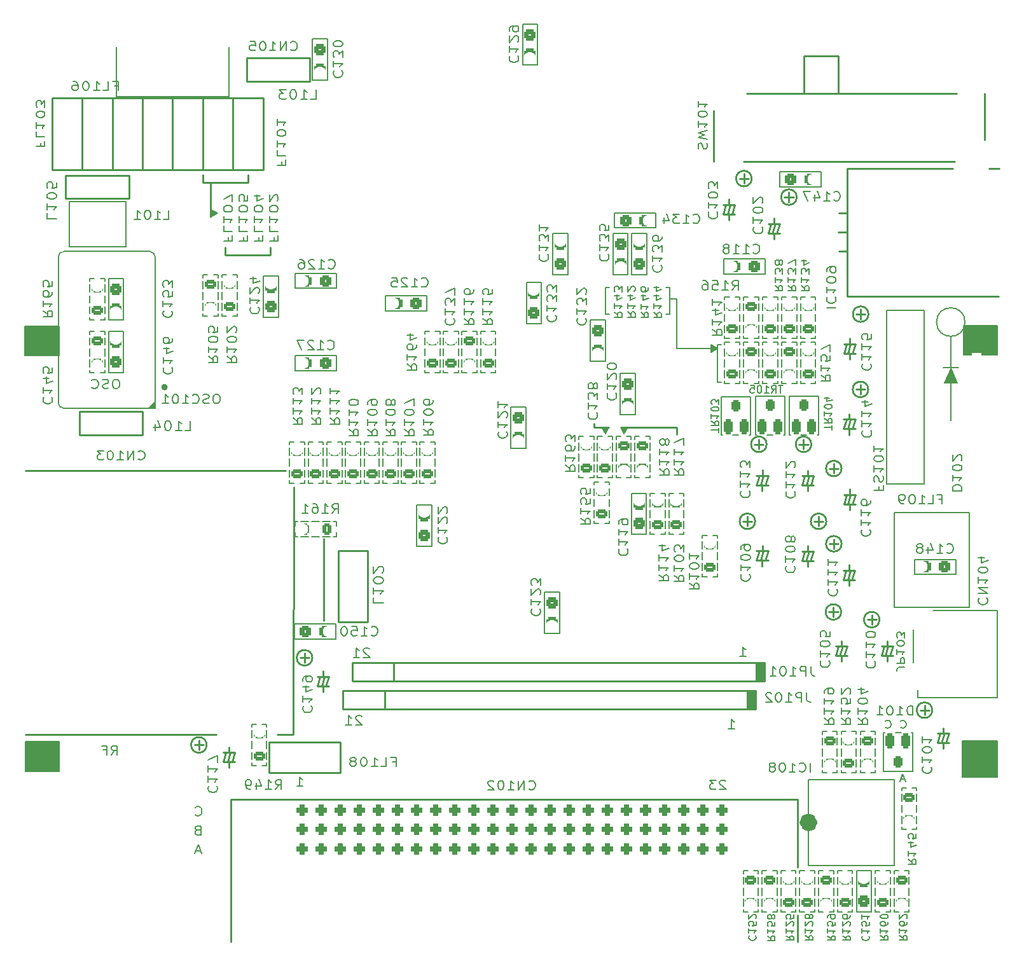
<source format=gbo>
G04 #@! TF.GenerationSoftware,KiCad,Pcbnew,7.0.7*
G04 #@! TF.CreationDate,2023-09-20T17:36:28+02:00*
G04 #@! TF.ProjectId,PCE,5043452e-6b69-4636-9164-5f7063625858,rev?*
G04 #@! TF.SameCoordinates,Original*
G04 #@! TF.FileFunction,Legend,Bot*
G04 #@! TF.FilePolarity,Positive*
%FSLAX46Y46*%
G04 Gerber Fmt 4.6, Leading zero omitted, Abs format (unit mm)*
G04 Created by KiCad (PCBNEW 7.0.7) date 2023-09-20 17:36:28*
%MOMM*%
%LPD*%
G01*
G04 APERTURE LIST*
G04 Aperture macros list*
%AMRoundRect*
0 Rectangle with rounded corners*
0 $1 Rounding radius*
0 $2 $3 $4 $5 $6 $7 $8 $9 X,Y pos of 4 corners*
0 Add a 4 corners polygon primitive as box body*
4,1,4,$2,$3,$4,$5,$6,$7,$8,$9,$2,$3,0*
0 Add four circle primitives for the rounded corners*
1,1,$1+$1,$2,$3*
1,1,$1+$1,$4,$5*
1,1,$1+$1,$6,$7*
1,1,$1+$1,$8,$9*
0 Add four rect primitives between the rounded corners*
20,1,$1+$1,$2,$3,$4,$5,0*
20,1,$1+$1,$4,$5,$6,$7,0*
20,1,$1+$1,$6,$7,$8,$9,0*
20,1,$1+$1,$8,$9,$2,$3,0*%
G04 Aperture macros list end*
%ADD10C,0.150000*%
%ADD11C,0.250000*%
%ADD12C,0.200000*%
%ADD13C,0.175000*%
%ADD14C,0.100000*%
%ADD15C,0.453113*%
%ADD16C,1.201136*%
%ADD17C,0.000000*%
%ADD18C,1.075000*%
%ADD19C,2.000000*%
%ADD20C,0.600000*%
%ADD21C,0.750000*%
%ADD22C,2.000000*%
%ADD23C,3.500000*%
%ADD24C,3.000000*%
%ADD25O,1.700000X1.700000*%
%ADD26C,6.000000*%
%ADD27C,1.900000*%
%ADD28C,2.300000*%
%ADD29C,1.600000*%
%ADD30C,1.500000*%
%ADD31C,4.000000*%
%ADD32RoundRect,0.375000X-0.375000X-0.375000X0.375000X-0.375000X0.375000X0.375000X-0.375000X0.375000X0*%
%ADD33R,2.500000X5.000000*%
%ADD34R,4.400000X3.000000*%
%ADD35R,3.000000X5.000000*%
%ADD36O,1.600000X2.400000*%
%ADD37RoundRect,0.250000X0.550000X-0.325000X0.550000X0.325000X-0.550000X0.325000X-0.550000X-0.325000X0*%
%ADD38RoundRect,0.326087X0.473913X-0.423913X0.473913X0.423913X-0.473913X0.423913X-0.473913X-0.423913X0*%
%ADD39RoundRect,0.326087X-0.473913X0.423913X-0.473913X-0.423913X0.473913X-0.423913X0.473913X0.423913X0*%
%ADD40RoundRect,0.326087X0.423913X0.473913X-0.423913X0.473913X-0.423913X-0.473913X0.423913X-0.473913X0*%
%ADD41RoundRect,0.250000X-0.550000X0.325000X-0.550000X-0.325000X0.550000X-0.325000X0.550000X0.325000X0*%
%ADD42RoundRect,0.300000X0.300000X-0.500000X0.300000X0.500000X-0.300000X0.500000X-0.300000X-0.500000X0*%
%ADD43RoundRect,0.300000X0.300000X-0.700000X0.300000X0.700000X-0.300000X0.700000X-0.300000X-0.700000X0*%
%ADD44RoundRect,0.326087X-0.423913X-0.473913X0.423913X-0.473913X0.423913X0.473913X-0.423913X0.473913X0*%
%ADD45RoundRect,0.250000X0.325000X0.550000X-0.325000X0.550000X-0.325000X-0.550000X0.325000X-0.550000X0*%
%ADD46RoundRect,0.300000X-0.300000X0.700000X-0.300000X-0.700000X0.300000X-0.700000X0.300000X0.700000X0*%
%ADD47RoundRect,0.300000X-0.300000X0.500000X-0.300000X-0.500000X0.300000X-0.500000X0.300000X0.500000X0*%
G04 APERTURE END LIST*
D10*
X164570000Y-69000000D02*
X164570000Y-72500000D01*
D11*
X199554456Y-72525000D02*
G75*
G03*
X199554456Y-72525000I-1034456J0D01*
G01*
X111454456Y-129875000D02*
G75*
G03*
X111454456Y-129875000I-1034456J0D01*
G01*
X124495000Y-118915000D02*
X124495000Y-117635000D01*
D10*
X173070000Y-69000000D02*
X172610000Y-69000000D01*
D11*
X189595000Y-56950000D02*
X188975000Y-56950000D01*
X188385000Y-56950000D02*
X188975000Y-56950000D01*
X199529456Y-82550000D02*
G75*
G03*
X199529456Y-82550000I-1034456J0D01*
G01*
X208054456Y-125250000D02*
G75*
G03*
X208054456Y-125250000I-1034456J0D01*
G01*
X199995000Y-113840000D02*
X199995000Y-112560000D01*
X110420000Y-130515000D02*
X110420000Y-129235000D01*
X116992400Y-55016400D02*
X116992400Y-54000400D01*
X199405000Y-113200000D02*
X199995000Y-113200000D01*
X190920000Y-90490000D02*
X190920000Y-89210000D01*
X182385000Y-54475000D02*
X182975000Y-54475000D01*
D10*
X173070000Y-72500000D02*
X173070000Y-69000000D01*
D11*
X190009456Y-56950000D02*
G75*
G03*
X190009456Y-56950000I-1034456J0D01*
G01*
X195565000Y-103100000D02*
X194945000Y-103100000D01*
D10*
X87275000Y-74150000D02*
X91825000Y-74150000D01*
X91825000Y-78050000D01*
X87275000Y-78050000D01*
X87275000Y-74150000D01*
G36*
X87275000Y-74150000D02*
G01*
X91825000Y-74150000D01*
X91825000Y-78050000D01*
X87275000Y-78050000D01*
X87275000Y-74150000D01*
G37*
X174020000Y-77070000D02*
X174020000Y-70500000D01*
D11*
X184065000Y-100100000D02*
X183445000Y-100100000D01*
X193540000Y-100100000D02*
X192920000Y-100100000D01*
X119894400Y-64633000D02*
X119894400Y-63617000D01*
D10*
X164570000Y-72500000D02*
X165030000Y-72500000D01*
D11*
X194945000Y-103740000D02*
X194945000Y-102460000D01*
X109830000Y-129875000D02*
X110420000Y-129875000D01*
X110998000Y-55016400D02*
X110998000Y-54000400D01*
X200615000Y-113200000D02*
X199995000Y-113200000D01*
X184970000Y-90490000D02*
X184970000Y-89210000D01*
X183595000Y-54475000D02*
X182975000Y-54475000D01*
X191540000Y-89850000D02*
X190920000Y-89850000D01*
X199115000Y-82550000D02*
X198495000Y-82550000D01*
X206430000Y-125250000D02*
X207020000Y-125250000D01*
D10*
X112866502Y-59086086D02*
X112016502Y-59586086D01*
X112016502Y-58606086D01*
X112866502Y-59086086D01*
G36*
X112866502Y-59086086D02*
G01*
X112016502Y-59586086D01*
X112016502Y-58606086D01*
X112866502Y-59086086D01*
G37*
D11*
X184380000Y-89850000D02*
X184970000Y-89850000D01*
X195979456Y-103100000D02*
G75*
G03*
X195979456Y-103100000I-1034456J0D01*
G01*
D10*
X179480000Y-77070000D02*
X174020000Y-77070000D01*
D11*
X192330000Y-100100000D02*
X192920000Y-100100000D01*
X207640000Y-125250000D02*
X207020000Y-125250000D01*
D10*
X164518400Y-88457102D02*
X164018400Y-87607102D01*
X164998400Y-87607102D01*
X164518400Y-88457102D01*
G36*
X164518400Y-88457102D02*
G01*
X164018400Y-87607102D01*
X164998400Y-87607102D01*
X164518400Y-88457102D01*
G37*
D11*
X113900000Y-64633000D02*
X119894400Y-64633000D01*
X194305000Y-112175000D02*
X194895000Y-112175000D01*
X199140000Y-72525000D02*
X198520000Y-72525000D01*
D10*
X179480000Y-77070000D02*
X179480000Y-81550000D01*
D11*
X186004456Y-89850000D02*
G75*
G03*
X186004456Y-89850000I-1034456J0D01*
G01*
D10*
X179480000Y-76580000D02*
X179480000Y-77070000D01*
D11*
X198495000Y-83190000D02*
X198495000Y-81910000D01*
X113900000Y-64633000D02*
X113900000Y-63617000D01*
D10*
X164570000Y-69000000D02*
X165030000Y-69000000D01*
D11*
X125529456Y-118275000D02*
G75*
G03*
X125529456Y-118275000I-1034456J0D01*
G01*
X201029456Y-113200000D02*
G75*
G03*
X201029456Y-113200000I-1034456J0D01*
G01*
X174040800Y-87579200D02*
X166598600Y-87579200D01*
X123905000Y-118275000D02*
X124495000Y-118275000D01*
D10*
X167050114Y-88457102D02*
X166550114Y-87607102D01*
X167530114Y-87607102D01*
X167050114Y-88457102D01*
G36*
X167050114Y-88457102D02*
G01*
X166550114Y-87607102D01*
X167530114Y-87607102D01*
X167050114Y-88457102D01*
G37*
D11*
X197930000Y-72525000D02*
X198520000Y-72525000D01*
X162991800Y-87096600D02*
X162991800Y-87579200D01*
D10*
X179480000Y-76580000D02*
X179940000Y-76580000D01*
D11*
X197905000Y-82550000D02*
X198495000Y-82550000D01*
X185590000Y-89850000D02*
X184970000Y-89850000D01*
X111040000Y-129875000D02*
X110420000Y-129875000D01*
X207020000Y-125890000D02*
X207020000Y-124610000D01*
X174040800Y-87579200D02*
X174040800Y-88493600D01*
X182975000Y-55115000D02*
X182975000Y-53835000D01*
X192920000Y-100740000D02*
X192920000Y-99460000D01*
X195515000Y-112175000D02*
X194895000Y-112175000D01*
X190330000Y-89850000D02*
X190920000Y-89850000D01*
X198520000Y-73165000D02*
X198520000Y-71885000D01*
X183445000Y-100740000D02*
X183445000Y-99460000D01*
D10*
X179480000Y-81550000D02*
X179940000Y-81550000D01*
X216750000Y-77975000D02*
X214706200Y-77978000D01*
X214706200Y-77571600D01*
X213207600Y-77571600D01*
X213207600Y-77978000D01*
X212200000Y-77975000D01*
X212200000Y-74075000D01*
X216750000Y-74075000D01*
X216750000Y-77975000D01*
G36*
X216750000Y-77975000D02*
G01*
X214706200Y-77978000D01*
X214706200Y-77571600D01*
X213207600Y-77571600D01*
X213207600Y-77978000D01*
X212200000Y-77975000D01*
X212200000Y-74075000D01*
X216750000Y-74075000D01*
X216750000Y-77975000D01*
G37*
X174020000Y-70500000D02*
X173070000Y-70500000D01*
D11*
X125115000Y-118275000D02*
X124495000Y-118275000D01*
X184479456Y-100100000D02*
G75*
G03*
X184479456Y-100100000I-1034456J0D01*
G01*
X184009456Y-54475000D02*
G75*
G03*
X184009456Y-54475000I-1034456J0D01*
G01*
X193954456Y-100100000D02*
G75*
G03*
X193954456Y-100100000I-1034456J0D01*
G01*
X194945000Y-93715000D02*
X194945000Y-92435000D01*
X195929456Y-112175000D02*
G75*
G03*
X195929456Y-112175000I-1034456J0D01*
G01*
X195979456Y-93075000D02*
G75*
G03*
X195979456Y-93075000I-1034456J0D01*
G01*
X194355000Y-93075000D02*
X194945000Y-93075000D01*
D10*
X173070000Y-72500000D02*
X172610000Y-72500000D01*
X179480000Y-77070000D02*
X178630000Y-77570000D01*
X178630000Y-76590000D01*
X179480000Y-77070000D01*
G36*
X179480000Y-77070000D02*
G01*
X178630000Y-77570000D01*
X178630000Y-76590000D01*
X179480000Y-77070000D01*
G37*
D11*
X110998000Y-55016400D02*
X116992400Y-55016400D01*
X182855000Y-100100000D02*
X183445000Y-100100000D01*
D10*
X87300000Y-129425000D02*
X91850000Y-129425000D01*
X91850000Y-133375000D01*
X87300000Y-133375000D01*
X87300000Y-129425000D01*
G36*
X87300000Y-129425000D02*
G01*
X91850000Y-129425000D01*
X91850000Y-133375000D01*
X87300000Y-133375000D01*
X87300000Y-129425000D01*
G37*
X212050000Y-129350000D02*
X216750000Y-129350000D01*
X216750000Y-134200000D01*
X212050000Y-134200000D01*
X212050000Y-129350000D01*
G36*
X212050000Y-129350000D02*
G01*
X216750000Y-129350000D01*
X216750000Y-134200000D01*
X212050000Y-134200000D01*
X212050000Y-129350000D01*
G37*
D11*
X191954456Y-89850000D02*
G75*
G03*
X191954456Y-89850000I-1034456J0D01*
G01*
X194355000Y-103100000D02*
X194945000Y-103100000D01*
X188975000Y-57590000D02*
X188975000Y-56310000D01*
X195565000Y-93075000D02*
X194945000Y-93075000D01*
X164973000Y-87579200D02*
X163017200Y-87579200D01*
X111988600Y-55016400D02*
X111988600Y-59537600D01*
X194895000Y-112815000D02*
X194895000Y-111535000D01*
D12*
X99518422Y-81217742D02*
X99251755Y-81217742D01*
X99251755Y-81217742D02*
X99118422Y-81274885D01*
X99118422Y-81274885D02*
X98985088Y-81389171D01*
X98985088Y-81389171D02*
X98918422Y-81617742D01*
X98918422Y-81617742D02*
X98918422Y-82017742D01*
X98918422Y-82017742D02*
X98985088Y-82246314D01*
X98985088Y-82246314D02*
X99118422Y-82360600D01*
X99118422Y-82360600D02*
X99251755Y-82417742D01*
X99251755Y-82417742D02*
X99518422Y-82417742D01*
X99518422Y-82417742D02*
X99651755Y-82360600D01*
X99651755Y-82360600D02*
X99785088Y-82246314D01*
X99785088Y-82246314D02*
X99851755Y-82017742D01*
X99851755Y-82017742D02*
X99851755Y-81617742D01*
X99851755Y-81617742D02*
X99785088Y-81389171D01*
X99785088Y-81389171D02*
X99651755Y-81274885D01*
X99651755Y-81274885D02*
X99518422Y-81217742D01*
X98385088Y-82360600D02*
X98185088Y-82417742D01*
X98185088Y-82417742D02*
X97851755Y-82417742D01*
X97851755Y-82417742D02*
X97718421Y-82360600D01*
X97718421Y-82360600D02*
X97651755Y-82303457D01*
X97651755Y-82303457D02*
X97585088Y-82189171D01*
X97585088Y-82189171D02*
X97585088Y-82074885D01*
X97585088Y-82074885D02*
X97651755Y-81960600D01*
X97651755Y-81960600D02*
X97718421Y-81903457D01*
X97718421Y-81903457D02*
X97851755Y-81846314D01*
X97851755Y-81846314D02*
X98118421Y-81789171D01*
X98118421Y-81789171D02*
X98251755Y-81732028D01*
X98251755Y-81732028D02*
X98318421Y-81674885D01*
X98318421Y-81674885D02*
X98385088Y-81560600D01*
X98385088Y-81560600D02*
X98385088Y-81446314D01*
X98385088Y-81446314D02*
X98318421Y-81332028D01*
X98318421Y-81332028D02*
X98251755Y-81274885D01*
X98251755Y-81274885D02*
X98118421Y-81217742D01*
X98118421Y-81217742D02*
X97785088Y-81217742D01*
X97785088Y-81217742D02*
X97585088Y-81274885D01*
X96185088Y-82303457D02*
X96251755Y-82360600D01*
X96251755Y-82360600D02*
X96451755Y-82417742D01*
X96451755Y-82417742D02*
X96585088Y-82417742D01*
X96585088Y-82417742D02*
X96785088Y-82360600D01*
X96785088Y-82360600D02*
X96918422Y-82246314D01*
X96918422Y-82246314D02*
X96985088Y-82132028D01*
X96985088Y-82132028D02*
X97051755Y-81903457D01*
X97051755Y-81903457D02*
X97051755Y-81732028D01*
X97051755Y-81732028D02*
X96985088Y-81503457D01*
X96985088Y-81503457D02*
X96918422Y-81389171D01*
X96918422Y-81389171D02*
X96785088Y-81274885D01*
X96785088Y-81274885D02*
X96585088Y-81217742D01*
X96585088Y-81217742D02*
X96451755Y-81217742D01*
X96451755Y-81217742D02*
X96251755Y-81274885D01*
X96251755Y-81274885D02*
X96185088Y-81332028D01*
X198707223Y-101198688D02*
X198647700Y-101265355D01*
X198647700Y-101265355D02*
X198588176Y-101465355D01*
X198588176Y-101465355D02*
X198588176Y-101598688D01*
X198588176Y-101598688D02*
X198647700Y-101798688D01*
X198647700Y-101798688D02*
X198766747Y-101932022D01*
X198766747Y-101932022D02*
X198885795Y-101998688D01*
X198885795Y-101998688D02*
X199123890Y-102065355D01*
X199123890Y-102065355D02*
X199302461Y-102065355D01*
X199302461Y-102065355D02*
X199540557Y-101998688D01*
X199540557Y-101998688D02*
X199659604Y-101932022D01*
X199659604Y-101932022D02*
X199778652Y-101798688D01*
X199778652Y-101798688D02*
X199838176Y-101598688D01*
X199838176Y-101598688D02*
X199838176Y-101465355D01*
X199838176Y-101465355D02*
X199778652Y-101265355D01*
X199778652Y-101265355D02*
X199719128Y-101198688D01*
X198588176Y-99865355D02*
X198588176Y-100665355D01*
X198588176Y-100265355D02*
X199838176Y-100265355D01*
X199838176Y-100265355D02*
X199659604Y-100398688D01*
X199659604Y-100398688D02*
X199540557Y-100532022D01*
X199540557Y-100532022D02*
X199481033Y-100665355D01*
X198588176Y-98532022D02*
X198588176Y-99332022D01*
X198588176Y-98932022D02*
X199838176Y-98932022D01*
X199838176Y-98932022D02*
X199659604Y-99065355D01*
X199659604Y-99065355D02*
X199540557Y-99198689D01*
X199540557Y-99198689D02*
X199481033Y-99332022D01*
X199838176Y-97332022D02*
X199838176Y-97598689D01*
X199838176Y-97598689D02*
X199778652Y-97732022D01*
X199778652Y-97732022D02*
X199719128Y-97798689D01*
X199719128Y-97798689D02*
X199540557Y-97932022D01*
X199540557Y-97932022D02*
X199302461Y-97998689D01*
X199302461Y-97998689D02*
X198826271Y-97998689D01*
X198826271Y-97998689D02*
X198707223Y-97932022D01*
X198707223Y-97932022D02*
X198647700Y-97865356D01*
X198647700Y-97865356D02*
X198588176Y-97732022D01*
X198588176Y-97732022D02*
X198588176Y-97465356D01*
X198588176Y-97465356D02*
X198647700Y-97332022D01*
X198647700Y-97332022D02*
X198707223Y-97265356D01*
X198707223Y-97265356D02*
X198826271Y-97198689D01*
X198826271Y-97198689D02*
X199123890Y-97198689D01*
X199123890Y-97198689D02*
X199242938Y-97265356D01*
X199242938Y-97265356D02*
X199302461Y-97332022D01*
X199302461Y-97332022D02*
X199361985Y-97465356D01*
X199361985Y-97465356D02*
X199361985Y-97732022D01*
X199361985Y-97732022D02*
X199302461Y-97865356D01*
X199302461Y-97865356D02*
X199242938Y-97932022D01*
X199242938Y-97932022D02*
X199123890Y-97998689D01*
X114342319Y-62282679D02*
X114342319Y-62782679D01*
X113739938Y-62782679D02*
X114889938Y-62782679D01*
X114889938Y-62782679D02*
X114889938Y-62068393D01*
X113739938Y-60782679D02*
X113739938Y-61496965D01*
X113739938Y-61496965D02*
X114889938Y-61496965D01*
X113739938Y-59496964D02*
X113739938Y-60354107D01*
X113739938Y-59925536D02*
X114889938Y-59925536D01*
X114889938Y-59925536D02*
X114725652Y-60068393D01*
X114725652Y-60068393D02*
X114616128Y-60211250D01*
X114616128Y-60211250D02*
X114561366Y-60354107D01*
X114889938Y-58568393D02*
X114889938Y-58425536D01*
X114889938Y-58425536D02*
X114835176Y-58282679D01*
X114835176Y-58282679D02*
X114780414Y-58211251D01*
X114780414Y-58211251D02*
X114670890Y-58139822D01*
X114670890Y-58139822D02*
X114451842Y-58068393D01*
X114451842Y-58068393D02*
X114178033Y-58068393D01*
X114178033Y-58068393D02*
X113958985Y-58139822D01*
X113958985Y-58139822D02*
X113849461Y-58211251D01*
X113849461Y-58211251D02*
X113794700Y-58282679D01*
X113794700Y-58282679D02*
X113739938Y-58425536D01*
X113739938Y-58425536D02*
X113739938Y-58568393D01*
X113739938Y-58568393D02*
X113794700Y-58711251D01*
X113794700Y-58711251D02*
X113849461Y-58782679D01*
X113849461Y-58782679D02*
X113958985Y-58854108D01*
X113958985Y-58854108D02*
X114178033Y-58925536D01*
X114178033Y-58925536D02*
X114451842Y-58925536D01*
X114451842Y-58925536D02*
X114670890Y-58854108D01*
X114670890Y-58854108D02*
X114780414Y-58782679D01*
X114780414Y-58782679D02*
X114835176Y-58711251D01*
X114835176Y-58711251D02*
X114889938Y-58568393D01*
X114889938Y-57568394D02*
X114889938Y-56568394D01*
X114889938Y-56568394D02*
X113739938Y-57211251D01*
X188659941Y-106065688D02*
X188600418Y-106132355D01*
X188600418Y-106132355D02*
X188540894Y-106332355D01*
X188540894Y-106332355D02*
X188540894Y-106465688D01*
X188540894Y-106465688D02*
X188600418Y-106665688D01*
X188600418Y-106665688D02*
X188719465Y-106799022D01*
X188719465Y-106799022D02*
X188838513Y-106865688D01*
X188838513Y-106865688D02*
X189076608Y-106932355D01*
X189076608Y-106932355D02*
X189255179Y-106932355D01*
X189255179Y-106932355D02*
X189493275Y-106865688D01*
X189493275Y-106865688D02*
X189612322Y-106799022D01*
X189612322Y-106799022D02*
X189731370Y-106665688D01*
X189731370Y-106665688D02*
X189790894Y-106465688D01*
X189790894Y-106465688D02*
X189790894Y-106332355D01*
X189790894Y-106332355D02*
X189731370Y-106132355D01*
X189731370Y-106132355D02*
X189671846Y-106065688D01*
X188540894Y-104732355D02*
X188540894Y-105532355D01*
X188540894Y-105132355D02*
X189790894Y-105132355D01*
X189790894Y-105132355D02*
X189612322Y-105265688D01*
X189612322Y-105265688D02*
X189493275Y-105399022D01*
X189493275Y-105399022D02*
X189433751Y-105532355D01*
X189790894Y-103865689D02*
X189790894Y-103732355D01*
X189790894Y-103732355D02*
X189731370Y-103599022D01*
X189731370Y-103599022D02*
X189671846Y-103532355D01*
X189671846Y-103532355D02*
X189552798Y-103465689D01*
X189552798Y-103465689D02*
X189314703Y-103399022D01*
X189314703Y-103399022D02*
X189017084Y-103399022D01*
X189017084Y-103399022D02*
X188778989Y-103465689D01*
X188778989Y-103465689D02*
X188659941Y-103532355D01*
X188659941Y-103532355D02*
X188600418Y-103599022D01*
X188600418Y-103599022D02*
X188540894Y-103732355D01*
X188540894Y-103732355D02*
X188540894Y-103865689D01*
X188540894Y-103865689D02*
X188600418Y-103999022D01*
X188600418Y-103999022D02*
X188659941Y-104065689D01*
X188659941Y-104065689D02*
X188778989Y-104132355D01*
X188778989Y-104132355D02*
X189017084Y-104199022D01*
X189017084Y-104199022D02*
X189314703Y-104199022D01*
X189314703Y-104199022D02*
X189552798Y-104132355D01*
X189552798Y-104132355D02*
X189671846Y-104065689D01*
X189671846Y-104065689D02*
X189731370Y-103999022D01*
X189731370Y-103999022D02*
X189790894Y-103865689D01*
X189255179Y-102599022D02*
X189314703Y-102732356D01*
X189314703Y-102732356D02*
X189374227Y-102799022D01*
X189374227Y-102799022D02*
X189493275Y-102865689D01*
X189493275Y-102865689D02*
X189552798Y-102865689D01*
X189552798Y-102865689D02*
X189671846Y-102799022D01*
X189671846Y-102799022D02*
X189731370Y-102732356D01*
X189731370Y-102732356D02*
X189790894Y-102599022D01*
X189790894Y-102599022D02*
X189790894Y-102332356D01*
X189790894Y-102332356D02*
X189731370Y-102199022D01*
X189731370Y-102199022D02*
X189671846Y-102132356D01*
X189671846Y-102132356D02*
X189552798Y-102065689D01*
X189552798Y-102065689D02*
X189493275Y-102065689D01*
X189493275Y-102065689D02*
X189374227Y-102132356D01*
X189374227Y-102132356D02*
X189314703Y-102199022D01*
X189314703Y-102199022D02*
X189255179Y-102332356D01*
X189255179Y-102332356D02*
X189255179Y-102599022D01*
X189255179Y-102599022D02*
X189195656Y-102732356D01*
X189195656Y-102732356D02*
X189136132Y-102799022D01*
X189136132Y-102799022D02*
X189017084Y-102865689D01*
X189017084Y-102865689D02*
X188778989Y-102865689D01*
X188778989Y-102865689D02*
X188659941Y-102799022D01*
X188659941Y-102799022D02*
X188600418Y-102732356D01*
X188600418Y-102732356D02*
X188540894Y-102599022D01*
X188540894Y-102599022D02*
X188540894Y-102332356D01*
X188540894Y-102332356D02*
X188600418Y-102199022D01*
X188600418Y-102199022D02*
X188659941Y-102132356D01*
X188659941Y-102132356D02*
X188778989Y-102065689D01*
X188778989Y-102065689D02*
X189017084Y-102065689D01*
X189017084Y-102065689D02*
X189136132Y-102132356D01*
X189136132Y-102132356D02*
X189195656Y-102199022D01*
X189195656Y-102199022D02*
X189255179Y-102332356D01*
X118380919Y-62282679D02*
X118380919Y-62782679D01*
X117778538Y-62782679D02*
X118928538Y-62782679D01*
X118928538Y-62782679D02*
X118928538Y-62068393D01*
X117778538Y-60782679D02*
X117778538Y-61496965D01*
X117778538Y-61496965D02*
X118928538Y-61496965D01*
X117778538Y-59496964D02*
X117778538Y-60354107D01*
X117778538Y-59925536D02*
X118928538Y-59925536D01*
X118928538Y-59925536D02*
X118764252Y-60068393D01*
X118764252Y-60068393D02*
X118654728Y-60211250D01*
X118654728Y-60211250D02*
X118599966Y-60354107D01*
X118928538Y-58568393D02*
X118928538Y-58425536D01*
X118928538Y-58425536D02*
X118873776Y-58282679D01*
X118873776Y-58282679D02*
X118819014Y-58211251D01*
X118819014Y-58211251D02*
X118709490Y-58139822D01*
X118709490Y-58139822D02*
X118490442Y-58068393D01*
X118490442Y-58068393D02*
X118216633Y-58068393D01*
X118216633Y-58068393D02*
X117997585Y-58139822D01*
X117997585Y-58139822D02*
X117888061Y-58211251D01*
X117888061Y-58211251D02*
X117833300Y-58282679D01*
X117833300Y-58282679D02*
X117778538Y-58425536D01*
X117778538Y-58425536D02*
X117778538Y-58568393D01*
X117778538Y-58568393D02*
X117833300Y-58711251D01*
X117833300Y-58711251D02*
X117888061Y-58782679D01*
X117888061Y-58782679D02*
X117997585Y-58854108D01*
X117997585Y-58854108D02*
X118216633Y-58925536D01*
X118216633Y-58925536D02*
X118490442Y-58925536D01*
X118490442Y-58925536D02*
X118709490Y-58854108D01*
X118709490Y-58854108D02*
X118819014Y-58782679D01*
X118819014Y-58782679D02*
X118873776Y-58711251D01*
X118873776Y-58711251D02*
X118928538Y-58568393D01*
X118545204Y-56782680D02*
X117778538Y-56782680D01*
X118983300Y-57139822D02*
X118161871Y-57496965D01*
X118161871Y-57496965D02*
X118161871Y-56568394D01*
X208891666Y-97138111D02*
X209358332Y-97138111D01*
X209358332Y-97792873D02*
X209358332Y-96542873D01*
X209358332Y-96542873D02*
X208691666Y-96542873D01*
X207491666Y-97792873D02*
X208158332Y-97792873D01*
X208158332Y-97792873D02*
X208158332Y-96542873D01*
X206291666Y-97792873D02*
X207091666Y-97792873D01*
X206691666Y-97792873D02*
X206691666Y-96542873D01*
X206691666Y-96542873D02*
X206824999Y-96721445D01*
X206824999Y-96721445D02*
X206958333Y-96840492D01*
X206958333Y-96840492D02*
X207091666Y-96900016D01*
X205425000Y-96542873D02*
X205291666Y-96542873D01*
X205291666Y-96542873D02*
X205158333Y-96602397D01*
X205158333Y-96602397D02*
X205091666Y-96661921D01*
X205091666Y-96661921D02*
X205025000Y-96780969D01*
X205025000Y-96780969D02*
X204958333Y-97019064D01*
X204958333Y-97019064D02*
X204958333Y-97316683D01*
X204958333Y-97316683D02*
X205025000Y-97554778D01*
X205025000Y-97554778D02*
X205091666Y-97673826D01*
X205091666Y-97673826D02*
X205158333Y-97733350D01*
X205158333Y-97733350D02*
X205291666Y-97792873D01*
X205291666Y-97792873D02*
X205425000Y-97792873D01*
X205425000Y-97792873D02*
X205558333Y-97733350D01*
X205558333Y-97733350D02*
X205625000Y-97673826D01*
X205625000Y-97673826D02*
X205691666Y-97554778D01*
X205691666Y-97554778D02*
X205758333Y-97316683D01*
X205758333Y-97316683D02*
X205758333Y-97019064D01*
X205758333Y-97019064D02*
X205691666Y-96780969D01*
X205691666Y-96780969D02*
X205625000Y-96661921D01*
X205625000Y-96661921D02*
X205558333Y-96602397D01*
X205558333Y-96602397D02*
X205425000Y-96542873D01*
X204291667Y-97792873D02*
X204025000Y-97792873D01*
X204025000Y-97792873D02*
X203891667Y-97733350D01*
X203891667Y-97733350D02*
X203825000Y-97673826D01*
X203825000Y-97673826D02*
X203691667Y-97495254D01*
X203691667Y-97495254D02*
X203625000Y-97257159D01*
X203625000Y-97257159D02*
X203625000Y-96780969D01*
X203625000Y-96780969D02*
X203691667Y-96661921D01*
X203691667Y-96661921D02*
X203758333Y-96602397D01*
X203758333Y-96602397D02*
X203891667Y-96542873D01*
X203891667Y-96542873D02*
X204158333Y-96542873D01*
X204158333Y-96542873D02*
X204291667Y-96602397D01*
X204291667Y-96602397D02*
X204358333Y-96661921D01*
X204358333Y-96661921D02*
X204425000Y-96780969D01*
X204425000Y-96780969D02*
X204425000Y-97078588D01*
X204425000Y-97078588D02*
X204358333Y-97197635D01*
X204358333Y-97197635D02*
X204291667Y-97257159D01*
X204291667Y-97257159D02*
X204158333Y-97316683D01*
X204158333Y-97316683D02*
X203891667Y-97316683D01*
X203891667Y-97316683D02*
X203758333Y-97257159D01*
X203758333Y-97257159D02*
X203691667Y-97197635D01*
X203691667Y-97197635D02*
X203625000Y-97078588D01*
X176938400Y-50550755D02*
X176881257Y-50350755D01*
X176881257Y-50350755D02*
X176881257Y-50017422D01*
X176881257Y-50017422D02*
X176938400Y-49884088D01*
X176938400Y-49884088D02*
X176995542Y-49817422D01*
X176995542Y-49817422D02*
X177109828Y-49750755D01*
X177109828Y-49750755D02*
X177224114Y-49750755D01*
X177224114Y-49750755D02*
X177338400Y-49817422D01*
X177338400Y-49817422D02*
X177395542Y-49884088D01*
X177395542Y-49884088D02*
X177452685Y-50017422D01*
X177452685Y-50017422D02*
X177509828Y-50284088D01*
X177509828Y-50284088D02*
X177566971Y-50417422D01*
X177566971Y-50417422D02*
X177624114Y-50484088D01*
X177624114Y-50484088D02*
X177738400Y-50550755D01*
X177738400Y-50550755D02*
X177852685Y-50550755D01*
X177852685Y-50550755D02*
X177966971Y-50484088D01*
X177966971Y-50484088D02*
X178024114Y-50417422D01*
X178024114Y-50417422D02*
X178081257Y-50284088D01*
X178081257Y-50284088D02*
X178081257Y-49950755D01*
X178081257Y-49950755D02*
X178024114Y-49750755D01*
X178081257Y-49284089D02*
X176881257Y-48950755D01*
X176881257Y-48950755D02*
X177738400Y-48684089D01*
X177738400Y-48684089D02*
X176881257Y-48417422D01*
X176881257Y-48417422D02*
X178081257Y-48084089D01*
X176881257Y-46817422D02*
X176881257Y-47617422D01*
X176881257Y-47217422D02*
X178081257Y-47217422D01*
X178081257Y-47217422D02*
X177909828Y-47350755D01*
X177909828Y-47350755D02*
X177795542Y-47484089D01*
X177795542Y-47484089D02*
X177738400Y-47617422D01*
X178081257Y-45950756D02*
X178081257Y-45817422D01*
X178081257Y-45817422D02*
X178024114Y-45684089D01*
X178024114Y-45684089D02*
X177966971Y-45617422D01*
X177966971Y-45617422D02*
X177852685Y-45550756D01*
X177852685Y-45550756D02*
X177624114Y-45484089D01*
X177624114Y-45484089D02*
X177338400Y-45484089D01*
X177338400Y-45484089D02*
X177109828Y-45550756D01*
X177109828Y-45550756D02*
X176995542Y-45617422D01*
X176995542Y-45617422D02*
X176938400Y-45684089D01*
X176938400Y-45684089D02*
X176881257Y-45817422D01*
X176881257Y-45817422D02*
X176881257Y-45950756D01*
X176881257Y-45950756D02*
X176938400Y-46084089D01*
X176938400Y-46084089D02*
X176995542Y-46150756D01*
X176995542Y-46150756D02*
X177109828Y-46217422D01*
X177109828Y-46217422D02*
X177338400Y-46284089D01*
X177338400Y-46284089D02*
X177624114Y-46284089D01*
X177624114Y-46284089D02*
X177852685Y-46217422D01*
X177852685Y-46217422D02*
X177966971Y-46150756D01*
X177966971Y-46150756D02*
X178024114Y-46084089D01*
X178024114Y-46084089D02*
X178081257Y-45950756D01*
X176881257Y-44150756D02*
X176881257Y-44950756D01*
X176881257Y-44550756D02*
X178081257Y-44550756D01*
X178081257Y-44550756D02*
X177909828Y-44684089D01*
X177909828Y-44684089D02*
X177795542Y-44817423D01*
X177795542Y-44817423D02*
X177738400Y-44950756D01*
X210760126Y-96041865D02*
X212010126Y-96041865D01*
X212010126Y-96041865D02*
X212010126Y-95708532D01*
X212010126Y-95708532D02*
X211950602Y-95508532D01*
X211950602Y-95508532D02*
X211831554Y-95375199D01*
X211831554Y-95375199D02*
X211712507Y-95308532D01*
X211712507Y-95308532D02*
X211474411Y-95241865D01*
X211474411Y-95241865D02*
X211295840Y-95241865D01*
X211295840Y-95241865D02*
X211057745Y-95308532D01*
X211057745Y-95308532D02*
X210938697Y-95375199D01*
X210938697Y-95375199D02*
X210819650Y-95508532D01*
X210819650Y-95508532D02*
X210760126Y-95708532D01*
X210760126Y-95708532D02*
X210760126Y-96041865D01*
X210760126Y-93908532D02*
X210760126Y-94708532D01*
X210760126Y-94308532D02*
X212010126Y-94308532D01*
X212010126Y-94308532D02*
X211831554Y-94441865D01*
X211831554Y-94441865D02*
X211712507Y-94575199D01*
X211712507Y-94575199D02*
X211652983Y-94708532D01*
X212010126Y-93041866D02*
X212010126Y-92908532D01*
X212010126Y-92908532D02*
X211950602Y-92775199D01*
X211950602Y-92775199D02*
X211891078Y-92708532D01*
X211891078Y-92708532D02*
X211772030Y-92641866D01*
X211772030Y-92641866D02*
X211533935Y-92575199D01*
X211533935Y-92575199D02*
X211236316Y-92575199D01*
X211236316Y-92575199D02*
X210998221Y-92641866D01*
X210998221Y-92641866D02*
X210879173Y-92708532D01*
X210879173Y-92708532D02*
X210819650Y-92775199D01*
X210819650Y-92775199D02*
X210760126Y-92908532D01*
X210760126Y-92908532D02*
X210760126Y-93041866D01*
X210760126Y-93041866D02*
X210819650Y-93175199D01*
X210819650Y-93175199D02*
X210879173Y-93241866D01*
X210879173Y-93241866D02*
X210998221Y-93308532D01*
X210998221Y-93308532D02*
X211236316Y-93375199D01*
X211236316Y-93375199D02*
X211533935Y-93375199D01*
X211533935Y-93375199D02*
X211772030Y-93308532D01*
X211772030Y-93308532D02*
X211891078Y-93241866D01*
X211891078Y-93241866D02*
X211950602Y-93175199D01*
X211950602Y-93175199D02*
X212010126Y-93041866D01*
X211891078Y-92041866D02*
X211950602Y-91975199D01*
X211950602Y-91975199D02*
X212010126Y-91841866D01*
X212010126Y-91841866D02*
X212010126Y-91508533D01*
X212010126Y-91508533D02*
X211950602Y-91375199D01*
X211950602Y-91375199D02*
X211891078Y-91308533D01*
X211891078Y-91308533D02*
X211772030Y-91241866D01*
X211772030Y-91241866D02*
X211652983Y-91241866D01*
X211652983Y-91241866D02*
X211474411Y-91308533D01*
X211474411Y-91308533D02*
X210760126Y-92108533D01*
X210760126Y-92108533D02*
X210760126Y-91241866D01*
X182426755Y-118061623D02*
X183226755Y-118061623D01*
X182826755Y-118061623D02*
X182826755Y-116811623D01*
X182826755Y-116811623D02*
X182960088Y-116990195D01*
X182960088Y-116990195D02*
X183093422Y-117109242D01*
X183093422Y-117109242D02*
X183226755Y-117168766D01*
X133126755Y-117080671D02*
X133060088Y-117021147D01*
X133060088Y-117021147D02*
X132926755Y-116961623D01*
X132926755Y-116961623D02*
X132593422Y-116961623D01*
X132593422Y-116961623D02*
X132460088Y-117021147D01*
X132460088Y-117021147D02*
X132393422Y-117080671D01*
X132393422Y-117080671D02*
X132326755Y-117199719D01*
X132326755Y-117199719D02*
X132326755Y-117318766D01*
X132326755Y-117318766D02*
X132393422Y-117497338D01*
X132393422Y-117497338D02*
X133193422Y-118211623D01*
X133193422Y-118211623D02*
X132326755Y-118211623D01*
X130993422Y-118211623D02*
X131793422Y-118211623D01*
X131393422Y-118211623D02*
X131393422Y-116961623D01*
X131393422Y-116961623D02*
X131526755Y-117140195D01*
X131526755Y-117140195D02*
X131660089Y-117259242D01*
X131660089Y-117259242D02*
X131793422Y-117318766D01*
X191910088Y-119411623D02*
X191910088Y-120304480D01*
X191910088Y-120304480D02*
X191976755Y-120483052D01*
X191976755Y-120483052D02*
X192110088Y-120602100D01*
X192110088Y-120602100D02*
X192310088Y-120661623D01*
X192310088Y-120661623D02*
X192443422Y-120661623D01*
X191243421Y-120661623D02*
X191243421Y-119411623D01*
X191243421Y-119411623D02*
X190710088Y-119411623D01*
X190710088Y-119411623D02*
X190576755Y-119471147D01*
X190576755Y-119471147D02*
X190510088Y-119530671D01*
X190510088Y-119530671D02*
X190443421Y-119649719D01*
X190443421Y-119649719D02*
X190443421Y-119828290D01*
X190443421Y-119828290D02*
X190510088Y-119947338D01*
X190510088Y-119947338D02*
X190576755Y-120006861D01*
X190576755Y-120006861D02*
X190710088Y-120066385D01*
X190710088Y-120066385D02*
X191243421Y-120066385D01*
X189110088Y-120661623D02*
X189910088Y-120661623D01*
X189510088Y-120661623D02*
X189510088Y-119411623D01*
X189510088Y-119411623D02*
X189643421Y-119590195D01*
X189643421Y-119590195D02*
X189776755Y-119709242D01*
X189776755Y-119709242D02*
X189910088Y-119768766D01*
X188243422Y-119411623D02*
X188110088Y-119411623D01*
X188110088Y-119411623D02*
X187976755Y-119471147D01*
X187976755Y-119471147D02*
X187910088Y-119530671D01*
X187910088Y-119530671D02*
X187843422Y-119649719D01*
X187843422Y-119649719D02*
X187776755Y-119887814D01*
X187776755Y-119887814D02*
X187776755Y-120185433D01*
X187776755Y-120185433D02*
X187843422Y-120423528D01*
X187843422Y-120423528D02*
X187910088Y-120542576D01*
X187910088Y-120542576D02*
X187976755Y-120602100D01*
X187976755Y-120602100D02*
X188110088Y-120661623D01*
X188110088Y-120661623D02*
X188243422Y-120661623D01*
X188243422Y-120661623D02*
X188376755Y-120602100D01*
X188376755Y-120602100D02*
X188443422Y-120542576D01*
X188443422Y-120542576D02*
X188510088Y-120423528D01*
X188510088Y-120423528D02*
X188576755Y-120185433D01*
X188576755Y-120185433D02*
X188576755Y-119887814D01*
X188576755Y-119887814D02*
X188510088Y-119649719D01*
X188510088Y-119649719D02*
X188443422Y-119530671D01*
X188443422Y-119530671D02*
X188376755Y-119471147D01*
X188376755Y-119471147D02*
X188243422Y-119411623D01*
X186443422Y-120661623D02*
X187243422Y-120661623D01*
X186843422Y-120661623D02*
X186843422Y-119411623D01*
X186843422Y-119411623D02*
X186976755Y-119590195D01*
X186976755Y-119590195D02*
X187110089Y-119709242D01*
X187110089Y-119709242D02*
X187243422Y-119768766D01*
X121454319Y-52198879D02*
X121454319Y-52698879D01*
X120851938Y-52698879D02*
X122001938Y-52698879D01*
X122001938Y-52698879D02*
X122001938Y-51984593D01*
X120851938Y-50698879D02*
X120851938Y-51413165D01*
X120851938Y-51413165D02*
X122001938Y-51413165D01*
X120851938Y-49413164D02*
X120851938Y-50270307D01*
X120851938Y-49841736D02*
X122001938Y-49841736D01*
X122001938Y-49841736D02*
X121837652Y-49984593D01*
X121837652Y-49984593D02*
X121728128Y-50127450D01*
X121728128Y-50127450D02*
X121673366Y-50270307D01*
X122001938Y-48484593D02*
X122001938Y-48341736D01*
X122001938Y-48341736D02*
X121947176Y-48198879D01*
X121947176Y-48198879D02*
X121892414Y-48127451D01*
X121892414Y-48127451D02*
X121782890Y-48056022D01*
X121782890Y-48056022D02*
X121563842Y-47984593D01*
X121563842Y-47984593D02*
X121290033Y-47984593D01*
X121290033Y-47984593D02*
X121070985Y-48056022D01*
X121070985Y-48056022D02*
X120961461Y-48127451D01*
X120961461Y-48127451D02*
X120906700Y-48198879D01*
X120906700Y-48198879D02*
X120851938Y-48341736D01*
X120851938Y-48341736D02*
X120851938Y-48484593D01*
X120851938Y-48484593D02*
X120906700Y-48627451D01*
X120906700Y-48627451D02*
X120961461Y-48698879D01*
X120961461Y-48698879D02*
X121070985Y-48770308D01*
X121070985Y-48770308D02*
X121290033Y-48841736D01*
X121290033Y-48841736D02*
X121563842Y-48841736D01*
X121563842Y-48841736D02*
X121782890Y-48770308D01*
X121782890Y-48770308D02*
X121892414Y-48698879D01*
X121892414Y-48698879D02*
X121947176Y-48627451D01*
X121947176Y-48627451D02*
X122001938Y-48484593D01*
X120851938Y-46556022D02*
X120851938Y-47413165D01*
X120851938Y-46984594D02*
X122001938Y-46984594D01*
X122001938Y-46984594D02*
X121837652Y-47127451D01*
X121837652Y-47127451D02*
X121728128Y-47270308D01*
X121728128Y-47270308D02*
X121673366Y-47413165D01*
X193983376Y-71685088D02*
X195233376Y-71685088D01*
X194102423Y-70218421D02*
X194042900Y-70285088D01*
X194042900Y-70285088D02*
X193983376Y-70485088D01*
X193983376Y-70485088D02*
X193983376Y-70618421D01*
X193983376Y-70618421D02*
X194042900Y-70818421D01*
X194042900Y-70818421D02*
X194161947Y-70951755D01*
X194161947Y-70951755D02*
X194280995Y-71018421D01*
X194280995Y-71018421D02*
X194519090Y-71085088D01*
X194519090Y-71085088D02*
X194697661Y-71085088D01*
X194697661Y-71085088D02*
X194935757Y-71018421D01*
X194935757Y-71018421D02*
X195054804Y-70951755D01*
X195054804Y-70951755D02*
X195173852Y-70818421D01*
X195173852Y-70818421D02*
X195233376Y-70618421D01*
X195233376Y-70618421D02*
X195233376Y-70485088D01*
X195233376Y-70485088D02*
X195173852Y-70285088D01*
X195173852Y-70285088D02*
X195114328Y-70218421D01*
X193983376Y-68885088D02*
X193983376Y-69685088D01*
X193983376Y-69285088D02*
X195233376Y-69285088D01*
X195233376Y-69285088D02*
X195054804Y-69418421D01*
X195054804Y-69418421D02*
X194935757Y-69551755D01*
X194935757Y-69551755D02*
X194876233Y-69685088D01*
X195233376Y-68018422D02*
X195233376Y-67885088D01*
X195233376Y-67885088D02*
X195173852Y-67751755D01*
X195173852Y-67751755D02*
X195114328Y-67685088D01*
X195114328Y-67685088D02*
X194995280Y-67618422D01*
X194995280Y-67618422D02*
X194757185Y-67551755D01*
X194757185Y-67551755D02*
X194459566Y-67551755D01*
X194459566Y-67551755D02*
X194221471Y-67618422D01*
X194221471Y-67618422D02*
X194102423Y-67685088D01*
X194102423Y-67685088D02*
X194042900Y-67751755D01*
X194042900Y-67751755D02*
X193983376Y-67885088D01*
X193983376Y-67885088D02*
X193983376Y-68018422D01*
X193983376Y-68018422D02*
X194042900Y-68151755D01*
X194042900Y-68151755D02*
X194102423Y-68218422D01*
X194102423Y-68218422D02*
X194221471Y-68285088D01*
X194221471Y-68285088D02*
X194459566Y-68351755D01*
X194459566Y-68351755D02*
X194757185Y-68351755D01*
X194757185Y-68351755D02*
X194995280Y-68285088D01*
X194995280Y-68285088D02*
X195114328Y-68218422D01*
X195114328Y-68218422D02*
X195173852Y-68151755D01*
X195173852Y-68151755D02*
X195233376Y-68018422D01*
X193983376Y-66885089D02*
X193983376Y-66618422D01*
X193983376Y-66618422D02*
X194042900Y-66485089D01*
X194042900Y-66485089D02*
X194102423Y-66418422D01*
X194102423Y-66418422D02*
X194280995Y-66285089D01*
X194280995Y-66285089D02*
X194519090Y-66218422D01*
X194519090Y-66218422D02*
X194995280Y-66218422D01*
X194995280Y-66218422D02*
X195114328Y-66285089D01*
X195114328Y-66285089D02*
X195173852Y-66351755D01*
X195173852Y-66351755D02*
X195233376Y-66485089D01*
X195233376Y-66485089D02*
X195233376Y-66751755D01*
X195233376Y-66751755D02*
X195173852Y-66885089D01*
X195173852Y-66885089D02*
X195114328Y-66951755D01*
X195114328Y-66951755D02*
X194995280Y-67018422D01*
X194995280Y-67018422D02*
X194697661Y-67018422D01*
X194697661Y-67018422D02*
X194578614Y-66951755D01*
X194578614Y-66951755D02*
X194519090Y-66885089D01*
X194519090Y-66885089D02*
X194459566Y-66751755D01*
X194459566Y-66751755D02*
X194459566Y-66485089D01*
X194459566Y-66485089D02*
X194519090Y-66351755D01*
X194519090Y-66351755D02*
X194578614Y-66285089D01*
X194578614Y-66285089D02*
X194697661Y-66218422D01*
X105716666Y-59894742D02*
X106383332Y-59894742D01*
X106383332Y-59894742D02*
X106383332Y-58694742D01*
X104516666Y-59894742D02*
X105316666Y-59894742D01*
X104916666Y-59894742D02*
X104916666Y-58694742D01*
X104916666Y-58694742D02*
X105049999Y-58866171D01*
X105049999Y-58866171D02*
X105183333Y-58980457D01*
X105183333Y-58980457D02*
X105316666Y-59037600D01*
X103650000Y-58694742D02*
X103516666Y-58694742D01*
X103516666Y-58694742D02*
X103383333Y-58751885D01*
X103383333Y-58751885D02*
X103316666Y-58809028D01*
X103316666Y-58809028D02*
X103250000Y-58923314D01*
X103250000Y-58923314D02*
X103183333Y-59151885D01*
X103183333Y-59151885D02*
X103183333Y-59437600D01*
X103183333Y-59437600D02*
X103250000Y-59666171D01*
X103250000Y-59666171D02*
X103316666Y-59780457D01*
X103316666Y-59780457D02*
X103383333Y-59837600D01*
X103383333Y-59837600D02*
X103516666Y-59894742D01*
X103516666Y-59894742D02*
X103650000Y-59894742D01*
X103650000Y-59894742D02*
X103783333Y-59837600D01*
X103783333Y-59837600D02*
X103850000Y-59780457D01*
X103850000Y-59780457D02*
X103916666Y-59666171D01*
X103916666Y-59666171D02*
X103983333Y-59437600D01*
X103983333Y-59437600D02*
X103983333Y-59151885D01*
X103983333Y-59151885D02*
X103916666Y-58923314D01*
X103916666Y-58923314D02*
X103850000Y-58809028D01*
X103850000Y-58809028D02*
X103783333Y-58751885D01*
X103783333Y-58751885D02*
X103650000Y-58694742D01*
X101850000Y-59894742D02*
X102650000Y-59894742D01*
X102250000Y-59894742D02*
X102250000Y-58694742D01*
X102250000Y-58694742D02*
X102383333Y-58866171D01*
X102383333Y-58866171D02*
X102516667Y-58980457D01*
X102516667Y-58980457D02*
X102650000Y-59037600D01*
X124362423Y-124695088D02*
X124302900Y-124761755D01*
X124302900Y-124761755D02*
X124243376Y-124961755D01*
X124243376Y-124961755D02*
X124243376Y-125095088D01*
X124243376Y-125095088D02*
X124302900Y-125295088D01*
X124302900Y-125295088D02*
X124421947Y-125428422D01*
X124421947Y-125428422D02*
X124540995Y-125495088D01*
X124540995Y-125495088D02*
X124779090Y-125561755D01*
X124779090Y-125561755D02*
X124957661Y-125561755D01*
X124957661Y-125561755D02*
X125195757Y-125495088D01*
X125195757Y-125495088D02*
X125314804Y-125428422D01*
X125314804Y-125428422D02*
X125433852Y-125295088D01*
X125433852Y-125295088D02*
X125493376Y-125095088D01*
X125493376Y-125095088D02*
X125493376Y-124961755D01*
X125493376Y-124961755D02*
X125433852Y-124761755D01*
X125433852Y-124761755D02*
X125374328Y-124695088D01*
X124243376Y-123361755D02*
X124243376Y-124161755D01*
X124243376Y-123761755D02*
X125493376Y-123761755D01*
X125493376Y-123761755D02*
X125314804Y-123895088D01*
X125314804Y-123895088D02*
X125195757Y-124028422D01*
X125195757Y-124028422D02*
X125136233Y-124161755D01*
X125076709Y-122161755D02*
X124243376Y-122161755D01*
X125552900Y-122495089D02*
X124660042Y-122828422D01*
X124660042Y-122828422D02*
X124660042Y-121961755D01*
X124243376Y-121361756D02*
X124243376Y-121095089D01*
X124243376Y-121095089D02*
X124302900Y-120961756D01*
X124302900Y-120961756D02*
X124362423Y-120895089D01*
X124362423Y-120895089D02*
X124540995Y-120761756D01*
X124540995Y-120761756D02*
X124779090Y-120695089D01*
X124779090Y-120695089D02*
X125255280Y-120695089D01*
X125255280Y-120695089D02*
X125374328Y-120761756D01*
X125374328Y-120761756D02*
X125433852Y-120828422D01*
X125433852Y-120828422D02*
X125493376Y-120961756D01*
X125493376Y-120961756D02*
X125493376Y-121228422D01*
X125493376Y-121228422D02*
X125433852Y-121361756D01*
X125433852Y-121361756D02*
X125374328Y-121428422D01*
X125374328Y-121428422D02*
X125255280Y-121495089D01*
X125255280Y-121495089D02*
X124957661Y-121495089D01*
X124957661Y-121495089D02*
X124838614Y-121428422D01*
X124838614Y-121428422D02*
X124779090Y-121361756D01*
X124779090Y-121361756D02*
X124719566Y-121228422D01*
X124719566Y-121228422D02*
X124719566Y-120961756D01*
X124719566Y-120961756D02*
X124779090Y-120828422D01*
X124779090Y-120828422D02*
X124838614Y-120761756D01*
X124838614Y-120761756D02*
X124957661Y-120695089D01*
X194332423Y-109135088D02*
X194272900Y-109201755D01*
X194272900Y-109201755D02*
X194213376Y-109401755D01*
X194213376Y-109401755D02*
X194213376Y-109535088D01*
X194213376Y-109535088D02*
X194272900Y-109735088D01*
X194272900Y-109735088D02*
X194391947Y-109868422D01*
X194391947Y-109868422D02*
X194510995Y-109935088D01*
X194510995Y-109935088D02*
X194749090Y-110001755D01*
X194749090Y-110001755D02*
X194927661Y-110001755D01*
X194927661Y-110001755D02*
X195165757Y-109935088D01*
X195165757Y-109935088D02*
X195284804Y-109868422D01*
X195284804Y-109868422D02*
X195403852Y-109735088D01*
X195403852Y-109735088D02*
X195463376Y-109535088D01*
X195463376Y-109535088D02*
X195463376Y-109401755D01*
X195463376Y-109401755D02*
X195403852Y-109201755D01*
X195403852Y-109201755D02*
X195344328Y-109135088D01*
X194213376Y-107801755D02*
X194213376Y-108601755D01*
X194213376Y-108201755D02*
X195463376Y-108201755D01*
X195463376Y-108201755D02*
X195284804Y-108335088D01*
X195284804Y-108335088D02*
X195165757Y-108468422D01*
X195165757Y-108468422D02*
X195106233Y-108601755D01*
X194213376Y-106468422D02*
X194213376Y-107268422D01*
X194213376Y-106868422D02*
X195463376Y-106868422D01*
X195463376Y-106868422D02*
X195284804Y-107001755D01*
X195284804Y-107001755D02*
X195165757Y-107135089D01*
X195165757Y-107135089D02*
X195106233Y-107268422D01*
X194213376Y-105135089D02*
X194213376Y-105935089D01*
X194213376Y-105535089D02*
X195463376Y-105535089D01*
X195463376Y-105535089D02*
X195284804Y-105668422D01*
X195284804Y-105668422D02*
X195165757Y-105801756D01*
X195165757Y-105801756D02*
X195106233Y-105935089D01*
X191335088Y-122911623D02*
X191335088Y-123804480D01*
X191335088Y-123804480D02*
X191401755Y-123983052D01*
X191401755Y-123983052D02*
X191535088Y-124102100D01*
X191535088Y-124102100D02*
X191735088Y-124161623D01*
X191735088Y-124161623D02*
X191868422Y-124161623D01*
X190668421Y-124161623D02*
X190668421Y-122911623D01*
X190668421Y-122911623D02*
X190135088Y-122911623D01*
X190135088Y-122911623D02*
X190001755Y-122971147D01*
X190001755Y-122971147D02*
X189935088Y-123030671D01*
X189935088Y-123030671D02*
X189868421Y-123149719D01*
X189868421Y-123149719D02*
X189868421Y-123328290D01*
X189868421Y-123328290D02*
X189935088Y-123447338D01*
X189935088Y-123447338D02*
X190001755Y-123506861D01*
X190001755Y-123506861D02*
X190135088Y-123566385D01*
X190135088Y-123566385D02*
X190668421Y-123566385D01*
X188535088Y-124161623D02*
X189335088Y-124161623D01*
X188935088Y-124161623D02*
X188935088Y-122911623D01*
X188935088Y-122911623D02*
X189068421Y-123090195D01*
X189068421Y-123090195D02*
X189201755Y-123209242D01*
X189201755Y-123209242D02*
X189335088Y-123268766D01*
X187668422Y-122911623D02*
X187535088Y-122911623D01*
X187535088Y-122911623D02*
X187401755Y-122971147D01*
X187401755Y-122971147D02*
X187335088Y-123030671D01*
X187335088Y-123030671D02*
X187268422Y-123149719D01*
X187268422Y-123149719D02*
X187201755Y-123387814D01*
X187201755Y-123387814D02*
X187201755Y-123685433D01*
X187201755Y-123685433D02*
X187268422Y-123923528D01*
X187268422Y-123923528D02*
X187335088Y-124042576D01*
X187335088Y-124042576D02*
X187401755Y-124102100D01*
X187401755Y-124102100D02*
X187535088Y-124161623D01*
X187535088Y-124161623D02*
X187668422Y-124161623D01*
X187668422Y-124161623D02*
X187801755Y-124102100D01*
X187801755Y-124102100D02*
X187868422Y-124042576D01*
X187868422Y-124042576D02*
X187935088Y-123923528D01*
X187935088Y-123923528D02*
X188001755Y-123685433D01*
X188001755Y-123685433D02*
X188001755Y-123387814D01*
X188001755Y-123387814D02*
X187935088Y-123149719D01*
X187935088Y-123149719D02*
X187868422Y-123030671D01*
X187868422Y-123030671D02*
X187801755Y-122971147D01*
X187801755Y-122971147D02*
X187668422Y-122911623D01*
X186668422Y-123030671D02*
X186601755Y-122971147D01*
X186601755Y-122971147D02*
X186468422Y-122911623D01*
X186468422Y-122911623D02*
X186135089Y-122911623D01*
X186135089Y-122911623D02*
X186001755Y-122971147D01*
X186001755Y-122971147D02*
X185935089Y-123030671D01*
X185935089Y-123030671D02*
X185868422Y-123149719D01*
X185868422Y-123149719D02*
X185868422Y-123268766D01*
X185868422Y-123268766D02*
X185935089Y-123447338D01*
X185935089Y-123447338D02*
X186735089Y-124161623D01*
X186735089Y-124161623D02*
X185868422Y-124161623D01*
X132101755Y-126080671D02*
X132035088Y-126021147D01*
X132035088Y-126021147D02*
X131901755Y-125961623D01*
X131901755Y-125961623D02*
X131568422Y-125961623D01*
X131568422Y-125961623D02*
X131435088Y-126021147D01*
X131435088Y-126021147D02*
X131368422Y-126080671D01*
X131368422Y-126080671D02*
X131301755Y-126199719D01*
X131301755Y-126199719D02*
X131301755Y-126318766D01*
X131301755Y-126318766D02*
X131368422Y-126497338D01*
X131368422Y-126497338D02*
X132168422Y-127211623D01*
X132168422Y-127211623D02*
X131301755Y-127211623D01*
X129968422Y-127211623D02*
X130768422Y-127211623D01*
X130368422Y-127211623D02*
X130368422Y-125961623D01*
X130368422Y-125961623D02*
X130501755Y-126140195D01*
X130501755Y-126140195D02*
X130635089Y-126259242D01*
X130635089Y-126259242D02*
X130768422Y-126318766D01*
X180926755Y-127711623D02*
X181726755Y-127711623D01*
X181326755Y-127711623D02*
X181326755Y-126461623D01*
X181326755Y-126461623D02*
X181460088Y-126640195D01*
X181460088Y-126640195D02*
X181593422Y-126759242D01*
X181593422Y-126759242D02*
X181726755Y-126818766D01*
X98760088Y-131192742D02*
X99226755Y-130621314D01*
X99560088Y-131192742D02*
X99560088Y-129992742D01*
X99560088Y-129992742D02*
X99026755Y-129992742D01*
X99026755Y-129992742D02*
X98893422Y-130049885D01*
X98893422Y-130049885D02*
X98826755Y-130107028D01*
X98826755Y-130107028D02*
X98760088Y-130221314D01*
X98760088Y-130221314D02*
X98760088Y-130392742D01*
X98760088Y-130392742D02*
X98826755Y-130507028D01*
X98826755Y-130507028D02*
X98893422Y-130564171D01*
X98893422Y-130564171D02*
X99026755Y-130621314D01*
X99026755Y-130621314D02*
X99560088Y-130621314D01*
X97693422Y-130564171D02*
X98160088Y-130564171D01*
X98160088Y-131192742D02*
X98160088Y-129992742D01*
X98160088Y-129992742D02*
X97493422Y-129992742D01*
X102360088Y-91803457D02*
X102426755Y-91860600D01*
X102426755Y-91860600D02*
X102626755Y-91917742D01*
X102626755Y-91917742D02*
X102760088Y-91917742D01*
X102760088Y-91917742D02*
X102960088Y-91860600D01*
X102960088Y-91860600D02*
X103093422Y-91746314D01*
X103093422Y-91746314D02*
X103160088Y-91632028D01*
X103160088Y-91632028D02*
X103226755Y-91403457D01*
X103226755Y-91403457D02*
X103226755Y-91232028D01*
X103226755Y-91232028D02*
X103160088Y-91003457D01*
X103160088Y-91003457D02*
X103093422Y-90889171D01*
X103093422Y-90889171D02*
X102960088Y-90774885D01*
X102960088Y-90774885D02*
X102760088Y-90717742D01*
X102760088Y-90717742D02*
X102626755Y-90717742D01*
X102626755Y-90717742D02*
X102426755Y-90774885D01*
X102426755Y-90774885D02*
X102360088Y-90832028D01*
X101760088Y-91917742D02*
X101760088Y-90717742D01*
X101760088Y-90717742D02*
X100960088Y-91917742D01*
X100960088Y-91917742D02*
X100960088Y-90717742D01*
X99560088Y-91917742D02*
X100360088Y-91917742D01*
X99960088Y-91917742D02*
X99960088Y-90717742D01*
X99960088Y-90717742D02*
X100093421Y-90889171D01*
X100093421Y-90889171D02*
X100226755Y-91003457D01*
X100226755Y-91003457D02*
X100360088Y-91060600D01*
X98693422Y-90717742D02*
X98560088Y-90717742D01*
X98560088Y-90717742D02*
X98426755Y-90774885D01*
X98426755Y-90774885D02*
X98360088Y-90832028D01*
X98360088Y-90832028D02*
X98293422Y-90946314D01*
X98293422Y-90946314D02*
X98226755Y-91174885D01*
X98226755Y-91174885D02*
X98226755Y-91460600D01*
X98226755Y-91460600D02*
X98293422Y-91689171D01*
X98293422Y-91689171D02*
X98360088Y-91803457D01*
X98360088Y-91803457D02*
X98426755Y-91860600D01*
X98426755Y-91860600D02*
X98560088Y-91917742D01*
X98560088Y-91917742D02*
X98693422Y-91917742D01*
X98693422Y-91917742D02*
X98826755Y-91860600D01*
X98826755Y-91860600D02*
X98893422Y-91803457D01*
X98893422Y-91803457D02*
X98960088Y-91689171D01*
X98960088Y-91689171D02*
X99026755Y-91460600D01*
X99026755Y-91460600D02*
X99026755Y-91174885D01*
X99026755Y-91174885D02*
X98960088Y-90946314D01*
X98960088Y-90946314D02*
X98893422Y-90832028D01*
X98893422Y-90832028D02*
X98826755Y-90774885D01*
X98826755Y-90774885D02*
X98693422Y-90717742D01*
X97760089Y-90717742D02*
X96893422Y-90717742D01*
X96893422Y-90717742D02*
X97360089Y-91174885D01*
X97360089Y-91174885D02*
X97160089Y-91174885D01*
X97160089Y-91174885D02*
X97026755Y-91232028D01*
X97026755Y-91232028D02*
X96960089Y-91289171D01*
X96960089Y-91289171D02*
X96893422Y-91403457D01*
X96893422Y-91403457D02*
X96893422Y-91689171D01*
X96893422Y-91689171D02*
X96960089Y-91803457D01*
X96960089Y-91803457D02*
X97026755Y-91860600D01*
X97026755Y-91860600D02*
X97160089Y-91917742D01*
X97160089Y-91917742D02*
X97560089Y-91917742D01*
X97560089Y-91917742D02*
X97693422Y-91860600D01*
X97693422Y-91860600D02*
X97760089Y-91803457D01*
X111788423Y-135336288D02*
X111728900Y-135402955D01*
X111728900Y-135402955D02*
X111669376Y-135602955D01*
X111669376Y-135602955D02*
X111669376Y-135736288D01*
X111669376Y-135736288D02*
X111728900Y-135936288D01*
X111728900Y-135936288D02*
X111847947Y-136069622D01*
X111847947Y-136069622D02*
X111966995Y-136136288D01*
X111966995Y-136136288D02*
X112205090Y-136202955D01*
X112205090Y-136202955D02*
X112383661Y-136202955D01*
X112383661Y-136202955D02*
X112621757Y-136136288D01*
X112621757Y-136136288D02*
X112740804Y-136069622D01*
X112740804Y-136069622D02*
X112859852Y-135936288D01*
X112859852Y-135936288D02*
X112919376Y-135736288D01*
X112919376Y-135736288D02*
X112919376Y-135602955D01*
X112919376Y-135602955D02*
X112859852Y-135402955D01*
X112859852Y-135402955D02*
X112800328Y-135336288D01*
X111669376Y-134002955D02*
X111669376Y-134802955D01*
X111669376Y-134402955D02*
X112919376Y-134402955D01*
X112919376Y-134402955D02*
X112740804Y-134536288D01*
X112740804Y-134536288D02*
X112621757Y-134669622D01*
X112621757Y-134669622D02*
X112562233Y-134802955D01*
X111669376Y-132669622D02*
X111669376Y-133469622D01*
X111669376Y-133069622D02*
X112919376Y-133069622D01*
X112919376Y-133069622D02*
X112740804Y-133202955D01*
X112740804Y-133202955D02*
X112621757Y-133336289D01*
X112621757Y-133336289D02*
X112562233Y-133469622D01*
X112919376Y-132202956D02*
X112919376Y-131269622D01*
X112919376Y-131269622D02*
X111669376Y-131869622D01*
X133669495Y-110246993D02*
X133669495Y-110961279D01*
X133669495Y-110961279D02*
X134969495Y-110961279D01*
X133669495Y-108961278D02*
X133669495Y-109818421D01*
X133669495Y-109389850D02*
X134969495Y-109389850D01*
X134969495Y-109389850D02*
X134783780Y-109532707D01*
X134783780Y-109532707D02*
X134659971Y-109675564D01*
X134659971Y-109675564D02*
X134598066Y-109818421D01*
X134969495Y-108032707D02*
X134969495Y-107889850D01*
X134969495Y-107889850D02*
X134907590Y-107746993D01*
X134907590Y-107746993D02*
X134845685Y-107675565D01*
X134845685Y-107675565D02*
X134721876Y-107604136D01*
X134721876Y-107604136D02*
X134474257Y-107532707D01*
X134474257Y-107532707D02*
X134164733Y-107532707D01*
X134164733Y-107532707D02*
X133917114Y-107604136D01*
X133917114Y-107604136D02*
X133793304Y-107675565D01*
X133793304Y-107675565D02*
X133731400Y-107746993D01*
X133731400Y-107746993D02*
X133669495Y-107889850D01*
X133669495Y-107889850D02*
X133669495Y-108032707D01*
X133669495Y-108032707D02*
X133731400Y-108175565D01*
X133731400Y-108175565D02*
X133793304Y-108246993D01*
X133793304Y-108246993D02*
X133917114Y-108318422D01*
X133917114Y-108318422D02*
X134164733Y-108389850D01*
X134164733Y-108389850D02*
X134474257Y-108389850D01*
X134474257Y-108389850D02*
X134721876Y-108318422D01*
X134721876Y-108318422D02*
X134845685Y-108246993D01*
X134845685Y-108246993D02*
X134907590Y-108175565D01*
X134907590Y-108175565D02*
X134969495Y-108032707D01*
X134845685Y-106961279D02*
X134907590Y-106889851D01*
X134907590Y-106889851D02*
X134969495Y-106746994D01*
X134969495Y-106746994D02*
X134969495Y-106389851D01*
X134969495Y-106389851D02*
X134907590Y-106246994D01*
X134907590Y-106246994D02*
X134845685Y-106175565D01*
X134845685Y-106175565D02*
X134721876Y-106104136D01*
X134721876Y-106104136D02*
X134598066Y-106104136D01*
X134598066Y-106104136D02*
X134412352Y-106175565D01*
X134412352Y-106175565D02*
X133669495Y-107032708D01*
X133669495Y-107032708D02*
X133669495Y-106104136D01*
X198832423Y-88035088D02*
X198772900Y-88101755D01*
X198772900Y-88101755D02*
X198713376Y-88301755D01*
X198713376Y-88301755D02*
X198713376Y-88435088D01*
X198713376Y-88435088D02*
X198772900Y-88635088D01*
X198772900Y-88635088D02*
X198891947Y-88768422D01*
X198891947Y-88768422D02*
X199010995Y-88835088D01*
X199010995Y-88835088D02*
X199249090Y-88901755D01*
X199249090Y-88901755D02*
X199427661Y-88901755D01*
X199427661Y-88901755D02*
X199665757Y-88835088D01*
X199665757Y-88835088D02*
X199784804Y-88768422D01*
X199784804Y-88768422D02*
X199903852Y-88635088D01*
X199903852Y-88635088D02*
X199963376Y-88435088D01*
X199963376Y-88435088D02*
X199963376Y-88301755D01*
X199963376Y-88301755D02*
X199903852Y-88101755D01*
X199903852Y-88101755D02*
X199844328Y-88035088D01*
X198713376Y-86701755D02*
X198713376Y-87501755D01*
X198713376Y-87101755D02*
X199963376Y-87101755D01*
X199963376Y-87101755D02*
X199784804Y-87235088D01*
X199784804Y-87235088D02*
X199665757Y-87368422D01*
X199665757Y-87368422D02*
X199606233Y-87501755D01*
X198713376Y-85368422D02*
X198713376Y-86168422D01*
X198713376Y-85768422D02*
X199963376Y-85768422D01*
X199963376Y-85768422D02*
X199784804Y-85901755D01*
X199784804Y-85901755D02*
X199665757Y-86035089D01*
X199665757Y-86035089D02*
X199606233Y-86168422D01*
X199546709Y-84168422D02*
X198713376Y-84168422D01*
X200022900Y-84501756D02*
X199130042Y-84835089D01*
X199130042Y-84835089D02*
X199130042Y-83968422D01*
X200924688Y-95506866D02*
X200924688Y-95973532D01*
X200269926Y-95973532D02*
X201519926Y-95973532D01*
X201519926Y-95973532D02*
X201519926Y-95306866D01*
X200329450Y-94840199D02*
X200269926Y-94640199D01*
X200269926Y-94640199D02*
X200269926Y-94306866D01*
X200269926Y-94306866D02*
X200329450Y-94173532D01*
X200329450Y-94173532D02*
X200388973Y-94106866D01*
X200388973Y-94106866D02*
X200508021Y-94040199D01*
X200508021Y-94040199D02*
X200627069Y-94040199D01*
X200627069Y-94040199D02*
X200746116Y-94106866D01*
X200746116Y-94106866D02*
X200805640Y-94173532D01*
X200805640Y-94173532D02*
X200865164Y-94306866D01*
X200865164Y-94306866D02*
X200924688Y-94573532D01*
X200924688Y-94573532D02*
X200984211Y-94706866D01*
X200984211Y-94706866D02*
X201043735Y-94773532D01*
X201043735Y-94773532D02*
X201162783Y-94840199D01*
X201162783Y-94840199D02*
X201281830Y-94840199D01*
X201281830Y-94840199D02*
X201400878Y-94773532D01*
X201400878Y-94773532D02*
X201460402Y-94706866D01*
X201460402Y-94706866D02*
X201519926Y-94573532D01*
X201519926Y-94573532D02*
X201519926Y-94240199D01*
X201519926Y-94240199D02*
X201460402Y-94040199D01*
X200269926Y-92706866D02*
X200269926Y-93506866D01*
X200269926Y-93106866D02*
X201519926Y-93106866D01*
X201519926Y-93106866D02*
X201341354Y-93240199D01*
X201341354Y-93240199D02*
X201222307Y-93373533D01*
X201222307Y-93373533D02*
X201162783Y-93506866D01*
X201519926Y-91840200D02*
X201519926Y-91706866D01*
X201519926Y-91706866D02*
X201460402Y-91573533D01*
X201460402Y-91573533D02*
X201400878Y-91506866D01*
X201400878Y-91506866D02*
X201281830Y-91440200D01*
X201281830Y-91440200D02*
X201043735Y-91373533D01*
X201043735Y-91373533D02*
X200746116Y-91373533D01*
X200746116Y-91373533D02*
X200508021Y-91440200D01*
X200508021Y-91440200D02*
X200388973Y-91506866D01*
X200388973Y-91506866D02*
X200329450Y-91573533D01*
X200329450Y-91573533D02*
X200269926Y-91706866D01*
X200269926Y-91706866D02*
X200269926Y-91840200D01*
X200269926Y-91840200D02*
X200329450Y-91973533D01*
X200329450Y-91973533D02*
X200388973Y-92040200D01*
X200388973Y-92040200D02*
X200508021Y-92106866D01*
X200508021Y-92106866D02*
X200746116Y-92173533D01*
X200746116Y-92173533D02*
X201043735Y-92173533D01*
X201043735Y-92173533D02*
X201281830Y-92106866D01*
X201281830Y-92106866D02*
X201400878Y-92040200D01*
X201400878Y-92040200D02*
X201460402Y-91973533D01*
X201460402Y-91973533D02*
X201519926Y-91840200D01*
X200269926Y-90040200D02*
X200269926Y-90840200D01*
X200269926Y-90440200D02*
X201519926Y-90440200D01*
X201519926Y-90440200D02*
X201341354Y-90573533D01*
X201341354Y-90573533D02*
X201222307Y-90706867D01*
X201222307Y-90706867D02*
X201162783Y-90840200D01*
X112899999Y-83219742D02*
X112633332Y-83219742D01*
X112633332Y-83219742D02*
X112499999Y-83276885D01*
X112499999Y-83276885D02*
X112366665Y-83391171D01*
X112366665Y-83391171D02*
X112299999Y-83619742D01*
X112299999Y-83619742D02*
X112299999Y-84019742D01*
X112299999Y-84019742D02*
X112366665Y-84248314D01*
X112366665Y-84248314D02*
X112499999Y-84362600D01*
X112499999Y-84362600D02*
X112633332Y-84419742D01*
X112633332Y-84419742D02*
X112899999Y-84419742D01*
X112899999Y-84419742D02*
X113033332Y-84362600D01*
X113033332Y-84362600D02*
X113166665Y-84248314D01*
X113166665Y-84248314D02*
X113233332Y-84019742D01*
X113233332Y-84019742D02*
X113233332Y-83619742D01*
X113233332Y-83619742D02*
X113166665Y-83391171D01*
X113166665Y-83391171D02*
X113033332Y-83276885D01*
X113033332Y-83276885D02*
X112899999Y-83219742D01*
X111766665Y-84362600D02*
X111566665Y-84419742D01*
X111566665Y-84419742D02*
X111233332Y-84419742D01*
X111233332Y-84419742D02*
X111099998Y-84362600D01*
X111099998Y-84362600D02*
X111033332Y-84305457D01*
X111033332Y-84305457D02*
X110966665Y-84191171D01*
X110966665Y-84191171D02*
X110966665Y-84076885D01*
X110966665Y-84076885D02*
X111033332Y-83962600D01*
X111033332Y-83962600D02*
X111099998Y-83905457D01*
X111099998Y-83905457D02*
X111233332Y-83848314D01*
X111233332Y-83848314D02*
X111499998Y-83791171D01*
X111499998Y-83791171D02*
X111633332Y-83734028D01*
X111633332Y-83734028D02*
X111699998Y-83676885D01*
X111699998Y-83676885D02*
X111766665Y-83562600D01*
X111766665Y-83562600D02*
X111766665Y-83448314D01*
X111766665Y-83448314D02*
X111699998Y-83334028D01*
X111699998Y-83334028D02*
X111633332Y-83276885D01*
X111633332Y-83276885D02*
X111499998Y-83219742D01*
X111499998Y-83219742D02*
X111166665Y-83219742D01*
X111166665Y-83219742D02*
X110966665Y-83276885D01*
X109566665Y-84305457D02*
X109633332Y-84362600D01*
X109633332Y-84362600D02*
X109833332Y-84419742D01*
X109833332Y-84419742D02*
X109966665Y-84419742D01*
X109966665Y-84419742D02*
X110166665Y-84362600D01*
X110166665Y-84362600D02*
X110299999Y-84248314D01*
X110299999Y-84248314D02*
X110366665Y-84134028D01*
X110366665Y-84134028D02*
X110433332Y-83905457D01*
X110433332Y-83905457D02*
X110433332Y-83734028D01*
X110433332Y-83734028D02*
X110366665Y-83505457D01*
X110366665Y-83505457D02*
X110299999Y-83391171D01*
X110299999Y-83391171D02*
X110166665Y-83276885D01*
X110166665Y-83276885D02*
X109966665Y-83219742D01*
X109966665Y-83219742D02*
X109833332Y-83219742D01*
X109833332Y-83219742D02*
X109633332Y-83276885D01*
X109633332Y-83276885D02*
X109566665Y-83334028D01*
X108233332Y-84419742D02*
X109033332Y-84419742D01*
X108633332Y-84419742D02*
X108633332Y-83219742D01*
X108633332Y-83219742D02*
X108766665Y-83391171D01*
X108766665Y-83391171D02*
X108899999Y-83505457D01*
X108899999Y-83505457D02*
X109033332Y-83562600D01*
X107366666Y-83219742D02*
X107233332Y-83219742D01*
X107233332Y-83219742D02*
X107099999Y-83276885D01*
X107099999Y-83276885D02*
X107033332Y-83334028D01*
X107033332Y-83334028D02*
X106966666Y-83448314D01*
X106966666Y-83448314D02*
X106899999Y-83676885D01*
X106899999Y-83676885D02*
X106899999Y-83962600D01*
X106899999Y-83962600D02*
X106966666Y-84191171D01*
X106966666Y-84191171D02*
X107033332Y-84305457D01*
X107033332Y-84305457D02*
X107099999Y-84362600D01*
X107099999Y-84362600D02*
X107233332Y-84419742D01*
X107233332Y-84419742D02*
X107366666Y-84419742D01*
X107366666Y-84419742D02*
X107499999Y-84362600D01*
X107499999Y-84362600D02*
X107566666Y-84305457D01*
X107566666Y-84305457D02*
X107633332Y-84191171D01*
X107633332Y-84191171D02*
X107699999Y-83962600D01*
X107699999Y-83962600D02*
X107699999Y-83676885D01*
X107699999Y-83676885D02*
X107633332Y-83448314D01*
X107633332Y-83448314D02*
X107566666Y-83334028D01*
X107566666Y-83334028D02*
X107499999Y-83276885D01*
X107499999Y-83276885D02*
X107366666Y-83219742D01*
X105566666Y-84419742D02*
X106366666Y-84419742D01*
X105966666Y-84419742D02*
X105966666Y-83219742D01*
X105966666Y-83219742D02*
X106099999Y-83391171D01*
X106099999Y-83391171D02*
X106233333Y-83505457D01*
X106233333Y-83505457D02*
X106366666Y-83562600D01*
X206860623Y-132770888D02*
X206801100Y-132837555D01*
X206801100Y-132837555D02*
X206741576Y-133037555D01*
X206741576Y-133037555D02*
X206741576Y-133170888D01*
X206741576Y-133170888D02*
X206801100Y-133370888D01*
X206801100Y-133370888D02*
X206920147Y-133504222D01*
X206920147Y-133504222D02*
X207039195Y-133570888D01*
X207039195Y-133570888D02*
X207277290Y-133637555D01*
X207277290Y-133637555D02*
X207455861Y-133637555D01*
X207455861Y-133637555D02*
X207693957Y-133570888D01*
X207693957Y-133570888D02*
X207813004Y-133504222D01*
X207813004Y-133504222D02*
X207932052Y-133370888D01*
X207932052Y-133370888D02*
X207991576Y-133170888D01*
X207991576Y-133170888D02*
X207991576Y-133037555D01*
X207991576Y-133037555D02*
X207932052Y-132837555D01*
X207932052Y-132837555D02*
X207872528Y-132770888D01*
X206741576Y-131437555D02*
X206741576Y-132237555D01*
X206741576Y-131837555D02*
X207991576Y-131837555D01*
X207991576Y-131837555D02*
X207813004Y-131970888D01*
X207813004Y-131970888D02*
X207693957Y-132104222D01*
X207693957Y-132104222D02*
X207634433Y-132237555D01*
X207991576Y-130570889D02*
X207991576Y-130437555D01*
X207991576Y-130437555D02*
X207932052Y-130304222D01*
X207932052Y-130304222D02*
X207872528Y-130237555D01*
X207872528Y-130237555D02*
X207753480Y-130170889D01*
X207753480Y-130170889D02*
X207515385Y-130104222D01*
X207515385Y-130104222D02*
X207217766Y-130104222D01*
X207217766Y-130104222D02*
X206979671Y-130170889D01*
X206979671Y-130170889D02*
X206860623Y-130237555D01*
X206860623Y-130237555D02*
X206801100Y-130304222D01*
X206801100Y-130304222D02*
X206741576Y-130437555D01*
X206741576Y-130437555D02*
X206741576Y-130570889D01*
X206741576Y-130570889D02*
X206801100Y-130704222D01*
X206801100Y-130704222D02*
X206860623Y-130770889D01*
X206860623Y-130770889D02*
X206979671Y-130837555D01*
X206979671Y-130837555D02*
X207217766Y-130904222D01*
X207217766Y-130904222D02*
X207515385Y-130904222D01*
X207515385Y-130904222D02*
X207753480Y-130837555D01*
X207753480Y-130837555D02*
X207872528Y-130770889D01*
X207872528Y-130770889D02*
X207932052Y-130704222D01*
X207932052Y-130704222D02*
X207991576Y-130570889D01*
X206741576Y-128770889D02*
X206741576Y-129570889D01*
X206741576Y-129170889D02*
X207991576Y-129170889D01*
X207991576Y-129170889D02*
X207813004Y-129304222D01*
X207813004Y-129304222D02*
X207693957Y-129437556D01*
X207693957Y-129437556D02*
X207634433Y-129570889D01*
X122649999Y-37305457D02*
X122716666Y-37362600D01*
X122716666Y-37362600D02*
X122916666Y-37419742D01*
X122916666Y-37419742D02*
X123049999Y-37419742D01*
X123049999Y-37419742D02*
X123249999Y-37362600D01*
X123249999Y-37362600D02*
X123383333Y-37248314D01*
X123383333Y-37248314D02*
X123449999Y-37134028D01*
X123449999Y-37134028D02*
X123516666Y-36905457D01*
X123516666Y-36905457D02*
X123516666Y-36734028D01*
X123516666Y-36734028D02*
X123449999Y-36505457D01*
X123449999Y-36505457D02*
X123383333Y-36391171D01*
X123383333Y-36391171D02*
X123249999Y-36276885D01*
X123249999Y-36276885D02*
X123049999Y-36219742D01*
X123049999Y-36219742D02*
X122916666Y-36219742D01*
X122916666Y-36219742D02*
X122716666Y-36276885D01*
X122716666Y-36276885D02*
X122649999Y-36334028D01*
X122049999Y-37419742D02*
X122049999Y-36219742D01*
X122049999Y-36219742D02*
X121249999Y-37419742D01*
X121249999Y-37419742D02*
X121249999Y-36219742D01*
X119849999Y-37419742D02*
X120649999Y-37419742D01*
X120249999Y-37419742D02*
X120249999Y-36219742D01*
X120249999Y-36219742D02*
X120383332Y-36391171D01*
X120383332Y-36391171D02*
X120516666Y-36505457D01*
X120516666Y-36505457D02*
X120649999Y-36562600D01*
X118983333Y-36219742D02*
X118849999Y-36219742D01*
X118849999Y-36219742D02*
X118716666Y-36276885D01*
X118716666Y-36276885D02*
X118649999Y-36334028D01*
X118649999Y-36334028D02*
X118583333Y-36448314D01*
X118583333Y-36448314D02*
X118516666Y-36676885D01*
X118516666Y-36676885D02*
X118516666Y-36962600D01*
X118516666Y-36962600D02*
X118583333Y-37191171D01*
X118583333Y-37191171D02*
X118649999Y-37305457D01*
X118649999Y-37305457D02*
X118716666Y-37362600D01*
X118716666Y-37362600D02*
X118849999Y-37419742D01*
X118849999Y-37419742D02*
X118983333Y-37419742D01*
X118983333Y-37419742D02*
X119116666Y-37362600D01*
X119116666Y-37362600D02*
X119183333Y-37305457D01*
X119183333Y-37305457D02*
X119249999Y-37191171D01*
X119249999Y-37191171D02*
X119316666Y-36962600D01*
X119316666Y-36962600D02*
X119316666Y-36676885D01*
X119316666Y-36676885D02*
X119249999Y-36448314D01*
X119249999Y-36448314D02*
X119183333Y-36334028D01*
X119183333Y-36334028D02*
X119116666Y-36276885D01*
X119116666Y-36276885D02*
X118983333Y-36219742D01*
X117250000Y-36219742D02*
X117916666Y-36219742D01*
X117916666Y-36219742D02*
X117983333Y-36791171D01*
X117983333Y-36791171D02*
X117916666Y-36734028D01*
X117916666Y-36734028D02*
X117783333Y-36676885D01*
X117783333Y-36676885D02*
X117450000Y-36676885D01*
X117450000Y-36676885D02*
X117316666Y-36734028D01*
X117316666Y-36734028D02*
X117250000Y-36791171D01*
X117250000Y-36791171D02*
X117183333Y-36905457D01*
X117183333Y-36905457D02*
X117183333Y-37191171D01*
X117183333Y-37191171D02*
X117250000Y-37305457D01*
X117250000Y-37305457D02*
X117316666Y-37362600D01*
X117316666Y-37362600D02*
X117450000Y-37419742D01*
X117450000Y-37419742D02*
X117783333Y-37419742D01*
X117783333Y-37419742D02*
X117916666Y-37362600D01*
X117916666Y-37362600D02*
X117983333Y-37305457D01*
X116374319Y-62282679D02*
X116374319Y-62782679D01*
X115771938Y-62782679D02*
X116921938Y-62782679D01*
X116921938Y-62782679D02*
X116921938Y-62068393D01*
X115771938Y-60782679D02*
X115771938Y-61496965D01*
X115771938Y-61496965D02*
X116921938Y-61496965D01*
X115771938Y-59496964D02*
X115771938Y-60354107D01*
X115771938Y-59925536D02*
X116921938Y-59925536D01*
X116921938Y-59925536D02*
X116757652Y-60068393D01*
X116757652Y-60068393D02*
X116648128Y-60211250D01*
X116648128Y-60211250D02*
X116593366Y-60354107D01*
X116921938Y-58568393D02*
X116921938Y-58425536D01*
X116921938Y-58425536D02*
X116867176Y-58282679D01*
X116867176Y-58282679D02*
X116812414Y-58211251D01*
X116812414Y-58211251D02*
X116702890Y-58139822D01*
X116702890Y-58139822D02*
X116483842Y-58068393D01*
X116483842Y-58068393D02*
X116210033Y-58068393D01*
X116210033Y-58068393D02*
X115990985Y-58139822D01*
X115990985Y-58139822D02*
X115881461Y-58211251D01*
X115881461Y-58211251D02*
X115826700Y-58282679D01*
X115826700Y-58282679D02*
X115771938Y-58425536D01*
X115771938Y-58425536D02*
X115771938Y-58568393D01*
X115771938Y-58568393D02*
X115826700Y-58711251D01*
X115826700Y-58711251D02*
X115881461Y-58782679D01*
X115881461Y-58782679D02*
X115990985Y-58854108D01*
X115990985Y-58854108D02*
X116210033Y-58925536D01*
X116210033Y-58925536D02*
X116483842Y-58925536D01*
X116483842Y-58925536D02*
X116702890Y-58854108D01*
X116702890Y-58854108D02*
X116812414Y-58782679D01*
X116812414Y-58782679D02*
X116867176Y-58711251D01*
X116867176Y-58711251D02*
X116921938Y-58568393D01*
X116921938Y-56711251D02*
X116921938Y-57425537D01*
X116921938Y-57425537D02*
X116374319Y-57496965D01*
X116374319Y-57496965D02*
X116429080Y-57425537D01*
X116429080Y-57425537D02*
X116483842Y-57282680D01*
X116483842Y-57282680D02*
X116483842Y-56925537D01*
X116483842Y-56925537D02*
X116429080Y-56782680D01*
X116429080Y-56782680D02*
X116374319Y-56711251D01*
X116374319Y-56711251D02*
X116264795Y-56639822D01*
X116264795Y-56639822D02*
X115990985Y-56639822D01*
X115990985Y-56639822D02*
X115881461Y-56711251D01*
X115881461Y-56711251D02*
X115826700Y-56782680D01*
X115826700Y-56782680D02*
X115771938Y-56925537D01*
X115771938Y-56925537D02*
X115771938Y-57282680D01*
X115771938Y-57282680D02*
X115826700Y-57425537D01*
X115826700Y-57425537D02*
X115881461Y-57496965D01*
X199352423Y-118765088D02*
X199292900Y-118831755D01*
X199292900Y-118831755D02*
X199233376Y-119031755D01*
X199233376Y-119031755D02*
X199233376Y-119165088D01*
X199233376Y-119165088D02*
X199292900Y-119365088D01*
X199292900Y-119365088D02*
X199411947Y-119498422D01*
X199411947Y-119498422D02*
X199530995Y-119565088D01*
X199530995Y-119565088D02*
X199769090Y-119631755D01*
X199769090Y-119631755D02*
X199947661Y-119631755D01*
X199947661Y-119631755D02*
X200185757Y-119565088D01*
X200185757Y-119565088D02*
X200304804Y-119498422D01*
X200304804Y-119498422D02*
X200423852Y-119365088D01*
X200423852Y-119365088D02*
X200483376Y-119165088D01*
X200483376Y-119165088D02*
X200483376Y-119031755D01*
X200483376Y-119031755D02*
X200423852Y-118831755D01*
X200423852Y-118831755D02*
X200364328Y-118765088D01*
X199233376Y-117431755D02*
X199233376Y-118231755D01*
X199233376Y-117831755D02*
X200483376Y-117831755D01*
X200483376Y-117831755D02*
X200304804Y-117965088D01*
X200304804Y-117965088D02*
X200185757Y-118098422D01*
X200185757Y-118098422D02*
X200126233Y-118231755D01*
X199233376Y-116098422D02*
X199233376Y-116898422D01*
X199233376Y-116498422D02*
X200483376Y-116498422D01*
X200483376Y-116498422D02*
X200304804Y-116631755D01*
X200304804Y-116631755D02*
X200185757Y-116765089D01*
X200185757Y-116765089D02*
X200126233Y-116898422D01*
X200483376Y-115231756D02*
X200483376Y-115098422D01*
X200483376Y-115098422D02*
X200423852Y-114965089D01*
X200423852Y-114965089D02*
X200364328Y-114898422D01*
X200364328Y-114898422D02*
X200245280Y-114831756D01*
X200245280Y-114831756D02*
X200007185Y-114765089D01*
X200007185Y-114765089D02*
X199709566Y-114765089D01*
X199709566Y-114765089D02*
X199471471Y-114831756D01*
X199471471Y-114831756D02*
X199352423Y-114898422D01*
X199352423Y-114898422D02*
X199292900Y-114965089D01*
X199292900Y-114965089D02*
X199233376Y-115098422D01*
X199233376Y-115098422D02*
X199233376Y-115231756D01*
X199233376Y-115231756D02*
X199292900Y-115365089D01*
X199292900Y-115365089D02*
X199352423Y-115431756D01*
X199352423Y-115431756D02*
X199471471Y-115498422D01*
X199471471Y-115498422D02*
X199709566Y-115565089D01*
X199709566Y-115565089D02*
X200007185Y-115565089D01*
X200007185Y-115565089D02*
X200245280Y-115498422D01*
X200245280Y-115498422D02*
X200364328Y-115431756D01*
X200364328Y-115431756D02*
X200423852Y-115365089D01*
X200423852Y-115365089D02*
X200483376Y-115231756D01*
X198819941Y-79116288D02*
X198760418Y-79182955D01*
X198760418Y-79182955D02*
X198700894Y-79382955D01*
X198700894Y-79382955D02*
X198700894Y-79516288D01*
X198700894Y-79516288D02*
X198760418Y-79716288D01*
X198760418Y-79716288D02*
X198879465Y-79849622D01*
X198879465Y-79849622D02*
X198998513Y-79916288D01*
X198998513Y-79916288D02*
X199236608Y-79982955D01*
X199236608Y-79982955D02*
X199415179Y-79982955D01*
X199415179Y-79982955D02*
X199653275Y-79916288D01*
X199653275Y-79916288D02*
X199772322Y-79849622D01*
X199772322Y-79849622D02*
X199891370Y-79716288D01*
X199891370Y-79716288D02*
X199950894Y-79516288D01*
X199950894Y-79516288D02*
X199950894Y-79382955D01*
X199950894Y-79382955D02*
X199891370Y-79182955D01*
X199891370Y-79182955D02*
X199831846Y-79116288D01*
X198700894Y-77782955D02*
X198700894Y-78582955D01*
X198700894Y-78182955D02*
X199950894Y-78182955D01*
X199950894Y-78182955D02*
X199772322Y-78316288D01*
X199772322Y-78316288D02*
X199653275Y-78449622D01*
X199653275Y-78449622D02*
X199593751Y-78582955D01*
X198700894Y-76449622D02*
X198700894Y-77249622D01*
X198700894Y-76849622D02*
X199950894Y-76849622D01*
X199950894Y-76849622D02*
X199772322Y-76982955D01*
X199772322Y-76982955D02*
X199653275Y-77116289D01*
X199653275Y-77116289D02*
X199593751Y-77249622D01*
X199950894Y-75182956D02*
X199950894Y-75849622D01*
X199950894Y-75849622D02*
X199355656Y-75916289D01*
X199355656Y-75916289D02*
X199415179Y-75849622D01*
X199415179Y-75849622D02*
X199474703Y-75716289D01*
X199474703Y-75716289D02*
X199474703Y-75382956D01*
X199474703Y-75382956D02*
X199415179Y-75249622D01*
X199415179Y-75249622D02*
X199355656Y-75182956D01*
X199355656Y-75182956D02*
X199236608Y-75116289D01*
X199236608Y-75116289D02*
X198938989Y-75116289D01*
X198938989Y-75116289D02*
X198819941Y-75182956D01*
X198819941Y-75182956D02*
X198760418Y-75249622D01*
X198760418Y-75249622D02*
X198700894Y-75382956D01*
X198700894Y-75382956D02*
X198700894Y-75716289D01*
X198700894Y-75716289D02*
X198760418Y-75849622D01*
X198760418Y-75849622D02*
X198819941Y-75916289D01*
X120412919Y-62282679D02*
X120412919Y-62782679D01*
X119810538Y-62782679D02*
X120960538Y-62782679D01*
X120960538Y-62782679D02*
X120960538Y-62068393D01*
X119810538Y-60782679D02*
X119810538Y-61496965D01*
X119810538Y-61496965D02*
X120960538Y-61496965D01*
X119810538Y-59496964D02*
X119810538Y-60354107D01*
X119810538Y-59925536D02*
X120960538Y-59925536D01*
X120960538Y-59925536D02*
X120796252Y-60068393D01*
X120796252Y-60068393D02*
X120686728Y-60211250D01*
X120686728Y-60211250D02*
X120631966Y-60354107D01*
X120960538Y-58568393D02*
X120960538Y-58425536D01*
X120960538Y-58425536D02*
X120905776Y-58282679D01*
X120905776Y-58282679D02*
X120851014Y-58211251D01*
X120851014Y-58211251D02*
X120741490Y-58139822D01*
X120741490Y-58139822D02*
X120522442Y-58068393D01*
X120522442Y-58068393D02*
X120248633Y-58068393D01*
X120248633Y-58068393D02*
X120029585Y-58139822D01*
X120029585Y-58139822D02*
X119920061Y-58211251D01*
X119920061Y-58211251D02*
X119865300Y-58282679D01*
X119865300Y-58282679D02*
X119810538Y-58425536D01*
X119810538Y-58425536D02*
X119810538Y-58568393D01*
X119810538Y-58568393D02*
X119865300Y-58711251D01*
X119865300Y-58711251D02*
X119920061Y-58782679D01*
X119920061Y-58782679D02*
X120029585Y-58854108D01*
X120029585Y-58854108D02*
X120248633Y-58925536D01*
X120248633Y-58925536D02*
X120522442Y-58925536D01*
X120522442Y-58925536D02*
X120741490Y-58854108D01*
X120741490Y-58854108D02*
X120851014Y-58782679D01*
X120851014Y-58782679D02*
X120905776Y-58711251D01*
X120905776Y-58711251D02*
X120960538Y-58568393D01*
X120851014Y-57496965D02*
X120905776Y-57425537D01*
X120905776Y-57425537D02*
X120960538Y-57282680D01*
X120960538Y-57282680D02*
X120960538Y-56925537D01*
X120960538Y-56925537D02*
X120905776Y-56782680D01*
X120905776Y-56782680D02*
X120851014Y-56711251D01*
X120851014Y-56711251D02*
X120741490Y-56639822D01*
X120741490Y-56639822D02*
X120631966Y-56639822D01*
X120631966Y-56639822D02*
X120467680Y-56711251D01*
X120467680Y-56711251D02*
X119810538Y-57568394D01*
X119810538Y-57568394D02*
X119810538Y-56639822D01*
X108571993Y-88030504D02*
X109286279Y-88030504D01*
X109286279Y-88030504D02*
X109286279Y-86730504D01*
X107286278Y-88030504D02*
X108143421Y-88030504D01*
X107714850Y-88030504D02*
X107714850Y-86730504D01*
X107714850Y-86730504D02*
X107857707Y-86916219D01*
X107857707Y-86916219D02*
X108000564Y-87040028D01*
X108000564Y-87040028D02*
X108143421Y-87101933D01*
X106357707Y-86730504D02*
X106214850Y-86730504D01*
X106214850Y-86730504D02*
X106071993Y-86792409D01*
X106071993Y-86792409D02*
X106000565Y-86854314D01*
X106000565Y-86854314D02*
X105929136Y-86978123D01*
X105929136Y-86978123D02*
X105857707Y-87225742D01*
X105857707Y-87225742D02*
X105857707Y-87535266D01*
X105857707Y-87535266D02*
X105929136Y-87782885D01*
X105929136Y-87782885D02*
X106000565Y-87906695D01*
X106000565Y-87906695D02*
X106071993Y-87968600D01*
X106071993Y-87968600D02*
X106214850Y-88030504D01*
X106214850Y-88030504D02*
X106357707Y-88030504D01*
X106357707Y-88030504D02*
X106500565Y-87968600D01*
X106500565Y-87968600D02*
X106571993Y-87906695D01*
X106571993Y-87906695D02*
X106643422Y-87782885D01*
X106643422Y-87782885D02*
X106714850Y-87535266D01*
X106714850Y-87535266D02*
X106714850Y-87225742D01*
X106714850Y-87225742D02*
X106643422Y-86978123D01*
X106643422Y-86978123D02*
X106571993Y-86854314D01*
X106571993Y-86854314D02*
X106500565Y-86792409D01*
X106500565Y-86792409D02*
X106357707Y-86730504D01*
X104571994Y-87163838D02*
X104571994Y-88030504D01*
X104929136Y-86668600D02*
X105286279Y-87597171D01*
X105286279Y-87597171D02*
X104357708Y-87597171D01*
X89374119Y-49709679D02*
X89374119Y-50209679D01*
X88771738Y-50209679D02*
X89921738Y-50209679D01*
X89921738Y-50209679D02*
X89921738Y-49495393D01*
X88771738Y-48209679D02*
X88771738Y-48923965D01*
X88771738Y-48923965D02*
X89921738Y-48923965D01*
X88771738Y-46923964D02*
X88771738Y-47781107D01*
X88771738Y-47352536D02*
X89921738Y-47352536D01*
X89921738Y-47352536D02*
X89757452Y-47495393D01*
X89757452Y-47495393D02*
X89647928Y-47638250D01*
X89647928Y-47638250D02*
X89593166Y-47781107D01*
X89921738Y-45995393D02*
X89921738Y-45852536D01*
X89921738Y-45852536D02*
X89866976Y-45709679D01*
X89866976Y-45709679D02*
X89812214Y-45638251D01*
X89812214Y-45638251D02*
X89702690Y-45566822D01*
X89702690Y-45566822D02*
X89483642Y-45495393D01*
X89483642Y-45495393D02*
X89209833Y-45495393D01*
X89209833Y-45495393D02*
X88990785Y-45566822D01*
X88990785Y-45566822D02*
X88881261Y-45638251D01*
X88881261Y-45638251D02*
X88826500Y-45709679D01*
X88826500Y-45709679D02*
X88771738Y-45852536D01*
X88771738Y-45852536D02*
X88771738Y-45995393D01*
X88771738Y-45995393D02*
X88826500Y-46138251D01*
X88826500Y-46138251D02*
X88881261Y-46209679D01*
X88881261Y-46209679D02*
X88990785Y-46281108D01*
X88990785Y-46281108D02*
X89209833Y-46352536D01*
X89209833Y-46352536D02*
X89483642Y-46352536D01*
X89483642Y-46352536D02*
X89702690Y-46281108D01*
X89702690Y-46281108D02*
X89812214Y-46209679D01*
X89812214Y-46209679D02*
X89866976Y-46138251D01*
X89866976Y-46138251D02*
X89921738Y-45995393D01*
X89921738Y-44995394D02*
X89921738Y-44066822D01*
X89921738Y-44066822D02*
X89483642Y-44566822D01*
X89483642Y-44566822D02*
X89483642Y-44352537D01*
X89483642Y-44352537D02*
X89428880Y-44209680D01*
X89428880Y-44209680D02*
X89374119Y-44138251D01*
X89374119Y-44138251D02*
X89264595Y-44066822D01*
X89264595Y-44066822D02*
X88990785Y-44066822D01*
X88990785Y-44066822D02*
X88881261Y-44138251D01*
X88881261Y-44138251D02*
X88826500Y-44209680D01*
X88826500Y-44209680D02*
X88771738Y-44352537D01*
X88771738Y-44352537D02*
X88771738Y-44781108D01*
X88771738Y-44781108D02*
X88826500Y-44923965D01*
X88826500Y-44923965D02*
X88881261Y-44995394D01*
D10*
X204345180Y-119542856D02*
X203630895Y-119542856D01*
X203630895Y-119542856D02*
X203488038Y-119599999D01*
X203488038Y-119599999D02*
X203392800Y-119714285D01*
X203392800Y-119714285D02*
X203345180Y-119885713D01*
X203345180Y-119885713D02*
X203345180Y-119999999D01*
X203345180Y-118971427D02*
X204345180Y-118971427D01*
X204345180Y-118971427D02*
X204345180Y-118514284D01*
X204345180Y-118514284D02*
X204297561Y-118399999D01*
X204297561Y-118399999D02*
X204249942Y-118342856D01*
X204249942Y-118342856D02*
X204154704Y-118285713D01*
X204154704Y-118285713D02*
X204011847Y-118285713D01*
X204011847Y-118285713D02*
X203916609Y-118342856D01*
X203916609Y-118342856D02*
X203868990Y-118399999D01*
X203868990Y-118399999D02*
X203821371Y-118514284D01*
X203821371Y-118514284D02*
X203821371Y-118971427D01*
X203345180Y-117142856D02*
X203345180Y-117828570D01*
X203345180Y-117485713D02*
X204345180Y-117485713D01*
X204345180Y-117485713D02*
X204202323Y-117599999D01*
X204202323Y-117599999D02*
X204107085Y-117714284D01*
X204107085Y-117714284D02*
X204059466Y-117828570D01*
X204345180Y-116399999D02*
X204345180Y-116285713D01*
X204345180Y-116285713D02*
X204297561Y-116171427D01*
X204297561Y-116171427D02*
X204249942Y-116114285D01*
X204249942Y-116114285D02*
X204154704Y-116057142D01*
X204154704Y-116057142D02*
X203964228Y-115999999D01*
X203964228Y-115999999D02*
X203726133Y-115999999D01*
X203726133Y-115999999D02*
X203535657Y-116057142D01*
X203535657Y-116057142D02*
X203440419Y-116114285D01*
X203440419Y-116114285D02*
X203392800Y-116171427D01*
X203392800Y-116171427D02*
X203345180Y-116285713D01*
X203345180Y-116285713D02*
X203345180Y-116399999D01*
X203345180Y-116399999D02*
X203392800Y-116514285D01*
X203392800Y-116514285D02*
X203440419Y-116571427D01*
X203440419Y-116571427D02*
X203535657Y-116628570D01*
X203535657Y-116628570D02*
X203726133Y-116685713D01*
X203726133Y-116685713D02*
X203964228Y-116685713D01*
X203964228Y-116685713D02*
X204154704Y-116628570D01*
X204154704Y-116628570D02*
X204249942Y-116571427D01*
X204249942Y-116571427D02*
X204297561Y-116514285D01*
X204297561Y-116514285D02*
X204345180Y-116399999D01*
X204345180Y-115599999D02*
X204345180Y-114857142D01*
X204345180Y-114857142D02*
X203964228Y-115257142D01*
X203964228Y-115257142D02*
X203964228Y-115085713D01*
X203964228Y-115085713D02*
X203916609Y-114971428D01*
X203916609Y-114971428D02*
X203868990Y-114914285D01*
X203868990Y-114914285D02*
X203773752Y-114857142D01*
X203773752Y-114857142D02*
X203535657Y-114857142D01*
X203535657Y-114857142D02*
X203440419Y-114914285D01*
X203440419Y-114914285D02*
X203392800Y-114971428D01*
X203392800Y-114971428D02*
X203345180Y-115085713D01*
X203345180Y-115085713D02*
X203345180Y-115428570D01*
X203345180Y-115428570D02*
X203392800Y-115542856D01*
X203392800Y-115542856D02*
X203440419Y-115599999D01*
D12*
X182690941Y-107183288D02*
X182631418Y-107249955D01*
X182631418Y-107249955D02*
X182571894Y-107449955D01*
X182571894Y-107449955D02*
X182571894Y-107583288D01*
X182571894Y-107583288D02*
X182631418Y-107783288D01*
X182631418Y-107783288D02*
X182750465Y-107916622D01*
X182750465Y-107916622D02*
X182869513Y-107983288D01*
X182869513Y-107983288D02*
X183107608Y-108049955D01*
X183107608Y-108049955D02*
X183286179Y-108049955D01*
X183286179Y-108049955D02*
X183524275Y-107983288D01*
X183524275Y-107983288D02*
X183643322Y-107916622D01*
X183643322Y-107916622D02*
X183762370Y-107783288D01*
X183762370Y-107783288D02*
X183821894Y-107583288D01*
X183821894Y-107583288D02*
X183821894Y-107449955D01*
X183821894Y-107449955D02*
X183762370Y-107249955D01*
X183762370Y-107249955D02*
X183702846Y-107183288D01*
X182571894Y-105849955D02*
X182571894Y-106649955D01*
X182571894Y-106249955D02*
X183821894Y-106249955D01*
X183821894Y-106249955D02*
X183643322Y-106383288D01*
X183643322Y-106383288D02*
X183524275Y-106516622D01*
X183524275Y-106516622D02*
X183464751Y-106649955D01*
X183821894Y-104983289D02*
X183821894Y-104849955D01*
X183821894Y-104849955D02*
X183762370Y-104716622D01*
X183762370Y-104716622D02*
X183702846Y-104649955D01*
X183702846Y-104649955D02*
X183583798Y-104583289D01*
X183583798Y-104583289D02*
X183345703Y-104516622D01*
X183345703Y-104516622D02*
X183048084Y-104516622D01*
X183048084Y-104516622D02*
X182809989Y-104583289D01*
X182809989Y-104583289D02*
X182690941Y-104649955D01*
X182690941Y-104649955D02*
X182631418Y-104716622D01*
X182631418Y-104716622D02*
X182571894Y-104849955D01*
X182571894Y-104849955D02*
X182571894Y-104983289D01*
X182571894Y-104983289D02*
X182631418Y-105116622D01*
X182631418Y-105116622D02*
X182690941Y-105183289D01*
X182690941Y-105183289D02*
X182809989Y-105249955D01*
X182809989Y-105249955D02*
X183048084Y-105316622D01*
X183048084Y-105316622D02*
X183345703Y-105316622D01*
X183345703Y-105316622D02*
X183583798Y-105249955D01*
X183583798Y-105249955D02*
X183702846Y-105183289D01*
X183702846Y-105183289D02*
X183762370Y-105116622D01*
X183762370Y-105116622D02*
X183821894Y-104983289D01*
X182571894Y-103849956D02*
X182571894Y-103583289D01*
X182571894Y-103583289D02*
X182631418Y-103449956D01*
X182631418Y-103449956D02*
X182690941Y-103383289D01*
X182690941Y-103383289D02*
X182869513Y-103249956D01*
X182869513Y-103249956D02*
X183107608Y-103183289D01*
X183107608Y-103183289D02*
X183583798Y-103183289D01*
X183583798Y-103183289D02*
X183702846Y-103249956D01*
X183702846Y-103249956D02*
X183762370Y-103316622D01*
X183762370Y-103316622D02*
X183821894Y-103449956D01*
X183821894Y-103449956D02*
X183821894Y-103716622D01*
X183821894Y-103716622D02*
X183762370Y-103849956D01*
X183762370Y-103849956D02*
X183702846Y-103916622D01*
X183702846Y-103916622D02*
X183583798Y-103983289D01*
X183583798Y-103983289D02*
X183286179Y-103983289D01*
X183286179Y-103983289D02*
X183167132Y-103916622D01*
X183167132Y-103916622D02*
X183107608Y-103849956D01*
X183107608Y-103849956D02*
X183048084Y-103716622D01*
X183048084Y-103716622D02*
X183048084Y-103449956D01*
X183048084Y-103449956D02*
X183107608Y-103316622D01*
X183107608Y-103316622D02*
X183167132Y-103249956D01*
X183167132Y-103249956D02*
X183286179Y-103183289D01*
X184356223Y-60939688D02*
X184296700Y-61006355D01*
X184296700Y-61006355D02*
X184237176Y-61206355D01*
X184237176Y-61206355D02*
X184237176Y-61339688D01*
X184237176Y-61339688D02*
X184296700Y-61539688D01*
X184296700Y-61539688D02*
X184415747Y-61673022D01*
X184415747Y-61673022D02*
X184534795Y-61739688D01*
X184534795Y-61739688D02*
X184772890Y-61806355D01*
X184772890Y-61806355D02*
X184951461Y-61806355D01*
X184951461Y-61806355D02*
X185189557Y-61739688D01*
X185189557Y-61739688D02*
X185308604Y-61673022D01*
X185308604Y-61673022D02*
X185427652Y-61539688D01*
X185427652Y-61539688D02*
X185487176Y-61339688D01*
X185487176Y-61339688D02*
X185487176Y-61206355D01*
X185487176Y-61206355D02*
X185427652Y-61006355D01*
X185427652Y-61006355D02*
X185368128Y-60939688D01*
X184237176Y-59606355D02*
X184237176Y-60406355D01*
X184237176Y-60006355D02*
X185487176Y-60006355D01*
X185487176Y-60006355D02*
X185308604Y-60139688D01*
X185308604Y-60139688D02*
X185189557Y-60273022D01*
X185189557Y-60273022D02*
X185130033Y-60406355D01*
X185487176Y-58739689D02*
X185487176Y-58606355D01*
X185487176Y-58606355D02*
X185427652Y-58473022D01*
X185427652Y-58473022D02*
X185368128Y-58406355D01*
X185368128Y-58406355D02*
X185249080Y-58339689D01*
X185249080Y-58339689D02*
X185010985Y-58273022D01*
X185010985Y-58273022D02*
X184713366Y-58273022D01*
X184713366Y-58273022D02*
X184475271Y-58339689D01*
X184475271Y-58339689D02*
X184356223Y-58406355D01*
X184356223Y-58406355D02*
X184296700Y-58473022D01*
X184296700Y-58473022D02*
X184237176Y-58606355D01*
X184237176Y-58606355D02*
X184237176Y-58739689D01*
X184237176Y-58739689D02*
X184296700Y-58873022D01*
X184296700Y-58873022D02*
X184356223Y-58939689D01*
X184356223Y-58939689D02*
X184475271Y-59006355D01*
X184475271Y-59006355D02*
X184713366Y-59073022D01*
X184713366Y-59073022D02*
X185010985Y-59073022D01*
X185010985Y-59073022D02*
X185249080Y-59006355D01*
X185249080Y-59006355D02*
X185368128Y-58939689D01*
X185368128Y-58939689D02*
X185427652Y-58873022D01*
X185427652Y-58873022D02*
X185487176Y-58739689D01*
X185368128Y-57739689D02*
X185427652Y-57673022D01*
X185427652Y-57673022D02*
X185487176Y-57539689D01*
X185487176Y-57539689D02*
X185487176Y-57206356D01*
X185487176Y-57206356D02*
X185427652Y-57073022D01*
X185427652Y-57073022D02*
X185368128Y-57006356D01*
X185368128Y-57006356D02*
X185249080Y-56939689D01*
X185249080Y-56939689D02*
X185130033Y-56939689D01*
X185130033Y-56939689D02*
X184951461Y-57006356D01*
X184951461Y-57006356D02*
X184237176Y-57806356D01*
X184237176Y-57806356D02*
X184237176Y-56939689D01*
X182665541Y-96083488D02*
X182606018Y-96150155D01*
X182606018Y-96150155D02*
X182546494Y-96350155D01*
X182546494Y-96350155D02*
X182546494Y-96483488D01*
X182546494Y-96483488D02*
X182606018Y-96683488D01*
X182606018Y-96683488D02*
X182725065Y-96816822D01*
X182725065Y-96816822D02*
X182844113Y-96883488D01*
X182844113Y-96883488D02*
X183082208Y-96950155D01*
X183082208Y-96950155D02*
X183260779Y-96950155D01*
X183260779Y-96950155D02*
X183498875Y-96883488D01*
X183498875Y-96883488D02*
X183617922Y-96816822D01*
X183617922Y-96816822D02*
X183736970Y-96683488D01*
X183736970Y-96683488D02*
X183796494Y-96483488D01*
X183796494Y-96483488D02*
X183796494Y-96350155D01*
X183796494Y-96350155D02*
X183736970Y-96150155D01*
X183736970Y-96150155D02*
X183677446Y-96083488D01*
X182546494Y-94750155D02*
X182546494Y-95550155D01*
X182546494Y-95150155D02*
X183796494Y-95150155D01*
X183796494Y-95150155D02*
X183617922Y-95283488D01*
X183617922Y-95283488D02*
X183498875Y-95416822D01*
X183498875Y-95416822D02*
X183439351Y-95550155D01*
X182546494Y-93416822D02*
X182546494Y-94216822D01*
X182546494Y-93816822D02*
X183796494Y-93816822D01*
X183796494Y-93816822D02*
X183617922Y-93950155D01*
X183617922Y-93950155D02*
X183498875Y-94083489D01*
X183498875Y-94083489D02*
X183439351Y-94216822D01*
X183796494Y-92950156D02*
X183796494Y-92083489D01*
X183796494Y-92083489D02*
X183320303Y-92550156D01*
X183320303Y-92550156D02*
X183320303Y-92350156D01*
X183320303Y-92350156D02*
X183260779Y-92216822D01*
X183260779Y-92216822D02*
X183201256Y-92150156D01*
X183201256Y-92150156D02*
X183082208Y-92083489D01*
X183082208Y-92083489D02*
X182784589Y-92083489D01*
X182784589Y-92083489D02*
X182665541Y-92150156D01*
X182665541Y-92150156D02*
X182606018Y-92216822D01*
X182606018Y-92216822D02*
X182546494Y-92350156D01*
X182546494Y-92350156D02*
X182546494Y-92750156D01*
X182546494Y-92750156D02*
X182606018Y-92883489D01*
X182606018Y-92883489D02*
X182665541Y-92950156D01*
X110676755Y-143999885D02*
X110010088Y-143999885D01*
X110810088Y-144342742D02*
X110343422Y-143142742D01*
X110343422Y-143142742D02*
X109876755Y-144342742D01*
X123451755Y-135342742D02*
X124251755Y-135342742D01*
X123851755Y-135342742D02*
X123851755Y-134142742D01*
X123851755Y-134142742D02*
X123985088Y-134314171D01*
X123985088Y-134314171D02*
X124118422Y-134428457D01*
X124118422Y-134428457D02*
X124251755Y-134485600D01*
X154360088Y-135728457D02*
X154426755Y-135785600D01*
X154426755Y-135785600D02*
X154626755Y-135842742D01*
X154626755Y-135842742D02*
X154760088Y-135842742D01*
X154760088Y-135842742D02*
X154960088Y-135785600D01*
X154960088Y-135785600D02*
X155093422Y-135671314D01*
X155093422Y-135671314D02*
X155160088Y-135557028D01*
X155160088Y-135557028D02*
X155226755Y-135328457D01*
X155226755Y-135328457D02*
X155226755Y-135157028D01*
X155226755Y-135157028D02*
X155160088Y-134928457D01*
X155160088Y-134928457D02*
X155093422Y-134814171D01*
X155093422Y-134814171D02*
X154960088Y-134699885D01*
X154960088Y-134699885D02*
X154760088Y-134642742D01*
X154760088Y-134642742D02*
X154626755Y-134642742D01*
X154626755Y-134642742D02*
X154426755Y-134699885D01*
X154426755Y-134699885D02*
X154360088Y-134757028D01*
X153760088Y-135842742D02*
X153760088Y-134642742D01*
X153760088Y-134642742D02*
X152960088Y-135842742D01*
X152960088Y-135842742D02*
X152960088Y-134642742D01*
X151560088Y-135842742D02*
X152360088Y-135842742D01*
X151960088Y-135842742D02*
X151960088Y-134642742D01*
X151960088Y-134642742D02*
X152093421Y-134814171D01*
X152093421Y-134814171D02*
X152226755Y-134928457D01*
X152226755Y-134928457D02*
X152360088Y-134985600D01*
X150693422Y-134642742D02*
X150560088Y-134642742D01*
X150560088Y-134642742D02*
X150426755Y-134699885D01*
X150426755Y-134699885D02*
X150360088Y-134757028D01*
X150360088Y-134757028D02*
X150293422Y-134871314D01*
X150293422Y-134871314D02*
X150226755Y-135099885D01*
X150226755Y-135099885D02*
X150226755Y-135385600D01*
X150226755Y-135385600D02*
X150293422Y-135614171D01*
X150293422Y-135614171D02*
X150360088Y-135728457D01*
X150360088Y-135728457D02*
X150426755Y-135785600D01*
X150426755Y-135785600D02*
X150560088Y-135842742D01*
X150560088Y-135842742D02*
X150693422Y-135842742D01*
X150693422Y-135842742D02*
X150826755Y-135785600D01*
X150826755Y-135785600D02*
X150893422Y-135728457D01*
X150893422Y-135728457D02*
X150960088Y-135614171D01*
X150960088Y-135614171D02*
X151026755Y-135385600D01*
X151026755Y-135385600D02*
X151026755Y-135099885D01*
X151026755Y-135099885D02*
X150960088Y-134871314D01*
X150960088Y-134871314D02*
X150893422Y-134757028D01*
X150893422Y-134757028D02*
X150826755Y-134699885D01*
X150826755Y-134699885D02*
X150693422Y-134642742D01*
X149693422Y-134757028D02*
X149626755Y-134699885D01*
X149626755Y-134699885D02*
X149493422Y-134642742D01*
X149493422Y-134642742D02*
X149160089Y-134642742D01*
X149160089Y-134642742D02*
X149026755Y-134699885D01*
X149026755Y-134699885D02*
X148960089Y-134757028D01*
X148960089Y-134757028D02*
X148893422Y-134871314D01*
X148893422Y-134871314D02*
X148893422Y-134985600D01*
X148893422Y-134985600D02*
X148960089Y-135157028D01*
X148960089Y-135157028D02*
X149760089Y-135842742D01*
X149760089Y-135842742D02*
X148893422Y-135842742D01*
X180551755Y-134707028D02*
X180485088Y-134649885D01*
X180485088Y-134649885D02*
X180351755Y-134592742D01*
X180351755Y-134592742D02*
X180018422Y-134592742D01*
X180018422Y-134592742D02*
X179885088Y-134649885D01*
X179885088Y-134649885D02*
X179818422Y-134707028D01*
X179818422Y-134707028D02*
X179751755Y-134821314D01*
X179751755Y-134821314D02*
X179751755Y-134935600D01*
X179751755Y-134935600D02*
X179818422Y-135107028D01*
X179818422Y-135107028D02*
X180618422Y-135792742D01*
X180618422Y-135792742D02*
X179751755Y-135792742D01*
X179285089Y-134592742D02*
X178418422Y-134592742D01*
X178418422Y-134592742D02*
X178885089Y-135049885D01*
X178885089Y-135049885D02*
X178685089Y-135049885D01*
X178685089Y-135049885D02*
X178551755Y-135107028D01*
X178551755Y-135107028D02*
X178485089Y-135164171D01*
X178485089Y-135164171D02*
X178418422Y-135278457D01*
X178418422Y-135278457D02*
X178418422Y-135564171D01*
X178418422Y-135564171D02*
X178485089Y-135678457D01*
X178485089Y-135678457D02*
X178551755Y-135735600D01*
X178551755Y-135735600D02*
X178685089Y-135792742D01*
X178685089Y-135792742D02*
X179085089Y-135792742D01*
X179085089Y-135792742D02*
X179218422Y-135735600D01*
X179218422Y-135735600D02*
X179285089Y-135678457D01*
X109960088Y-139178457D02*
X110026755Y-139235600D01*
X110026755Y-139235600D02*
X110226755Y-139292742D01*
X110226755Y-139292742D02*
X110360088Y-139292742D01*
X110360088Y-139292742D02*
X110560088Y-139235600D01*
X110560088Y-139235600D02*
X110693422Y-139121314D01*
X110693422Y-139121314D02*
X110760088Y-139007028D01*
X110760088Y-139007028D02*
X110826755Y-138778457D01*
X110826755Y-138778457D02*
X110826755Y-138607028D01*
X110826755Y-138607028D02*
X110760088Y-138378457D01*
X110760088Y-138378457D02*
X110693422Y-138264171D01*
X110693422Y-138264171D02*
X110560088Y-138149885D01*
X110560088Y-138149885D02*
X110360088Y-138092742D01*
X110360088Y-138092742D02*
X110226755Y-138092742D01*
X110226755Y-138092742D02*
X110026755Y-138149885D01*
X110026755Y-138149885D02*
X109960088Y-138207028D01*
X110243422Y-141214171D02*
X110043422Y-141271314D01*
X110043422Y-141271314D02*
X109976755Y-141328457D01*
X109976755Y-141328457D02*
X109910088Y-141442742D01*
X109910088Y-141442742D02*
X109910088Y-141614171D01*
X109910088Y-141614171D02*
X109976755Y-141728457D01*
X109976755Y-141728457D02*
X110043422Y-141785600D01*
X110043422Y-141785600D02*
X110176755Y-141842742D01*
X110176755Y-141842742D02*
X110710088Y-141842742D01*
X110710088Y-141842742D02*
X110710088Y-140642742D01*
X110710088Y-140642742D02*
X110243422Y-140642742D01*
X110243422Y-140642742D02*
X110110088Y-140699885D01*
X110110088Y-140699885D02*
X110043422Y-140757028D01*
X110043422Y-140757028D02*
X109976755Y-140871314D01*
X109976755Y-140871314D02*
X109976755Y-140985600D01*
X109976755Y-140985600D02*
X110043422Y-141099885D01*
X110043422Y-141099885D02*
X110110088Y-141157028D01*
X110110088Y-141157028D02*
X110243422Y-141214171D01*
X110243422Y-141214171D02*
X110710088Y-141214171D01*
X90194495Y-59071993D02*
X90194495Y-59786279D01*
X90194495Y-59786279D02*
X91494495Y-59786279D01*
X90194495Y-57786278D02*
X90194495Y-58643421D01*
X90194495Y-58214850D02*
X91494495Y-58214850D01*
X91494495Y-58214850D02*
X91308780Y-58357707D01*
X91308780Y-58357707D02*
X91184971Y-58500564D01*
X91184971Y-58500564D02*
X91123066Y-58643421D01*
X91494495Y-56857707D02*
X91494495Y-56714850D01*
X91494495Y-56714850D02*
X91432590Y-56571993D01*
X91432590Y-56571993D02*
X91370685Y-56500565D01*
X91370685Y-56500565D02*
X91246876Y-56429136D01*
X91246876Y-56429136D02*
X90999257Y-56357707D01*
X90999257Y-56357707D02*
X90689733Y-56357707D01*
X90689733Y-56357707D02*
X90442114Y-56429136D01*
X90442114Y-56429136D02*
X90318304Y-56500565D01*
X90318304Y-56500565D02*
X90256400Y-56571993D01*
X90256400Y-56571993D02*
X90194495Y-56714850D01*
X90194495Y-56714850D02*
X90194495Y-56857707D01*
X90194495Y-56857707D02*
X90256400Y-57000565D01*
X90256400Y-57000565D02*
X90318304Y-57071993D01*
X90318304Y-57071993D02*
X90442114Y-57143422D01*
X90442114Y-57143422D02*
X90689733Y-57214850D01*
X90689733Y-57214850D02*
X90999257Y-57214850D01*
X90999257Y-57214850D02*
X91246876Y-57143422D01*
X91246876Y-57143422D02*
X91370685Y-57071993D01*
X91370685Y-57071993D02*
X91432590Y-57000565D01*
X91432590Y-57000565D02*
X91494495Y-56857707D01*
X91494495Y-55000565D02*
X91494495Y-55714851D01*
X91494495Y-55714851D02*
X90875447Y-55786279D01*
X90875447Y-55786279D02*
X90937352Y-55714851D01*
X90937352Y-55714851D02*
X90999257Y-55571994D01*
X90999257Y-55571994D02*
X90999257Y-55214851D01*
X90999257Y-55214851D02*
X90937352Y-55071994D01*
X90937352Y-55071994D02*
X90875447Y-55000565D01*
X90875447Y-55000565D02*
X90751638Y-54929136D01*
X90751638Y-54929136D02*
X90442114Y-54929136D01*
X90442114Y-54929136D02*
X90318304Y-55000565D01*
X90318304Y-55000565D02*
X90256400Y-55071994D01*
X90256400Y-55071994D02*
X90194495Y-55214851D01*
X90194495Y-55214851D02*
X90194495Y-55571994D01*
X90194495Y-55571994D02*
X90256400Y-55714851D01*
X90256400Y-55714851D02*
X90318304Y-55786279D01*
X178361823Y-58933088D02*
X178302300Y-58999755D01*
X178302300Y-58999755D02*
X178242776Y-59199755D01*
X178242776Y-59199755D02*
X178242776Y-59333088D01*
X178242776Y-59333088D02*
X178302300Y-59533088D01*
X178302300Y-59533088D02*
X178421347Y-59666422D01*
X178421347Y-59666422D02*
X178540395Y-59733088D01*
X178540395Y-59733088D02*
X178778490Y-59799755D01*
X178778490Y-59799755D02*
X178957061Y-59799755D01*
X178957061Y-59799755D02*
X179195157Y-59733088D01*
X179195157Y-59733088D02*
X179314204Y-59666422D01*
X179314204Y-59666422D02*
X179433252Y-59533088D01*
X179433252Y-59533088D02*
X179492776Y-59333088D01*
X179492776Y-59333088D02*
X179492776Y-59199755D01*
X179492776Y-59199755D02*
X179433252Y-58999755D01*
X179433252Y-58999755D02*
X179373728Y-58933088D01*
X178242776Y-57599755D02*
X178242776Y-58399755D01*
X178242776Y-57999755D02*
X179492776Y-57999755D01*
X179492776Y-57999755D02*
X179314204Y-58133088D01*
X179314204Y-58133088D02*
X179195157Y-58266422D01*
X179195157Y-58266422D02*
X179135633Y-58399755D01*
X179492776Y-56733089D02*
X179492776Y-56599755D01*
X179492776Y-56599755D02*
X179433252Y-56466422D01*
X179433252Y-56466422D02*
X179373728Y-56399755D01*
X179373728Y-56399755D02*
X179254680Y-56333089D01*
X179254680Y-56333089D02*
X179016585Y-56266422D01*
X179016585Y-56266422D02*
X178718966Y-56266422D01*
X178718966Y-56266422D02*
X178480871Y-56333089D01*
X178480871Y-56333089D02*
X178361823Y-56399755D01*
X178361823Y-56399755D02*
X178302300Y-56466422D01*
X178302300Y-56466422D02*
X178242776Y-56599755D01*
X178242776Y-56599755D02*
X178242776Y-56733089D01*
X178242776Y-56733089D02*
X178302300Y-56866422D01*
X178302300Y-56866422D02*
X178361823Y-56933089D01*
X178361823Y-56933089D02*
X178480871Y-56999755D01*
X178480871Y-56999755D02*
X178718966Y-57066422D01*
X178718966Y-57066422D02*
X179016585Y-57066422D01*
X179016585Y-57066422D02*
X179254680Y-56999755D01*
X179254680Y-56999755D02*
X179373728Y-56933089D01*
X179373728Y-56933089D02*
X179433252Y-56866422D01*
X179433252Y-56866422D02*
X179492776Y-56733089D01*
X179492776Y-55799756D02*
X179492776Y-54933089D01*
X179492776Y-54933089D02*
X179016585Y-55399756D01*
X179016585Y-55399756D02*
X179016585Y-55199756D01*
X179016585Y-55199756D02*
X178957061Y-55066422D01*
X178957061Y-55066422D02*
X178897538Y-54999756D01*
X178897538Y-54999756D02*
X178778490Y-54933089D01*
X178778490Y-54933089D02*
X178480871Y-54933089D01*
X178480871Y-54933089D02*
X178361823Y-54999756D01*
X178361823Y-54999756D02*
X178302300Y-55066422D01*
X178302300Y-55066422D02*
X178242776Y-55199756D01*
X178242776Y-55199756D02*
X178242776Y-55599756D01*
X178242776Y-55599756D02*
X178302300Y-55733089D01*
X178302300Y-55733089D02*
X178361823Y-55799756D01*
X136161279Y-132096480D02*
X136661279Y-132096480D01*
X136661279Y-132698861D02*
X136661279Y-131548861D01*
X136661279Y-131548861D02*
X135946993Y-131548861D01*
X134661279Y-132698861D02*
X135375565Y-132698861D01*
X135375565Y-132698861D02*
X135375565Y-131548861D01*
X133375564Y-132698861D02*
X134232707Y-132698861D01*
X133804136Y-132698861D02*
X133804136Y-131548861D01*
X133804136Y-131548861D02*
X133946993Y-131713147D01*
X133946993Y-131713147D02*
X134089850Y-131822671D01*
X134089850Y-131822671D02*
X134232707Y-131877433D01*
X132446993Y-131548861D02*
X132304136Y-131548861D01*
X132304136Y-131548861D02*
X132161279Y-131603623D01*
X132161279Y-131603623D02*
X132089851Y-131658385D01*
X132089851Y-131658385D02*
X132018422Y-131767909D01*
X132018422Y-131767909D02*
X131946993Y-131986957D01*
X131946993Y-131986957D02*
X131946993Y-132260766D01*
X131946993Y-132260766D02*
X132018422Y-132479814D01*
X132018422Y-132479814D02*
X132089851Y-132589338D01*
X132089851Y-132589338D02*
X132161279Y-132644100D01*
X132161279Y-132644100D02*
X132304136Y-132698861D01*
X132304136Y-132698861D02*
X132446993Y-132698861D01*
X132446993Y-132698861D02*
X132589851Y-132644100D01*
X132589851Y-132644100D02*
X132661279Y-132589338D01*
X132661279Y-132589338D02*
X132732708Y-132479814D01*
X132732708Y-132479814D02*
X132804136Y-132260766D01*
X132804136Y-132260766D02*
X132804136Y-131986957D01*
X132804136Y-131986957D02*
X132732708Y-131767909D01*
X132732708Y-131767909D02*
X132661279Y-131658385D01*
X132661279Y-131658385D02*
X132589851Y-131603623D01*
X132589851Y-131603623D02*
X132446993Y-131548861D01*
X131089851Y-132041719D02*
X131232708Y-131986957D01*
X131232708Y-131986957D02*
X131304137Y-131932195D01*
X131304137Y-131932195D02*
X131375565Y-131822671D01*
X131375565Y-131822671D02*
X131375565Y-131767909D01*
X131375565Y-131767909D02*
X131304137Y-131658385D01*
X131304137Y-131658385D02*
X131232708Y-131603623D01*
X131232708Y-131603623D02*
X131089851Y-131548861D01*
X131089851Y-131548861D02*
X130804137Y-131548861D01*
X130804137Y-131548861D02*
X130661280Y-131603623D01*
X130661280Y-131603623D02*
X130589851Y-131658385D01*
X130589851Y-131658385D02*
X130518422Y-131767909D01*
X130518422Y-131767909D02*
X130518422Y-131822671D01*
X130518422Y-131822671D02*
X130589851Y-131932195D01*
X130589851Y-131932195D02*
X130661280Y-131986957D01*
X130661280Y-131986957D02*
X130804137Y-132041719D01*
X130804137Y-132041719D02*
X131089851Y-132041719D01*
X131089851Y-132041719D02*
X131232708Y-132096480D01*
X131232708Y-132096480D02*
X131304137Y-132151242D01*
X131304137Y-132151242D02*
X131375565Y-132260766D01*
X131375565Y-132260766D02*
X131375565Y-132479814D01*
X131375565Y-132479814D02*
X131304137Y-132589338D01*
X131304137Y-132589338D02*
X131232708Y-132644100D01*
X131232708Y-132644100D02*
X131089851Y-132698861D01*
X131089851Y-132698861D02*
X130804137Y-132698861D01*
X130804137Y-132698861D02*
X130661280Y-132644100D01*
X130661280Y-132644100D02*
X130589851Y-132589338D01*
X130589851Y-132589338D02*
X130518422Y-132479814D01*
X130518422Y-132479814D02*
X130518422Y-132260766D01*
X130518422Y-132260766D02*
X130589851Y-132151242D01*
X130589851Y-132151242D02*
X130661280Y-132096480D01*
X130661280Y-132096480D02*
X130804137Y-132041719D01*
X193272423Y-118685088D02*
X193212900Y-118751755D01*
X193212900Y-118751755D02*
X193153376Y-118951755D01*
X193153376Y-118951755D02*
X193153376Y-119085088D01*
X193153376Y-119085088D02*
X193212900Y-119285088D01*
X193212900Y-119285088D02*
X193331947Y-119418422D01*
X193331947Y-119418422D02*
X193450995Y-119485088D01*
X193450995Y-119485088D02*
X193689090Y-119551755D01*
X193689090Y-119551755D02*
X193867661Y-119551755D01*
X193867661Y-119551755D02*
X194105757Y-119485088D01*
X194105757Y-119485088D02*
X194224804Y-119418422D01*
X194224804Y-119418422D02*
X194343852Y-119285088D01*
X194343852Y-119285088D02*
X194403376Y-119085088D01*
X194403376Y-119085088D02*
X194403376Y-118951755D01*
X194403376Y-118951755D02*
X194343852Y-118751755D01*
X194343852Y-118751755D02*
X194284328Y-118685088D01*
X193153376Y-117351755D02*
X193153376Y-118151755D01*
X193153376Y-117751755D02*
X194403376Y-117751755D01*
X194403376Y-117751755D02*
X194224804Y-117885088D01*
X194224804Y-117885088D02*
X194105757Y-118018422D01*
X194105757Y-118018422D02*
X194046233Y-118151755D01*
X194403376Y-116485089D02*
X194403376Y-116351755D01*
X194403376Y-116351755D02*
X194343852Y-116218422D01*
X194343852Y-116218422D02*
X194284328Y-116151755D01*
X194284328Y-116151755D02*
X194165280Y-116085089D01*
X194165280Y-116085089D02*
X193927185Y-116018422D01*
X193927185Y-116018422D02*
X193629566Y-116018422D01*
X193629566Y-116018422D02*
X193391471Y-116085089D01*
X193391471Y-116085089D02*
X193272423Y-116151755D01*
X193272423Y-116151755D02*
X193212900Y-116218422D01*
X193212900Y-116218422D02*
X193153376Y-116351755D01*
X193153376Y-116351755D02*
X193153376Y-116485089D01*
X193153376Y-116485089D02*
X193212900Y-116618422D01*
X193212900Y-116618422D02*
X193272423Y-116685089D01*
X193272423Y-116685089D02*
X193391471Y-116751755D01*
X193391471Y-116751755D02*
X193629566Y-116818422D01*
X193629566Y-116818422D02*
X193927185Y-116818422D01*
X193927185Y-116818422D02*
X194165280Y-116751755D01*
X194165280Y-116751755D02*
X194284328Y-116685089D01*
X194284328Y-116685089D02*
X194343852Y-116618422D01*
X194343852Y-116618422D02*
X194403376Y-116485089D01*
X194403376Y-114751756D02*
X194403376Y-115418422D01*
X194403376Y-115418422D02*
X193808138Y-115485089D01*
X193808138Y-115485089D02*
X193867661Y-115418422D01*
X193867661Y-115418422D02*
X193927185Y-115285089D01*
X193927185Y-115285089D02*
X193927185Y-114951756D01*
X193927185Y-114951756D02*
X193867661Y-114818422D01*
X193867661Y-114818422D02*
X193808138Y-114751756D01*
X193808138Y-114751756D02*
X193689090Y-114685089D01*
X193689090Y-114685089D02*
X193391471Y-114685089D01*
X193391471Y-114685089D02*
X193272423Y-114751756D01*
X193272423Y-114751756D02*
X193212900Y-114818422D01*
X193212900Y-114818422D02*
X193153376Y-114951756D01*
X193153376Y-114951756D02*
X193153376Y-115285089D01*
X193153376Y-115285089D02*
X193212900Y-115418422D01*
X193212900Y-115418422D02*
X193272423Y-115485089D01*
X99163479Y-42121680D02*
X99663479Y-42121680D01*
X99663479Y-42724061D02*
X99663479Y-41574061D01*
X99663479Y-41574061D02*
X98949193Y-41574061D01*
X97663479Y-42724061D02*
X98377765Y-42724061D01*
X98377765Y-42724061D02*
X98377765Y-41574061D01*
X96377764Y-42724061D02*
X97234907Y-42724061D01*
X96806336Y-42724061D02*
X96806336Y-41574061D01*
X96806336Y-41574061D02*
X96949193Y-41738347D01*
X96949193Y-41738347D02*
X97092050Y-41847871D01*
X97092050Y-41847871D02*
X97234907Y-41902633D01*
X95449193Y-41574061D02*
X95306336Y-41574061D01*
X95306336Y-41574061D02*
X95163479Y-41628823D01*
X95163479Y-41628823D02*
X95092051Y-41683585D01*
X95092051Y-41683585D02*
X95020622Y-41793109D01*
X95020622Y-41793109D02*
X94949193Y-42012157D01*
X94949193Y-42012157D02*
X94949193Y-42285966D01*
X94949193Y-42285966D02*
X95020622Y-42505014D01*
X95020622Y-42505014D02*
X95092051Y-42614538D01*
X95092051Y-42614538D02*
X95163479Y-42669300D01*
X95163479Y-42669300D02*
X95306336Y-42724061D01*
X95306336Y-42724061D02*
X95449193Y-42724061D01*
X95449193Y-42724061D02*
X95592051Y-42669300D01*
X95592051Y-42669300D02*
X95663479Y-42614538D01*
X95663479Y-42614538D02*
X95734908Y-42505014D01*
X95734908Y-42505014D02*
X95806336Y-42285966D01*
X95806336Y-42285966D02*
X95806336Y-42012157D01*
X95806336Y-42012157D02*
X95734908Y-41793109D01*
X95734908Y-41793109D02*
X95663479Y-41683585D01*
X95663479Y-41683585D02*
X95592051Y-41628823D01*
X95592051Y-41628823D02*
X95449193Y-41574061D01*
X93663480Y-41574061D02*
X93949194Y-41574061D01*
X93949194Y-41574061D02*
X94092051Y-41628823D01*
X94092051Y-41628823D02*
X94163480Y-41683585D01*
X94163480Y-41683585D02*
X94306337Y-41847871D01*
X94306337Y-41847871D02*
X94377765Y-42066919D01*
X94377765Y-42066919D02*
X94377765Y-42505014D01*
X94377765Y-42505014D02*
X94306337Y-42614538D01*
X94306337Y-42614538D02*
X94234908Y-42669300D01*
X94234908Y-42669300D02*
X94092051Y-42724061D01*
X94092051Y-42724061D02*
X93806337Y-42724061D01*
X93806337Y-42724061D02*
X93663480Y-42669300D01*
X93663480Y-42669300D02*
X93592051Y-42614538D01*
X93592051Y-42614538D02*
X93520622Y-42505014D01*
X93520622Y-42505014D02*
X93520622Y-42231204D01*
X93520622Y-42231204D02*
X93592051Y-42121680D01*
X93592051Y-42121680D02*
X93663480Y-42066919D01*
X93663480Y-42066919D02*
X93806337Y-42012157D01*
X93806337Y-42012157D02*
X94092051Y-42012157D01*
X94092051Y-42012157D02*
X94234908Y-42066919D01*
X94234908Y-42066919D02*
X94306337Y-42121680D01*
X94306337Y-42121680D02*
X94377765Y-42231204D01*
X214301173Y-110324999D02*
X214241650Y-110391666D01*
X214241650Y-110391666D02*
X214182126Y-110591666D01*
X214182126Y-110591666D02*
X214182126Y-110724999D01*
X214182126Y-110724999D02*
X214241650Y-110924999D01*
X214241650Y-110924999D02*
X214360697Y-111058333D01*
X214360697Y-111058333D02*
X214479745Y-111124999D01*
X214479745Y-111124999D02*
X214717840Y-111191666D01*
X214717840Y-111191666D02*
X214896411Y-111191666D01*
X214896411Y-111191666D02*
X215134507Y-111124999D01*
X215134507Y-111124999D02*
X215253554Y-111058333D01*
X215253554Y-111058333D02*
X215372602Y-110924999D01*
X215372602Y-110924999D02*
X215432126Y-110724999D01*
X215432126Y-110724999D02*
X215432126Y-110591666D01*
X215432126Y-110591666D02*
X215372602Y-110391666D01*
X215372602Y-110391666D02*
X215313078Y-110324999D01*
X214182126Y-109724999D02*
X215432126Y-109724999D01*
X215432126Y-109724999D02*
X214182126Y-108924999D01*
X214182126Y-108924999D02*
X215432126Y-108924999D01*
X214182126Y-107524999D02*
X214182126Y-108324999D01*
X214182126Y-107924999D02*
X215432126Y-107924999D01*
X215432126Y-107924999D02*
X215253554Y-108058332D01*
X215253554Y-108058332D02*
X215134507Y-108191666D01*
X215134507Y-108191666D02*
X215074983Y-108324999D01*
X215432126Y-106658333D02*
X215432126Y-106524999D01*
X215432126Y-106524999D02*
X215372602Y-106391666D01*
X215372602Y-106391666D02*
X215313078Y-106324999D01*
X215313078Y-106324999D02*
X215194030Y-106258333D01*
X215194030Y-106258333D02*
X214955935Y-106191666D01*
X214955935Y-106191666D02*
X214658316Y-106191666D01*
X214658316Y-106191666D02*
X214420221Y-106258333D01*
X214420221Y-106258333D02*
X214301173Y-106324999D01*
X214301173Y-106324999D02*
X214241650Y-106391666D01*
X214241650Y-106391666D02*
X214182126Y-106524999D01*
X214182126Y-106524999D02*
X214182126Y-106658333D01*
X214182126Y-106658333D02*
X214241650Y-106791666D01*
X214241650Y-106791666D02*
X214301173Y-106858333D01*
X214301173Y-106858333D02*
X214420221Y-106924999D01*
X214420221Y-106924999D02*
X214658316Y-106991666D01*
X214658316Y-106991666D02*
X214955935Y-106991666D01*
X214955935Y-106991666D02*
X215194030Y-106924999D01*
X215194030Y-106924999D02*
X215313078Y-106858333D01*
X215313078Y-106858333D02*
X215372602Y-106791666D01*
X215372602Y-106791666D02*
X215432126Y-106658333D01*
X215015459Y-104991666D02*
X214182126Y-104991666D01*
X215491650Y-105325000D02*
X214598792Y-105658333D01*
X214598792Y-105658333D02*
X214598792Y-104791666D01*
X191824999Y-133469742D02*
X191824999Y-132269742D01*
X190358332Y-133355457D02*
X190424999Y-133412600D01*
X190424999Y-133412600D02*
X190624999Y-133469742D01*
X190624999Y-133469742D02*
X190758332Y-133469742D01*
X190758332Y-133469742D02*
X190958332Y-133412600D01*
X190958332Y-133412600D02*
X191091666Y-133298314D01*
X191091666Y-133298314D02*
X191158332Y-133184028D01*
X191158332Y-133184028D02*
X191224999Y-132955457D01*
X191224999Y-132955457D02*
X191224999Y-132784028D01*
X191224999Y-132784028D02*
X191158332Y-132555457D01*
X191158332Y-132555457D02*
X191091666Y-132441171D01*
X191091666Y-132441171D02*
X190958332Y-132326885D01*
X190958332Y-132326885D02*
X190758332Y-132269742D01*
X190758332Y-132269742D02*
X190624999Y-132269742D01*
X190624999Y-132269742D02*
X190424999Y-132326885D01*
X190424999Y-132326885D02*
X190358332Y-132384028D01*
X189024999Y-133469742D02*
X189824999Y-133469742D01*
X189424999Y-133469742D02*
X189424999Y-132269742D01*
X189424999Y-132269742D02*
X189558332Y-132441171D01*
X189558332Y-132441171D02*
X189691666Y-132555457D01*
X189691666Y-132555457D02*
X189824999Y-132612600D01*
X188158333Y-132269742D02*
X188024999Y-132269742D01*
X188024999Y-132269742D02*
X187891666Y-132326885D01*
X187891666Y-132326885D02*
X187824999Y-132384028D01*
X187824999Y-132384028D02*
X187758333Y-132498314D01*
X187758333Y-132498314D02*
X187691666Y-132726885D01*
X187691666Y-132726885D02*
X187691666Y-133012600D01*
X187691666Y-133012600D02*
X187758333Y-133241171D01*
X187758333Y-133241171D02*
X187824999Y-133355457D01*
X187824999Y-133355457D02*
X187891666Y-133412600D01*
X187891666Y-133412600D02*
X188024999Y-133469742D01*
X188024999Y-133469742D02*
X188158333Y-133469742D01*
X188158333Y-133469742D02*
X188291666Y-133412600D01*
X188291666Y-133412600D02*
X188358333Y-133355457D01*
X188358333Y-133355457D02*
X188424999Y-133241171D01*
X188424999Y-133241171D02*
X188491666Y-133012600D01*
X188491666Y-133012600D02*
X188491666Y-132726885D01*
X188491666Y-132726885D02*
X188424999Y-132498314D01*
X188424999Y-132498314D02*
X188358333Y-132384028D01*
X188358333Y-132384028D02*
X188291666Y-132326885D01*
X188291666Y-132326885D02*
X188158333Y-132269742D01*
X186891666Y-132784028D02*
X187025000Y-132726885D01*
X187025000Y-132726885D02*
X187091666Y-132669742D01*
X187091666Y-132669742D02*
X187158333Y-132555457D01*
X187158333Y-132555457D02*
X187158333Y-132498314D01*
X187158333Y-132498314D02*
X187091666Y-132384028D01*
X187091666Y-132384028D02*
X187025000Y-132326885D01*
X187025000Y-132326885D02*
X186891666Y-132269742D01*
X186891666Y-132269742D02*
X186625000Y-132269742D01*
X186625000Y-132269742D02*
X186491666Y-132326885D01*
X186491666Y-132326885D02*
X186425000Y-132384028D01*
X186425000Y-132384028D02*
X186358333Y-132498314D01*
X186358333Y-132498314D02*
X186358333Y-132555457D01*
X186358333Y-132555457D02*
X186425000Y-132669742D01*
X186425000Y-132669742D02*
X186491666Y-132726885D01*
X186491666Y-132726885D02*
X186625000Y-132784028D01*
X186625000Y-132784028D02*
X186891666Y-132784028D01*
X186891666Y-132784028D02*
X187025000Y-132841171D01*
X187025000Y-132841171D02*
X187091666Y-132898314D01*
X187091666Y-132898314D02*
X187158333Y-133012600D01*
X187158333Y-133012600D02*
X187158333Y-133241171D01*
X187158333Y-133241171D02*
X187091666Y-133355457D01*
X187091666Y-133355457D02*
X187025000Y-133412600D01*
X187025000Y-133412600D02*
X186891666Y-133469742D01*
X186891666Y-133469742D02*
X186625000Y-133469742D01*
X186625000Y-133469742D02*
X186491666Y-133412600D01*
X186491666Y-133412600D02*
X186425000Y-133355457D01*
X186425000Y-133355457D02*
X186358333Y-133241171D01*
X186358333Y-133241171D02*
X186358333Y-133012600D01*
X186358333Y-133012600D02*
X186425000Y-132898314D01*
X186425000Y-132898314D02*
X186491666Y-132841171D01*
X186491666Y-132841171D02*
X186625000Y-132784028D01*
X188685341Y-96134288D02*
X188625818Y-96200955D01*
X188625818Y-96200955D02*
X188566294Y-96400955D01*
X188566294Y-96400955D02*
X188566294Y-96534288D01*
X188566294Y-96534288D02*
X188625818Y-96734288D01*
X188625818Y-96734288D02*
X188744865Y-96867622D01*
X188744865Y-96867622D02*
X188863913Y-96934288D01*
X188863913Y-96934288D02*
X189102008Y-97000955D01*
X189102008Y-97000955D02*
X189280579Y-97000955D01*
X189280579Y-97000955D02*
X189518675Y-96934288D01*
X189518675Y-96934288D02*
X189637722Y-96867622D01*
X189637722Y-96867622D02*
X189756770Y-96734288D01*
X189756770Y-96734288D02*
X189816294Y-96534288D01*
X189816294Y-96534288D02*
X189816294Y-96400955D01*
X189816294Y-96400955D02*
X189756770Y-96200955D01*
X189756770Y-96200955D02*
X189697246Y-96134288D01*
X188566294Y-94800955D02*
X188566294Y-95600955D01*
X188566294Y-95200955D02*
X189816294Y-95200955D01*
X189816294Y-95200955D02*
X189637722Y-95334288D01*
X189637722Y-95334288D02*
X189518675Y-95467622D01*
X189518675Y-95467622D02*
X189459151Y-95600955D01*
X188566294Y-93467622D02*
X188566294Y-94267622D01*
X188566294Y-93867622D02*
X189816294Y-93867622D01*
X189816294Y-93867622D02*
X189637722Y-94000955D01*
X189637722Y-94000955D02*
X189518675Y-94134289D01*
X189518675Y-94134289D02*
X189459151Y-94267622D01*
X189697246Y-92934289D02*
X189756770Y-92867622D01*
X189756770Y-92867622D02*
X189816294Y-92734289D01*
X189816294Y-92734289D02*
X189816294Y-92400956D01*
X189816294Y-92400956D02*
X189756770Y-92267622D01*
X189756770Y-92267622D02*
X189697246Y-92200956D01*
X189697246Y-92200956D02*
X189578198Y-92134289D01*
X189578198Y-92134289D02*
X189459151Y-92134289D01*
X189459151Y-92134289D02*
X189280579Y-92200956D01*
X189280579Y-92200956D02*
X188566294Y-93000956D01*
X188566294Y-93000956D02*
X188566294Y-92134289D01*
X138142126Y-79156665D02*
X138737364Y-79623332D01*
X138142126Y-79956665D02*
X139392126Y-79956665D01*
X139392126Y-79956665D02*
X139392126Y-79423332D01*
X139392126Y-79423332D02*
X139332602Y-79289999D01*
X139332602Y-79289999D02*
X139273078Y-79223332D01*
X139273078Y-79223332D02*
X139154030Y-79156665D01*
X139154030Y-79156665D02*
X138975459Y-79156665D01*
X138975459Y-79156665D02*
X138856411Y-79223332D01*
X138856411Y-79223332D02*
X138796888Y-79289999D01*
X138796888Y-79289999D02*
X138737364Y-79423332D01*
X138737364Y-79423332D02*
X138737364Y-79956665D01*
X138142126Y-77823332D02*
X138142126Y-78623332D01*
X138142126Y-78223332D02*
X139392126Y-78223332D01*
X139392126Y-78223332D02*
X139213554Y-78356665D01*
X139213554Y-78356665D02*
X139094507Y-78489999D01*
X139094507Y-78489999D02*
X139034983Y-78623332D01*
X139392126Y-76623332D02*
X139392126Y-76889999D01*
X139392126Y-76889999D02*
X139332602Y-77023332D01*
X139332602Y-77023332D02*
X139273078Y-77089999D01*
X139273078Y-77089999D02*
X139094507Y-77223332D01*
X139094507Y-77223332D02*
X138856411Y-77289999D01*
X138856411Y-77289999D02*
X138380221Y-77289999D01*
X138380221Y-77289999D02*
X138261173Y-77223332D01*
X138261173Y-77223332D02*
X138201650Y-77156666D01*
X138201650Y-77156666D02*
X138142126Y-77023332D01*
X138142126Y-77023332D02*
X138142126Y-76756666D01*
X138142126Y-76756666D02*
X138201650Y-76623332D01*
X138201650Y-76623332D02*
X138261173Y-76556666D01*
X138261173Y-76556666D02*
X138380221Y-76489999D01*
X138380221Y-76489999D02*
X138677840Y-76489999D01*
X138677840Y-76489999D02*
X138796888Y-76556666D01*
X138796888Y-76556666D02*
X138856411Y-76623332D01*
X138856411Y-76623332D02*
X138915935Y-76756666D01*
X138915935Y-76756666D02*
X138915935Y-77023332D01*
X138915935Y-77023332D02*
X138856411Y-77156666D01*
X138856411Y-77156666D02*
X138796888Y-77223332D01*
X138796888Y-77223332D02*
X138677840Y-77289999D01*
X138975459Y-75289999D02*
X138142126Y-75289999D01*
X139451650Y-75623333D02*
X138558792Y-75956666D01*
X138558792Y-75956666D02*
X138558792Y-75089999D01*
X120616665Y-135767873D02*
X121083332Y-135172635D01*
X121416665Y-135767873D02*
X121416665Y-134517873D01*
X121416665Y-134517873D02*
X120883332Y-134517873D01*
X120883332Y-134517873D02*
X120749999Y-134577397D01*
X120749999Y-134577397D02*
X120683332Y-134636921D01*
X120683332Y-134636921D02*
X120616665Y-134755969D01*
X120616665Y-134755969D02*
X120616665Y-134934540D01*
X120616665Y-134934540D02*
X120683332Y-135053588D01*
X120683332Y-135053588D02*
X120749999Y-135113111D01*
X120749999Y-135113111D02*
X120883332Y-135172635D01*
X120883332Y-135172635D02*
X121416665Y-135172635D01*
X119283332Y-135767873D02*
X120083332Y-135767873D01*
X119683332Y-135767873D02*
X119683332Y-134517873D01*
X119683332Y-134517873D02*
X119816665Y-134696445D01*
X119816665Y-134696445D02*
X119949999Y-134815492D01*
X119949999Y-134815492D02*
X120083332Y-134875016D01*
X118083332Y-134934540D02*
X118083332Y-135767873D01*
X118416666Y-134458350D02*
X118749999Y-135351207D01*
X118749999Y-135351207D02*
X117883332Y-135351207D01*
X117283333Y-135767873D02*
X117016666Y-135767873D01*
X117016666Y-135767873D02*
X116883333Y-135708350D01*
X116883333Y-135708350D02*
X116816666Y-135648826D01*
X116816666Y-135648826D02*
X116683333Y-135470254D01*
X116683333Y-135470254D02*
X116616666Y-135232159D01*
X116616666Y-135232159D02*
X116616666Y-134755969D01*
X116616666Y-134755969D02*
X116683333Y-134636921D01*
X116683333Y-134636921D02*
X116749999Y-134577397D01*
X116749999Y-134577397D02*
X116883333Y-134517873D01*
X116883333Y-134517873D02*
X117149999Y-134517873D01*
X117149999Y-134517873D02*
X117283333Y-134577397D01*
X117283333Y-134577397D02*
X117349999Y-134636921D01*
X117349999Y-134636921D02*
X117416666Y-134755969D01*
X117416666Y-134755969D02*
X117416666Y-135053588D01*
X117416666Y-135053588D02*
X117349999Y-135172635D01*
X117349999Y-135172635D02*
X117283333Y-135232159D01*
X117283333Y-135232159D02*
X117149999Y-135291683D01*
X117149999Y-135291683D02*
X116883333Y-135291683D01*
X116883333Y-135291683D02*
X116749999Y-135232159D01*
X116749999Y-135232159D02*
X116683333Y-135172635D01*
X116683333Y-135172635D02*
X116616666Y-135053588D01*
X155841173Y-64606665D02*
X155781650Y-64673332D01*
X155781650Y-64673332D02*
X155722126Y-64873332D01*
X155722126Y-64873332D02*
X155722126Y-65006665D01*
X155722126Y-65006665D02*
X155781650Y-65206665D01*
X155781650Y-65206665D02*
X155900697Y-65339999D01*
X155900697Y-65339999D02*
X156019745Y-65406665D01*
X156019745Y-65406665D02*
X156257840Y-65473332D01*
X156257840Y-65473332D02*
X156436411Y-65473332D01*
X156436411Y-65473332D02*
X156674507Y-65406665D01*
X156674507Y-65406665D02*
X156793554Y-65339999D01*
X156793554Y-65339999D02*
X156912602Y-65206665D01*
X156912602Y-65206665D02*
X156972126Y-65006665D01*
X156972126Y-65006665D02*
X156972126Y-64873332D01*
X156972126Y-64873332D02*
X156912602Y-64673332D01*
X156912602Y-64673332D02*
X156853078Y-64606665D01*
X155722126Y-63273332D02*
X155722126Y-64073332D01*
X155722126Y-63673332D02*
X156972126Y-63673332D01*
X156972126Y-63673332D02*
X156793554Y-63806665D01*
X156793554Y-63806665D02*
X156674507Y-63939999D01*
X156674507Y-63939999D02*
X156614983Y-64073332D01*
X156972126Y-62806666D02*
X156972126Y-61939999D01*
X156972126Y-61939999D02*
X156495935Y-62406666D01*
X156495935Y-62406666D02*
X156495935Y-62206666D01*
X156495935Y-62206666D02*
X156436411Y-62073332D01*
X156436411Y-62073332D02*
X156376888Y-62006666D01*
X156376888Y-62006666D02*
X156257840Y-61939999D01*
X156257840Y-61939999D02*
X155960221Y-61939999D01*
X155960221Y-61939999D02*
X155841173Y-62006666D01*
X155841173Y-62006666D02*
X155781650Y-62073332D01*
X155781650Y-62073332D02*
X155722126Y-62206666D01*
X155722126Y-62206666D02*
X155722126Y-62606666D01*
X155722126Y-62606666D02*
X155781650Y-62739999D01*
X155781650Y-62739999D02*
X155841173Y-62806666D01*
X155722126Y-60606666D02*
X155722126Y-61406666D01*
X155722126Y-61006666D02*
X156972126Y-61006666D01*
X156972126Y-61006666D02*
X156793554Y-61139999D01*
X156793554Y-61139999D02*
X156674507Y-61273333D01*
X156674507Y-61273333D02*
X156614983Y-61406666D01*
D13*
X187121480Y-68717856D02*
X187597671Y-69117856D01*
X187121480Y-69403570D02*
X188121480Y-69403570D01*
X188121480Y-69403570D02*
X188121480Y-68946427D01*
X188121480Y-68946427D02*
X188073861Y-68832142D01*
X188073861Y-68832142D02*
X188026242Y-68774999D01*
X188026242Y-68774999D02*
X187931004Y-68717856D01*
X187931004Y-68717856D02*
X187788147Y-68717856D01*
X187788147Y-68717856D02*
X187692909Y-68774999D01*
X187692909Y-68774999D02*
X187645290Y-68832142D01*
X187645290Y-68832142D02*
X187597671Y-68946427D01*
X187597671Y-68946427D02*
X187597671Y-69403570D01*
X187121480Y-67574999D02*
X187121480Y-68260713D01*
X187121480Y-67917856D02*
X188121480Y-67917856D01*
X188121480Y-67917856D02*
X187978623Y-68032142D01*
X187978623Y-68032142D02*
X187883385Y-68146427D01*
X187883385Y-68146427D02*
X187835766Y-68260713D01*
X188121480Y-67174999D02*
X188121480Y-66432142D01*
X188121480Y-66432142D02*
X187740528Y-66832142D01*
X187740528Y-66832142D02*
X187740528Y-66660713D01*
X187740528Y-66660713D02*
X187692909Y-66546428D01*
X187692909Y-66546428D02*
X187645290Y-66489285D01*
X187645290Y-66489285D02*
X187550052Y-66432142D01*
X187550052Y-66432142D02*
X187311957Y-66432142D01*
X187311957Y-66432142D02*
X187216719Y-66489285D01*
X187216719Y-66489285D02*
X187169100Y-66546428D01*
X187169100Y-66546428D02*
X187121480Y-66660713D01*
X187121480Y-66660713D02*
X187121480Y-67003570D01*
X187121480Y-67003570D02*
X187169100Y-67117856D01*
X187169100Y-67117856D02*
X187216719Y-67174999D01*
X187692909Y-65746428D02*
X187740528Y-65860713D01*
X187740528Y-65860713D02*
X187788147Y-65917856D01*
X187788147Y-65917856D02*
X187883385Y-65974999D01*
X187883385Y-65974999D02*
X187931004Y-65974999D01*
X187931004Y-65974999D02*
X188026242Y-65917856D01*
X188026242Y-65917856D02*
X188073861Y-65860713D01*
X188073861Y-65860713D02*
X188121480Y-65746428D01*
X188121480Y-65746428D02*
X188121480Y-65517856D01*
X188121480Y-65517856D02*
X188073861Y-65403571D01*
X188073861Y-65403571D02*
X188026242Y-65346428D01*
X188026242Y-65346428D02*
X187931004Y-65289285D01*
X187931004Y-65289285D02*
X187883385Y-65289285D01*
X187883385Y-65289285D02*
X187788147Y-65346428D01*
X187788147Y-65346428D02*
X187740528Y-65403571D01*
X187740528Y-65403571D02*
X187692909Y-65517856D01*
X187692909Y-65517856D02*
X187692909Y-65746428D01*
X187692909Y-65746428D02*
X187645290Y-65860713D01*
X187645290Y-65860713D02*
X187597671Y-65917856D01*
X187597671Y-65917856D02*
X187502433Y-65974999D01*
X187502433Y-65974999D02*
X187311957Y-65974999D01*
X187311957Y-65974999D02*
X187216719Y-65917856D01*
X187216719Y-65917856D02*
X187169100Y-65860713D01*
X187169100Y-65860713D02*
X187121480Y-65746428D01*
X187121480Y-65746428D02*
X187121480Y-65517856D01*
X187121480Y-65517856D02*
X187169100Y-65403571D01*
X187169100Y-65403571D02*
X187216719Y-65346428D01*
X187216719Y-65346428D02*
X187311957Y-65289285D01*
X187311957Y-65289285D02*
X187502433Y-65289285D01*
X187502433Y-65289285D02*
X187597671Y-65346428D01*
X187597671Y-65346428D02*
X187645290Y-65403571D01*
X187645290Y-65403571D02*
X187692909Y-65517856D01*
D10*
X198780419Y-155289047D02*
X198732800Y-155336666D01*
X198732800Y-155336666D02*
X198685180Y-155479523D01*
X198685180Y-155479523D02*
X198685180Y-155574761D01*
X198685180Y-155574761D02*
X198732800Y-155717618D01*
X198732800Y-155717618D02*
X198828038Y-155812856D01*
X198828038Y-155812856D02*
X198923276Y-155860475D01*
X198923276Y-155860475D02*
X199113752Y-155908094D01*
X199113752Y-155908094D02*
X199256609Y-155908094D01*
X199256609Y-155908094D02*
X199447085Y-155860475D01*
X199447085Y-155860475D02*
X199542323Y-155812856D01*
X199542323Y-155812856D02*
X199637561Y-155717618D01*
X199637561Y-155717618D02*
X199685180Y-155574761D01*
X199685180Y-155574761D02*
X199685180Y-155479523D01*
X199685180Y-155479523D02*
X199637561Y-155336666D01*
X199637561Y-155336666D02*
X199589942Y-155289047D01*
X198685180Y-154336666D02*
X198685180Y-154908094D01*
X198685180Y-154622380D02*
X199685180Y-154622380D01*
X199685180Y-154622380D02*
X199542323Y-154717618D01*
X199542323Y-154717618D02*
X199447085Y-154812856D01*
X199447085Y-154812856D02*
X199399466Y-154908094D01*
X199685180Y-153431904D02*
X199685180Y-153908094D01*
X199685180Y-153908094D02*
X199208990Y-153955713D01*
X199208990Y-153955713D02*
X199256609Y-153908094D01*
X199256609Y-153908094D02*
X199304228Y-153812856D01*
X199304228Y-153812856D02*
X199304228Y-153574761D01*
X199304228Y-153574761D02*
X199256609Y-153479523D01*
X199256609Y-153479523D02*
X199208990Y-153431904D01*
X199208990Y-153431904D02*
X199113752Y-153384285D01*
X199113752Y-153384285D02*
X198875657Y-153384285D01*
X198875657Y-153384285D02*
X198780419Y-153431904D01*
X198780419Y-153431904D02*
X198732800Y-153479523D01*
X198732800Y-153479523D02*
X198685180Y-153574761D01*
X198685180Y-153574761D02*
X198685180Y-153812856D01*
X198685180Y-153812856D02*
X198732800Y-153908094D01*
X198732800Y-153908094D02*
X198780419Y-153955713D01*
X198685180Y-152431904D02*
X198685180Y-153003332D01*
X198685180Y-152717618D02*
X199685180Y-152717618D01*
X199685180Y-152717618D02*
X199542323Y-152812856D01*
X199542323Y-152812856D02*
X199447085Y-152908094D01*
X199447085Y-152908094D02*
X199399466Y-153003332D01*
D12*
X160891973Y-73067665D02*
X160832450Y-73134332D01*
X160832450Y-73134332D02*
X160772926Y-73334332D01*
X160772926Y-73334332D02*
X160772926Y-73467665D01*
X160772926Y-73467665D02*
X160832450Y-73667665D01*
X160832450Y-73667665D02*
X160951497Y-73800999D01*
X160951497Y-73800999D02*
X161070545Y-73867665D01*
X161070545Y-73867665D02*
X161308640Y-73934332D01*
X161308640Y-73934332D02*
X161487211Y-73934332D01*
X161487211Y-73934332D02*
X161725307Y-73867665D01*
X161725307Y-73867665D02*
X161844354Y-73800999D01*
X161844354Y-73800999D02*
X161963402Y-73667665D01*
X161963402Y-73667665D02*
X162022926Y-73467665D01*
X162022926Y-73467665D02*
X162022926Y-73334332D01*
X162022926Y-73334332D02*
X161963402Y-73134332D01*
X161963402Y-73134332D02*
X161903878Y-73067665D01*
X160772926Y-71734332D02*
X160772926Y-72534332D01*
X160772926Y-72134332D02*
X162022926Y-72134332D01*
X162022926Y-72134332D02*
X161844354Y-72267665D01*
X161844354Y-72267665D02*
X161725307Y-72400999D01*
X161725307Y-72400999D02*
X161665783Y-72534332D01*
X162022926Y-71267666D02*
X162022926Y-70400999D01*
X162022926Y-70400999D02*
X161546735Y-70867666D01*
X161546735Y-70867666D02*
X161546735Y-70667666D01*
X161546735Y-70667666D02*
X161487211Y-70534332D01*
X161487211Y-70534332D02*
X161427688Y-70467666D01*
X161427688Y-70467666D02*
X161308640Y-70400999D01*
X161308640Y-70400999D02*
X161011021Y-70400999D01*
X161011021Y-70400999D02*
X160891973Y-70467666D01*
X160891973Y-70467666D02*
X160832450Y-70534332D01*
X160832450Y-70534332D02*
X160772926Y-70667666D01*
X160772926Y-70667666D02*
X160772926Y-71067666D01*
X160772926Y-71067666D02*
X160832450Y-71200999D01*
X160832450Y-71200999D02*
X160891973Y-71267666D01*
X161903878Y-69867666D02*
X161963402Y-69800999D01*
X161963402Y-69800999D02*
X162022926Y-69667666D01*
X162022926Y-69667666D02*
X162022926Y-69334333D01*
X162022926Y-69334333D02*
X161963402Y-69200999D01*
X161963402Y-69200999D02*
X161903878Y-69134333D01*
X161903878Y-69134333D02*
X161784830Y-69067666D01*
X161784830Y-69067666D02*
X161665783Y-69067666D01*
X161665783Y-69067666D02*
X161487211Y-69134333D01*
X161487211Y-69134333D02*
X160772926Y-69934333D01*
X160772926Y-69934333D02*
X160772926Y-69067666D01*
D13*
X190621480Y-68717856D02*
X191097671Y-69117856D01*
X190621480Y-69403570D02*
X191621480Y-69403570D01*
X191621480Y-69403570D02*
X191621480Y-68946427D01*
X191621480Y-68946427D02*
X191573861Y-68832142D01*
X191573861Y-68832142D02*
X191526242Y-68774999D01*
X191526242Y-68774999D02*
X191431004Y-68717856D01*
X191431004Y-68717856D02*
X191288147Y-68717856D01*
X191288147Y-68717856D02*
X191192909Y-68774999D01*
X191192909Y-68774999D02*
X191145290Y-68832142D01*
X191145290Y-68832142D02*
X191097671Y-68946427D01*
X191097671Y-68946427D02*
X191097671Y-69403570D01*
X190621480Y-67574999D02*
X190621480Y-68260713D01*
X190621480Y-67917856D02*
X191621480Y-67917856D01*
X191621480Y-67917856D02*
X191478623Y-68032142D01*
X191478623Y-68032142D02*
X191383385Y-68146427D01*
X191383385Y-68146427D02*
X191335766Y-68260713D01*
X191621480Y-67174999D02*
X191621480Y-66432142D01*
X191621480Y-66432142D02*
X191240528Y-66832142D01*
X191240528Y-66832142D02*
X191240528Y-66660713D01*
X191240528Y-66660713D02*
X191192909Y-66546428D01*
X191192909Y-66546428D02*
X191145290Y-66489285D01*
X191145290Y-66489285D02*
X191050052Y-66432142D01*
X191050052Y-66432142D02*
X190811957Y-66432142D01*
X190811957Y-66432142D02*
X190716719Y-66489285D01*
X190716719Y-66489285D02*
X190669100Y-66546428D01*
X190669100Y-66546428D02*
X190621480Y-66660713D01*
X190621480Y-66660713D02*
X190621480Y-67003570D01*
X190621480Y-67003570D02*
X190669100Y-67117856D01*
X190669100Y-67117856D02*
X190716719Y-67174999D01*
X191288147Y-65403571D02*
X190621480Y-65403571D01*
X191669100Y-65689285D02*
X190954814Y-65974999D01*
X190954814Y-65974999D02*
X190954814Y-65232142D01*
D10*
X201165180Y-155279047D02*
X201641371Y-155612380D01*
X201165180Y-155850475D02*
X202165180Y-155850475D01*
X202165180Y-155850475D02*
X202165180Y-155469523D01*
X202165180Y-155469523D02*
X202117561Y-155374285D01*
X202117561Y-155374285D02*
X202069942Y-155326666D01*
X202069942Y-155326666D02*
X201974704Y-155279047D01*
X201974704Y-155279047D02*
X201831847Y-155279047D01*
X201831847Y-155279047D02*
X201736609Y-155326666D01*
X201736609Y-155326666D02*
X201688990Y-155374285D01*
X201688990Y-155374285D02*
X201641371Y-155469523D01*
X201641371Y-155469523D02*
X201641371Y-155850475D01*
X201165180Y-154326666D02*
X201165180Y-154898094D01*
X201165180Y-154612380D02*
X202165180Y-154612380D01*
X202165180Y-154612380D02*
X202022323Y-154707618D01*
X202022323Y-154707618D02*
X201927085Y-154802856D01*
X201927085Y-154802856D02*
X201879466Y-154898094D01*
X202165180Y-153469523D02*
X202165180Y-153659999D01*
X202165180Y-153659999D02*
X202117561Y-153755237D01*
X202117561Y-153755237D02*
X202069942Y-153802856D01*
X202069942Y-153802856D02*
X201927085Y-153898094D01*
X201927085Y-153898094D02*
X201736609Y-153945713D01*
X201736609Y-153945713D02*
X201355657Y-153945713D01*
X201355657Y-153945713D02*
X201260419Y-153898094D01*
X201260419Y-153898094D02*
X201212800Y-153850475D01*
X201212800Y-153850475D02*
X201165180Y-153755237D01*
X201165180Y-153755237D02*
X201165180Y-153564761D01*
X201165180Y-153564761D02*
X201212800Y-153469523D01*
X201212800Y-153469523D02*
X201260419Y-153421904D01*
X201260419Y-153421904D02*
X201355657Y-153374285D01*
X201355657Y-153374285D02*
X201593752Y-153374285D01*
X201593752Y-153374285D02*
X201688990Y-153421904D01*
X201688990Y-153421904D02*
X201736609Y-153469523D01*
X201736609Y-153469523D02*
X201784228Y-153564761D01*
X201784228Y-153564761D02*
X201784228Y-153755237D01*
X201784228Y-153755237D02*
X201736609Y-153850475D01*
X201736609Y-153850475D02*
X201688990Y-153898094D01*
X201688990Y-153898094D02*
X201593752Y-153945713D01*
X202165180Y-152755237D02*
X202165180Y-152659999D01*
X202165180Y-152659999D02*
X202117561Y-152564761D01*
X202117561Y-152564761D02*
X202069942Y-152517142D01*
X202069942Y-152517142D02*
X201974704Y-152469523D01*
X201974704Y-152469523D02*
X201784228Y-152421904D01*
X201784228Y-152421904D02*
X201546133Y-152421904D01*
X201546133Y-152421904D02*
X201355657Y-152469523D01*
X201355657Y-152469523D02*
X201260419Y-152517142D01*
X201260419Y-152517142D02*
X201212800Y-152564761D01*
X201212800Y-152564761D02*
X201165180Y-152659999D01*
X201165180Y-152659999D02*
X201165180Y-152755237D01*
X201165180Y-152755237D02*
X201212800Y-152850475D01*
X201212800Y-152850475D02*
X201260419Y-152898094D01*
X201260419Y-152898094D02*
X201355657Y-152945713D01*
X201355657Y-152945713D02*
X201546133Y-152993332D01*
X201546133Y-152993332D02*
X201784228Y-152993332D01*
X201784228Y-152993332D02*
X201974704Y-152945713D01*
X201974704Y-152945713D02*
X202069942Y-152898094D01*
X202069942Y-152898094D02*
X202117561Y-152850475D01*
X202117561Y-152850475D02*
X202165180Y-152755237D01*
D12*
X105773973Y-72077065D02*
X105714450Y-72143732D01*
X105714450Y-72143732D02*
X105654926Y-72343732D01*
X105654926Y-72343732D02*
X105654926Y-72477065D01*
X105654926Y-72477065D02*
X105714450Y-72677065D01*
X105714450Y-72677065D02*
X105833497Y-72810399D01*
X105833497Y-72810399D02*
X105952545Y-72877065D01*
X105952545Y-72877065D02*
X106190640Y-72943732D01*
X106190640Y-72943732D02*
X106369211Y-72943732D01*
X106369211Y-72943732D02*
X106607307Y-72877065D01*
X106607307Y-72877065D02*
X106726354Y-72810399D01*
X106726354Y-72810399D02*
X106845402Y-72677065D01*
X106845402Y-72677065D02*
X106904926Y-72477065D01*
X106904926Y-72477065D02*
X106904926Y-72343732D01*
X106904926Y-72343732D02*
X106845402Y-72143732D01*
X106845402Y-72143732D02*
X106785878Y-72077065D01*
X105654926Y-70743732D02*
X105654926Y-71543732D01*
X105654926Y-71143732D02*
X106904926Y-71143732D01*
X106904926Y-71143732D02*
X106726354Y-71277065D01*
X106726354Y-71277065D02*
X106607307Y-71410399D01*
X106607307Y-71410399D02*
X106547783Y-71543732D01*
X106904926Y-69477066D02*
X106904926Y-70143732D01*
X106904926Y-70143732D02*
X106309688Y-70210399D01*
X106309688Y-70210399D02*
X106369211Y-70143732D01*
X106369211Y-70143732D02*
X106428735Y-70010399D01*
X106428735Y-70010399D02*
X106428735Y-69677066D01*
X106428735Y-69677066D02*
X106369211Y-69543732D01*
X106369211Y-69543732D02*
X106309688Y-69477066D01*
X106309688Y-69477066D02*
X106190640Y-69410399D01*
X106190640Y-69410399D02*
X105893021Y-69410399D01*
X105893021Y-69410399D02*
X105773973Y-69477066D01*
X105773973Y-69477066D02*
X105714450Y-69543732D01*
X105714450Y-69543732D02*
X105654926Y-69677066D01*
X105654926Y-69677066D02*
X105654926Y-70010399D01*
X105654926Y-70010399D02*
X105714450Y-70143732D01*
X105714450Y-70143732D02*
X105773973Y-70210399D01*
X106904926Y-68943733D02*
X106904926Y-68077066D01*
X106904926Y-68077066D02*
X106428735Y-68543733D01*
X106428735Y-68543733D02*
X106428735Y-68343733D01*
X106428735Y-68343733D02*
X106369211Y-68210399D01*
X106369211Y-68210399D02*
X106309688Y-68143733D01*
X106309688Y-68143733D02*
X106190640Y-68077066D01*
X106190640Y-68077066D02*
X105893021Y-68077066D01*
X105893021Y-68077066D02*
X105773973Y-68143733D01*
X105773973Y-68143733D02*
X105714450Y-68210399D01*
X105714450Y-68210399D02*
X105654926Y-68343733D01*
X105654926Y-68343733D02*
X105654926Y-68743733D01*
X105654926Y-68743733D02*
X105714450Y-68877066D01*
X105714450Y-68877066D02*
X105773973Y-68943733D01*
X105799373Y-79620865D02*
X105739850Y-79687532D01*
X105739850Y-79687532D02*
X105680326Y-79887532D01*
X105680326Y-79887532D02*
X105680326Y-80020865D01*
X105680326Y-80020865D02*
X105739850Y-80220865D01*
X105739850Y-80220865D02*
X105858897Y-80354199D01*
X105858897Y-80354199D02*
X105977945Y-80420865D01*
X105977945Y-80420865D02*
X106216040Y-80487532D01*
X106216040Y-80487532D02*
X106394611Y-80487532D01*
X106394611Y-80487532D02*
X106632707Y-80420865D01*
X106632707Y-80420865D02*
X106751754Y-80354199D01*
X106751754Y-80354199D02*
X106870802Y-80220865D01*
X106870802Y-80220865D02*
X106930326Y-80020865D01*
X106930326Y-80020865D02*
X106930326Y-79887532D01*
X106930326Y-79887532D02*
X106870802Y-79687532D01*
X106870802Y-79687532D02*
X106811278Y-79620865D01*
X105680326Y-78287532D02*
X105680326Y-79087532D01*
X105680326Y-78687532D02*
X106930326Y-78687532D01*
X106930326Y-78687532D02*
X106751754Y-78820865D01*
X106751754Y-78820865D02*
X106632707Y-78954199D01*
X106632707Y-78954199D02*
X106573183Y-79087532D01*
X106513659Y-77087532D02*
X105680326Y-77087532D01*
X106989850Y-77420866D02*
X106096992Y-77754199D01*
X106096992Y-77754199D02*
X106096992Y-76887532D01*
X106930326Y-75754199D02*
X106930326Y-76020866D01*
X106930326Y-76020866D02*
X106870802Y-76154199D01*
X106870802Y-76154199D02*
X106811278Y-76220866D01*
X106811278Y-76220866D02*
X106632707Y-76354199D01*
X106632707Y-76354199D02*
X106394611Y-76420866D01*
X106394611Y-76420866D02*
X105918421Y-76420866D01*
X105918421Y-76420866D02*
X105799373Y-76354199D01*
X105799373Y-76354199D02*
X105739850Y-76287533D01*
X105739850Y-76287533D02*
X105680326Y-76154199D01*
X105680326Y-76154199D02*
X105680326Y-75887533D01*
X105680326Y-75887533D02*
X105739850Y-75754199D01*
X105739850Y-75754199D02*
X105799373Y-75687533D01*
X105799373Y-75687533D02*
X105918421Y-75620866D01*
X105918421Y-75620866D02*
X106216040Y-75620866D01*
X106216040Y-75620866D02*
X106335088Y-75687533D01*
X106335088Y-75687533D02*
X106394611Y-75754199D01*
X106394611Y-75754199D02*
X106454135Y-75887533D01*
X106454135Y-75887533D02*
X106454135Y-76154199D01*
X106454135Y-76154199D02*
X106394611Y-76287533D01*
X106394611Y-76287533D02*
X106335088Y-76354199D01*
X106335088Y-76354199D02*
X106216040Y-76420866D01*
X127576065Y-77119026D02*
X127642732Y-77178550D01*
X127642732Y-77178550D02*
X127842732Y-77238073D01*
X127842732Y-77238073D02*
X127976065Y-77238073D01*
X127976065Y-77238073D02*
X128176065Y-77178550D01*
X128176065Y-77178550D02*
X128309399Y-77059502D01*
X128309399Y-77059502D02*
X128376065Y-76940454D01*
X128376065Y-76940454D02*
X128442732Y-76702359D01*
X128442732Y-76702359D02*
X128442732Y-76523788D01*
X128442732Y-76523788D02*
X128376065Y-76285692D01*
X128376065Y-76285692D02*
X128309399Y-76166645D01*
X128309399Y-76166645D02*
X128176065Y-76047597D01*
X128176065Y-76047597D02*
X127976065Y-75988073D01*
X127976065Y-75988073D02*
X127842732Y-75988073D01*
X127842732Y-75988073D02*
X127642732Y-76047597D01*
X127642732Y-76047597D02*
X127576065Y-76107121D01*
X126242732Y-77238073D02*
X127042732Y-77238073D01*
X126642732Y-77238073D02*
X126642732Y-75988073D01*
X126642732Y-75988073D02*
X126776065Y-76166645D01*
X126776065Y-76166645D02*
X126909399Y-76285692D01*
X126909399Y-76285692D02*
X127042732Y-76345216D01*
X125709399Y-76107121D02*
X125642732Y-76047597D01*
X125642732Y-76047597D02*
X125509399Y-75988073D01*
X125509399Y-75988073D02*
X125176066Y-75988073D01*
X125176066Y-75988073D02*
X125042732Y-76047597D01*
X125042732Y-76047597D02*
X124976066Y-76107121D01*
X124976066Y-76107121D02*
X124909399Y-76226169D01*
X124909399Y-76226169D02*
X124909399Y-76345216D01*
X124909399Y-76345216D02*
X124976066Y-76523788D01*
X124976066Y-76523788D02*
X125776066Y-77238073D01*
X125776066Y-77238073D02*
X124909399Y-77238073D01*
X124442733Y-75988073D02*
X123509399Y-75988073D01*
X123509399Y-75988073D02*
X124109399Y-77238073D01*
D10*
X196125180Y-155289047D02*
X196601371Y-155622380D01*
X196125180Y-155860475D02*
X197125180Y-155860475D01*
X197125180Y-155860475D02*
X197125180Y-155479523D01*
X197125180Y-155479523D02*
X197077561Y-155384285D01*
X197077561Y-155384285D02*
X197029942Y-155336666D01*
X197029942Y-155336666D02*
X196934704Y-155289047D01*
X196934704Y-155289047D02*
X196791847Y-155289047D01*
X196791847Y-155289047D02*
X196696609Y-155336666D01*
X196696609Y-155336666D02*
X196648990Y-155384285D01*
X196648990Y-155384285D02*
X196601371Y-155479523D01*
X196601371Y-155479523D02*
X196601371Y-155860475D01*
X196125180Y-154336666D02*
X196125180Y-154908094D01*
X196125180Y-154622380D02*
X197125180Y-154622380D01*
X197125180Y-154622380D02*
X196982323Y-154717618D01*
X196982323Y-154717618D02*
X196887085Y-154812856D01*
X196887085Y-154812856D02*
X196839466Y-154908094D01*
X197029942Y-153955713D02*
X197077561Y-153908094D01*
X197077561Y-153908094D02*
X197125180Y-153812856D01*
X197125180Y-153812856D02*
X197125180Y-153574761D01*
X197125180Y-153574761D02*
X197077561Y-153479523D01*
X197077561Y-153479523D02*
X197029942Y-153431904D01*
X197029942Y-153431904D02*
X196934704Y-153384285D01*
X196934704Y-153384285D02*
X196839466Y-153384285D01*
X196839466Y-153384285D02*
X196696609Y-153431904D01*
X196696609Y-153431904D02*
X196125180Y-154003332D01*
X196125180Y-154003332D02*
X196125180Y-153384285D01*
X197125180Y-152527142D02*
X197125180Y-152717618D01*
X197125180Y-152717618D02*
X197077561Y-152812856D01*
X197077561Y-152812856D02*
X197029942Y-152860475D01*
X197029942Y-152860475D02*
X196887085Y-152955713D01*
X196887085Y-152955713D02*
X196696609Y-153003332D01*
X196696609Y-153003332D02*
X196315657Y-153003332D01*
X196315657Y-153003332D02*
X196220419Y-152955713D01*
X196220419Y-152955713D02*
X196172800Y-152908094D01*
X196172800Y-152908094D02*
X196125180Y-152812856D01*
X196125180Y-152812856D02*
X196125180Y-152622380D01*
X196125180Y-152622380D02*
X196172800Y-152527142D01*
X196172800Y-152527142D02*
X196220419Y-152479523D01*
X196220419Y-152479523D02*
X196315657Y-152431904D01*
X196315657Y-152431904D02*
X196553752Y-152431904D01*
X196553752Y-152431904D02*
X196648990Y-152479523D01*
X196648990Y-152479523D02*
X196696609Y-152527142D01*
X196696609Y-152527142D02*
X196744228Y-152622380D01*
X196744228Y-152622380D02*
X196744228Y-152812856D01*
X196744228Y-152812856D02*
X196696609Y-152908094D01*
X196696609Y-152908094D02*
X196648990Y-152955713D01*
X196648990Y-152955713D02*
X196553752Y-153003332D01*
D12*
X148225326Y-73115865D02*
X148820564Y-73582532D01*
X148225326Y-73915865D02*
X149475326Y-73915865D01*
X149475326Y-73915865D02*
X149475326Y-73382532D01*
X149475326Y-73382532D02*
X149415802Y-73249199D01*
X149415802Y-73249199D02*
X149356278Y-73182532D01*
X149356278Y-73182532D02*
X149237230Y-73115865D01*
X149237230Y-73115865D02*
X149058659Y-73115865D01*
X149058659Y-73115865D02*
X148939611Y-73182532D01*
X148939611Y-73182532D02*
X148880088Y-73249199D01*
X148880088Y-73249199D02*
X148820564Y-73382532D01*
X148820564Y-73382532D02*
X148820564Y-73915865D01*
X148225326Y-71782532D02*
X148225326Y-72582532D01*
X148225326Y-72182532D02*
X149475326Y-72182532D01*
X149475326Y-72182532D02*
X149296754Y-72315865D01*
X149296754Y-72315865D02*
X149177707Y-72449199D01*
X149177707Y-72449199D02*
X149118183Y-72582532D01*
X148225326Y-70449199D02*
X148225326Y-71249199D01*
X148225326Y-70849199D02*
X149475326Y-70849199D01*
X149475326Y-70849199D02*
X149296754Y-70982532D01*
X149296754Y-70982532D02*
X149177707Y-71115866D01*
X149177707Y-71115866D02*
X149118183Y-71249199D01*
X149475326Y-69182533D02*
X149475326Y-69849199D01*
X149475326Y-69849199D02*
X148880088Y-69915866D01*
X148880088Y-69915866D02*
X148939611Y-69849199D01*
X148939611Y-69849199D02*
X148999135Y-69715866D01*
X148999135Y-69715866D02*
X148999135Y-69382533D01*
X148999135Y-69382533D02*
X148939611Y-69249199D01*
X148939611Y-69249199D02*
X148880088Y-69182533D01*
X148880088Y-69182533D02*
X148761040Y-69115866D01*
X148761040Y-69115866D02*
X148463421Y-69115866D01*
X148463421Y-69115866D02*
X148344373Y-69182533D01*
X148344373Y-69182533D02*
X148284850Y-69249199D01*
X148284850Y-69249199D02*
X148225326Y-69382533D01*
X148225326Y-69382533D02*
X148225326Y-69715866D01*
X148225326Y-69715866D02*
X148284850Y-69849199D01*
X148284850Y-69849199D02*
X148344373Y-69915866D01*
X170950373Y-66031865D02*
X170890850Y-66098532D01*
X170890850Y-66098532D02*
X170831326Y-66298532D01*
X170831326Y-66298532D02*
X170831326Y-66431865D01*
X170831326Y-66431865D02*
X170890850Y-66631865D01*
X170890850Y-66631865D02*
X171009897Y-66765199D01*
X171009897Y-66765199D02*
X171128945Y-66831865D01*
X171128945Y-66831865D02*
X171367040Y-66898532D01*
X171367040Y-66898532D02*
X171545611Y-66898532D01*
X171545611Y-66898532D02*
X171783707Y-66831865D01*
X171783707Y-66831865D02*
X171902754Y-66765199D01*
X171902754Y-66765199D02*
X172021802Y-66631865D01*
X172021802Y-66631865D02*
X172081326Y-66431865D01*
X172081326Y-66431865D02*
X172081326Y-66298532D01*
X172081326Y-66298532D02*
X172021802Y-66098532D01*
X172021802Y-66098532D02*
X171962278Y-66031865D01*
X170831326Y-64698532D02*
X170831326Y-65498532D01*
X170831326Y-65098532D02*
X172081326Y-65098532D01*
X172081326Y-65098532D02*
X171902754Y-65231865D01*
X171902754Y-65231865D02*
X171783707Y-65365199D01*
X171783707Y-65365199D02*
X171724183Y-65498532D01*
X172081326Y-64231866D02*
X172081326Y-63365199D01*
X172081326Y-63365199D02*
X171605135Y-63831866D01*
X171605135Y-63831866D02*
X171605135Y-63631866D01*
X171605135Y-63631866D02*
X171545611Y-63498532D01*
X171545611Y-63498532D02*
X171486088Y-63431866D01*
X171486088Y-63431866D02*
X171367040Y-63365199D01*
X171367040Y-63365199D02*
X171069421Y-63365199D01*
X171069421Y-63365199D02*
X170950373Y-63431866D01*
X170950373Y-63431866D02*
X170890850Y-63498532D01*
X170890850Y-63498532D02*
X170831326Y-63631866D01*
X170831326Y-63631866D02*
X170831326Y-64031866D01*
X170831326Y-64031866D02*
X170890850Y-64165199D01*
X170890850Y-64165199D02*
X170950373Y-64231866D01*
X172081326Y-62165199D02*
X172081326Y-62431866D01*
X172081326Y-62431866D02*
X172021802Y-62565199D01*
X172021802Y-62565199D02*
X171962278Y-62631866D01*
X171962278Y-62631866D02*
X171783707Y-62765199D01*
X171783707Y-62765199D02*
X171545611Y-62831866D01*
X171545611Y-62831866D02*
X171069421Y-62831866D01*
X171069421Y-62831866D02*
X170950373Y-62765199D01*
X170950373Y-62765199D02*
X170890850Y-62698533D01*
X170890850Y-62698533D02*
X170831326Y-62565199D01*
X170831326Y-62565199D02*
X170831326Y-62298533D01*
X170831326Y-62298533D02*
X170890850Y-62165199D01*
X170890850Y-62165199D02*
X170950373Y-62098533D01*
X170950373Y-62098533D02*
X171069421Y-62031866D01*
X171069421Y-62031866D02*
X171367040Y-62031866D01*
X171367040Y-62031866D02*
X171486088Y-62098533D01*
X171486088Y-62098533D02*
X171545611Y-62165199D01*
X171545611Y-62165199D02*
X171605135Y-62298533D01*
X171605135Y-62298533D02*
X171605135Y-62565199D01*
X171605135Y-62565199D02*
X171545611Y-62698533D01*
X171545611Y-62698533D02*
X171486088Y-62765199D01*
X171486088Y-62765199D02*
X171367040Y-62831866D01*
D10*
X183720419Y-155269047D02*
X183672800Y-155316666D01*
X183672800Y-155316666D02*
X183625180Y-155459523D01*
X183625180Y-155459523D02*
X183625180Y-155554761D01*
X183625180Y-155554761D02*
X183672800Y-155697618D01*
X183672800Y-155697618D02*
X183768038Y-155792856D01*
X183768038Y-155792856D02*
X183863276Y-155840475D01*
X183863276Y-155840475D02*
X184053752Y-155888094D01*
X184053752Y-155888094D02*
X184196609Y-155888094D01*
X184196609Y-155888094D02*
X184387085Y-155840475D01*
X184387085Y-155840475D02*
X184482323Y-155792856D01*
X184482323Y-155792856D02*
X184577561Y-155697618D01*
X184577561Y-155697618D02*
X184625180Y-155554761D01*
X184625180Y-155554761D02*
X184625180Y-155459523D01*
X184625180Y-155459523D02*
X184577561Y-155316666D01*
X184577561Y-155316666D02*
X184529942Y-155269047D01*
X183625180Y-154316666D02*
X183625180Y-154888094D01*
X183625180Y-154602380D02*
X184625180Y-154602380D01*
X184625180Y-154602380D02*
X184482323Y-154697618D01*
X184482323Y-154697618D02*
X184387085Y-154792856D01*
X184387085Y-154792856D02*
X184339466Y-154888094D01*
X184625180Y-153411904D02*
X184625180Y-153888094D01*
X184625180Y-153888094D02*
X184148990Y-153935713D01*
X184148990Y-153935713D02*
X184196609Y-153888094D01*
X184196609Y-153888094D02*
X184244228Y-153792856D01*
X184244228Y-153792856D02*
X184244228Y-153554761D01*
X184244228Y-153554761D02*
X184196609Y-153459523D01*
X184196609Y-153459523D02*
X184148990Y-153411904D01*
X184148990Y-153411904D02*
X184053752Y-153364285D01*
X184053752Y-153364285D02*
X183815657Y-153364285D01*
X183815657Y-153364285D02*
X183720419Y-153411904D01*
X183720419Y-153411904D02*
X183672800Y-153459523D01*
X183672800Y-153459523D02*
X183625180Y-153554761D01*
X183625180Y-153554761D02*
X183625180Y-153792856D01*
X183625180Y-153792856D02*
X183672800Y-153888094D01*
X183672800Y-153888094D02*
X183720419Y-153935713D01*
X184529942Y-152983332D02*
X184577561Y-152935713D01*
X184577561Y-152935713D02*
X184625180Y-152840475D01*
X184625180Y-152840475D02*
X184625180Y-152602380D01*
X184625180Y-152602380D02*
X184577561Y-152507142D01*
X184577561Y-152507142D02*
X184529942Y-152459523D01*
X184529942Y-152459523D02*
X184434704Y-152411904D01*
X184434704Y-152411904D02*
X184339466Y-152411904D01*
X184339466Y-152411904D02*
X184196609Y-152459523D01*
X184196609Y-152459523D02*
X183625180Y-153030951D01*
X183625180Y-153030951D02*
X183625180Y-152411904D01*
D12*
X193691326Y-126306065D02*
X194286564Y-126772732D01*
X193691326Y-127106065D02*
X194941326Y-127106065D01*
X194941326Y-127106065D02*
X194941326Y-126572732D01*
X194941326Y-126572732D02*
X194881802Y-126439399D01*
X194881802Y-126439399D02*
X194822278Y-126372732D01*
X194822278Y-126372732D02*
X194703230Y-126306065D01*
X194703230Y-126306065D02*
X194524659Y-126306065D01*
X194524659Y-126306065D02*
X194405611Y-126372732D01*
X194405611Y-126372732D02*
X194346088Y-126439399D01*
X194346088Y-126439399D02*
X194286564Y-126572732D01*
X194286564Y-126572732D02*
X194286564Y-127106065D01*
X193691326Y-124972732D02*
X193691326Y-125772732D01*
X193691326Y-125372732D02*
X194941326Y-125372732D01*
X194941326Y-125372732D02*
X194762754Y-125506065D01*
X194762754Y-125506065D02*
X194643707Y-125639399D01*
X194643707Y-125639399D02*
X194584183Y-125772732D01*
X193691326Y-123639399D02*
X193691326Y-124439399D01*
X193691326Y-124039399D02*
X194941326Y-124039399D01*
X194941326Y-124039399D02*
X194762754Y-124172732D01*
X194762754Y-124172732D02*
X194643707Y-124306066D01*
X194643707Y-124306066D02*
X194584183Y-124439399D01*
X193691326Y-122972733D02*
X193691326Y-122706066D01*
X193691326Y-122706066D02*
X193750850Y-122572733D01*
X193750850Y-122572733D02*
X193810373Y-122506066D01*
X193810373Y-122506066D02*
X193988945Y-122372733D01*
X193988945Y-122372733D02*
X194227040Y-122306066D01*
X194227040Y-122306066D02*
X194703230Y-122306066D01*
X194703230Y-122306066D02*
X194822278Y-122372733D01*
X194822278Y-122372733D02*
X194881802Y-122439399D01*
X194881802Y-122439399D02*
X194941326Y-122572733D01*
X194941326Y-122572733D02*
X194941326Y-122839399D01*
X194941326Y-122839399D02*
X194881802Y-122972733D01*
X194881802Y-122972733D02*
X194822278Y-123039399D01*
X194822278Y-123039399D02*
X194703230Y-123106066D01*
X194703230Y-123106066D02*
X194405611Y-123106066D01*
X194405611Y-123106066D02*
X194286564Y-123039399D01*
X194286564Y-123039399D02*
X194227040Y-122972733D01*
X194227040Y-122972733D02*
X194167516Y-122839399D01*
X194167516Y-122839399D02*
X194167516Y-122572733D01*
X194167516Y-122572733D02*
X194227040Y-122439399D01*
X194227040Y-122439399D02*
X194286564Y-122372733D01*
X194286564Y-122372733D02*
X194405611Y-122306066D01*
X173701526Y-93133665D02*
X174296764Y-93600332D01*
X173701526Y-93933665D02*
X174951526Y-93933665D01*
X174951526Y-93933665D02*
X174951526Y-93400332D01*
X174951526Y-93400332D02*
X174892002Y-93266999D01*
X174892002Y-93266999D02*
X174832478Y-93200332D01*
X174832478Y-93200332D02*
X174713430Y-93133665D01*
X174713430Y-93133665D02*
X174534859Y-93133665D01*
X174534859Y-93133665D02*
X174415811Y-93200332D01*
X174415811Y-93200332D02*
X174356288Y-93266999D01*
X174356288Y-93266999D02*
X174296764Y-93400332D01*
X174296764Y-93400332D02*
X174296764Y-93933665D01*
X173701526Y-91800332D02*
X173701526Y-92600332D01*
X173701526Y-92200332D02*
X174951526Y-92200332D01*
X174951526Y-92200332D02*
X174772954Y-92333665D01*
X174772954Y-92333665D02*
X174653907Y-92466999D01*
X174653907Y-92466999D02*
X174594383Y-92600332D01*
X173701526Y-90466999D02*
X173701526Y-91266999D01*
X173701526Y-90866999D02*
X174951526Y-90866999D01*
X174951526Y-90866999D02*
X174772954Y-91000332D01*
X174772954Y-91000332D02*
X174653907Y-91133666D01*
X174653907Y-91133666D02*
X174594383Y-91266999D01*
X174951526Y-90000333D02*
X174951526Y-89066999D01*
X174951526Y-89066999D02*
X173701526Y-89666999D01*
X117351173Y-71616665D02*
X117291650Y-71683332D01*
X117291650Y-71683332D02*
X117232126Y-71883332D01*
X117232126Y-71883332D02*
X117232126Y-72016665D01*
X117232126Y-72016665D02*
X117291650Y-72216665D01*
X117291650Y-72216665D02*
X117410697Y-72349999D01*
X117410697Y-72349999D02*
X117529745Y-72416665D01*
X117529745Y-72416665D02*
X117767840Y-72483332D01*
X117767840Y-72483332D02*
X117946411Y-72483332D01*
X117946411Y-72483332D02*
X118184507Y-72416665D01*
X118184507Y-72416665D02*
X118303554Y-72349999D01*
X118303554Y-72349999D02*
X118422602Y-72216665D01*
X118422602Y-72216665D02*
X118482126Y-72016665D01*
X118482126Y-72016665D02*
X118482126Y-71883332D01*
X118482126Y-71883332D02*
X118422602Y-71683332D01*
X118422602Y-71683332D02*
X118363078Y-71616665D01*
X117232126Y-70283332D02*
X117232126Y-71083332D01*
X117232126Y-70683332D02*
X118482126Y-70683332D01*
X118482126Y-70683332D02*
X118303554Y-70816665D01*
X118303554Y-70816665D02*
X118184507Y-70949999D01*
X118184507Y-70949999D02*
X118124983Y-71083332D01*
X118363078Y-69749999D02*
X118422602Y-69683332D01*
X118422602Y-69683332D02*
X118482126Y-69549999D01*
X118482126Y-69549999D02*
X118482126Y-69216666D01*
X118482126Y-69216666D02*
X118422602Y-69083332D01*
X118422602Y-69083332D02*
X118363078Y-69016666D01*
X118363078Y-69016666D02*
X118244030Y-68949999D01*
X118244030Y-68949999D02*
X118124983Y-68949999D01*
X118124983Y-68949999D02*
X117946411Y-69016666D01*
X117946411Y-69016666D02*
X117232126Y-69816666D01*
X117232126Y-69816666D02*
X117232126Y-68949999D01*
X118065459Y-67749999D02*
X117232126Y-67749999D01*
X118541650Y-68083333D02*
X117648792Y-68416666D01*
X117648792Y-68416666D02*
X117648792Y-67549999D01*
X193232126Y-80616665D02*
X193827364Y-81083332D01*
X193232126Y-81416665D02*
X194482126Y-81416665D01*
X194482126Y-81416665D02*
X194482126Y-80883332D01*
X194482126Y-80883332D02*
X194422602Y-80749999D01*
X194422602Y-80749999D02*
X194363078Y-80683332D01*
X194363078Y-80683332D02*
X194244030Y-80616665D01*
X194244030Y-80616665D02*
X194065459Y-80616665D01*
X194065459Y-80616665D02*
X193946411Y-80683332D01*
X193946411Y-80683332D02*
X193886888Y-80749999D01*
X193886888Y-80749999D02*
X193827364Y-80883332D01*
X193827364Y-80883332D02*
X193827364Y-81416665D01*
X193232126Y-79283332D02*
X193232126Y-80083332D01*
X193232126Y-79683332D02*
X194482126Y-79683332D01*
X194482126Y-79683332D02*
X194303554Y-79816665D01*
X194303554Y-79816665D02*
X194184507Y-79949999D01*
X194184507Y-79949999D02*
X194124983Y-80083332D01*
X194482126Y-78016666D02*
X194482126Y-78683332D01*
X194482126Y-78683332D02*
X193886888Y-78749999D01*
X193886888Y-78749999D02*
X193946411Y-78683332D01*
X193946411Y-78683332D02*
X194005935Y-78549999D01*
X194005935Y-78549999D02*
X194005935Y-78216666D01*
X194005935Y-78216666D02*
X193946411Y-78083332D01*
X193946411Y-78083332D02*
X193886888Y-78016666D01*
X193886888Y-78016666D02*
X193767840Y-77949999D01*
X193767840Y-77949999D02*
X193470221Y-77949999D01*
X193470221Y-77949999D02*
X193351173Y-78016666D01*
X193351173Y-78016666D02*
X193291650Y-78083332D01*
X193291650Y-78083332D02*
X193232126Y-78216666D01*
X193232126Y-78216666D02*
X193232126Y-78549999D01*
X193232126Y-78549999D02*
X193291650Y-78683332D01*
X193291650Y-78683332D02*
X193351173Y-78749999D01*
X194482126Y-77483333D02*
X194482126Y-76549999D01*
X194482126Y-76549999D02*
X193232126Y-77149999D01*
D10*
X169255180Y-72272856D02*
X169731371Y-72672856D01*
X169255180Y-72958570D02*
X170255180Y-72958570D01*
X170255180Y-72958570D02*
X170255180Y-72501427D01*
X170255180Y-72501427D02*
X170207561Y-72387142D01*
X170207561Y-72387142D02*
X170159942Y-72329999D01*
X170159942Y-72329999D02*
X170064704Y-72272856D01*
X170064704Y-72272856D02*
X169921847Y-72272856D01*
X169921847Y-72272856D02*
X169826609Y-72329999D01*
X169826609Y-72329999D02*
X169778990Y-72387142D01*
X169778990Y-72387142D02*
X169731371Y-72501427D01*
X169731371Y-72501427D02*
X169731371Y-72958570D01*
X169255180Y-71129999D02*
X169255180Y-71815713D01*
X169255180Y-71472856D02*
X170255180Y-71472856D01*
X170255180Y-71472856D02*
X170112323Y-71587142D01*
X170112323Y-71587142D02*
X170017085Y-71701427D01*
X170017085Y-71701427D02*
X169969466Y-71815713D01*
X169921847Y-70101428D02*
X169255180Y-70101428D01*
X170302800Y-70387142D02*
X169588514Y-70672856D01*
X169588514Y-70672856D02*
X169588514Y-69929999D01*
X170255180Y-68958571D02*
X170255180Y-69187142D01*
X170255180Y-69187142D02*
X170207561Y-69301428D01*
X170207561Y-69301428D02*
X170159942Y-69358571D01*
X170159942Y-69358571D02*
X170017085Y-69472856D01*
X170017085Y-69472856D02*
X169826609Y-69529999D01*
X169826609Y-69529999D02*
X169445657Y-69529999D01*
X169445657Y-69529999D02*
X169350419Y-69472856D01*
X169350419Y-69472856D02*
X169302800Y-69415713D01*
X169302800Y-69415713D02*
X169255180Y-69301428D01*
X169255180Y-69301428D02*
X169255180Y-69072856D01*
X169255180Y-69072856D02*
X169302800Y-68958571D01*
X169302800Y-68958571D02*
X169350419Y-68901428D01*
X169350419Y-68901428D02*
X169445657Y-68844285D01*
X169445657Y-68844285D02*
X169683752Y-68844285D01*
X169683752Y-68844285D02*
X169778990Y-68901428D01*
X169778990Y-68901428D02*
X169826609Y-68958571D01*
X169826609Y-68958571D02*
X169874228Y-69072856D01*
X169874228Y-69072856D02*
X169874228Y-69301428D01*
X169874228Y-69301428D02*
X169826609Y-69415713D01*
X169826609Y-69415713D02*
X169778990Y-69472856D01*
X169778990Y-69472856D02*
X169683752Y-69529999D01*
D12*
X198187126Y-126306065D02*
X198782364Y-126772732D01*
X198187126Y-127106065D02*
X199437126Y-127106065D01*
X199437126Y-127106065D02*
X199437126Y-126572732D01*
X199437126Y-126572732D02*
X199377602Y-126439399D01*
X199377602Y-126439399D02*
X199318078Y-126372732D01*
X199318078Y-126372732D02*
X199199030Y-126306065D01*
X199199030Y-126306065D02*
X199020459Y-126306065D01*
X199020459Y-126306065D02*
X198901411Y-126372732D01*
X198901411Y-126372732D02*
X198841888Y-126439399D01*
X198841888Y-126439399D02*
X198782364Y-126572732D01*
X198782364Y-126572732D02*
X198782364Y-127106065D01*
X198187126Y-124972732D02*
X198187126Y-125772732D01*
X198187126Y-125372732D02*
X199437126Y-125372732D01*
X199437126Y-125372732D02*
X199258554Y-125506065D01*
X199258554Y-125506065D02*
X199139507Y-125639399D01*
X199139507Y-125639399D02*
X199079983Y-125772732D01*
X199437126Y-124106066D02*
X199437126Y-123972732D01*
X199437126Y-123972732D02*
X199377602Y-123839399D01*
X199377602Y-123839399D02*
X199318078Y-123772732D01*
X199318078Y-123772732D02*
X199199030Y-123706066D01*
X199199030Y-123706066D02*
X198960935Y-123639399D01*
X198960935Y-123639399D02*
X198663316Y-123639399D01*
X198663316Y-123639399D02*
X198425221Y-123706066D01*
X198425221Y-123706066D02*
X198306173Y-123772732D01*
X198306173Y-123772732D02*
X198246650Y-123839399D01*
X198246650Y-123839399D02*
X198187126Y-123972732D01*
X198187126Y-123972732D02*
X198187126Y-124106066D01*
X198187126Y-124106066D02*
X198246650Y-124239399D01*
X198246650Y-124239399D02*
X198306173Y-124306066D01*
X198306173Y-124306066D02*
X198425221Y-124372732D01*
X198425221Y-124372732D02*
X198663316Y-124439399D01*
X198663316Y-124439399D02*
X198960935Y-124439399D01*
X198960935Y-124439399D02*
X199199030Y-124372732D01*
X199199030Y-124372732D02*
X199318078Y-124306066D01*
X199318078Y-124306066D02*
X199377602Y-124239399D01*
X199377602Y-124239399D02*
X199437126Y-124106066D01*
X199020459Y-122439399D02*
X198187126Y-122439399D01*
X199496650Y-122772733D02*
X198603792Y-123106066D01*
X198603792Y-123106066D02*
X198603792Y-122239399D01*
X181416665Y-69317873D02*
X181883332Y-68722635D01*
X182216665Y-69317873D02*
X182216665Y-68067873D01*
X182216665Y-68067873D02*
X181683332Y-68067873D01*
X181683332Y-68067873D02*
X181549999Y-68127397D01*
X181549999Y-68127397D02*
X181483332Y-68186921D01*
X181483332Y-68186921D02*
X181416665Y-68305969D01*
X181416665Y-68305969D02*
X181416665Y-68484540D01*
X181416665Y-68484540D02*
X181483332Y-68603588D01*
X181483332Y-68603588D02*
X181549999Y-68663111D01*
X181549999Y-68663111D02*
X181683332Y-68722635D01*
X181683332Y-68722635D02*
X182216665Y-68722635D01*
X180083332Y-69317873D02*
X180883332Y-69317873D01*
X180483332Y-69317873D02*
X180483332Y-68067873D01*
X180483332Y-68067873D02*
X180616665Y-68246445D01*
X180616665Y-68246445D02*
X180749999Y-68365492D01*
X180749999Y-68365492D02*
X180883332Y-68425016D01*
X178816666Y-68067873D02*
X179483332Y-68067873D01*
X179483332Y-68067873D02*
X179549999Y-68663111D01*
X179549999Y-68663111D02*
X179483332Y-68603588D01*
X179483332Y-68603588D02*
X179349999Y-68544064D01*
X179349999Y-68544064D02*
X179016666Y-68544064D01*
X179016666Y-68544064D02*
X178883332Y-68603588D01*
X178883332Y-68603588D02*
X178816666Y-68663111D01*
X178816666Y-68663111D02*
X178749999Y-68782159D01*
X178749999Y-68782159D02*
X178749999Y-69079778D01*
X178749999Y-69079778D02*
X178816666Y-69198826D01*
X178816666Y-69198826D02*
X178883332Y-69258350D01*
X178883332Y-69258350D02*
X179016666Y-69317873D01*
X179016666Y-69317873D02*
X179349999Y-69317873D01*
X179349999Y-69317873D02*
X179483332Y-69258350D01*
X179483332Y-69258350D02*
X179549999Y-69198826D01*
X177549999Y-68067873D02*
X177816666Y-68067873D01*
X177816666Y-68067873D02*
X177949999Y-68127397D01*
X177949999Y-68127397D02*
X178016666Y-68186921D01*
X178016666Y-68186921D02*
X178149999Y-68365492D01*
X178149999Y-68365492D02*
X178216666Y-68603588D01*
X178216666Y-68603588D02*
X178216666Y-69079778D01*
X178216666Y-69079778D02*
X178149999Y-69198826D01*
X178149999Y-69198826D02*
X178083333Y-69258350D01*
X178083333Y-69258350D02*
X177949999Y-69317873D01*
X177949999Y-69317873D02*
X177683333Y-69317873D01*
X177683333Y-69317873D02*
X177549999Y-69258350D01*
X177549999Y-69258350D02*
X177483333Y-69198826D01*
X177483333Y-69198826D02*
X177416666Y-69079778D01*
X177416666Y-69079778D02*
X177416666Y-68782159D01*
X177416666Y-68782159D02*
X177483333Y-68663111D01*
X177483333Y-68663111D02*
X177549999Y-68603588D01*
X177549999Y-68603588D02*
X177683333Y-68544064D01*
X177683333Y-68544064D02*
X177949999Y-68544064D01*
X177949999Y-68544064D02*
X178083333Y-68603588D01*
X178083333Y-68603588D02*
X178149999Y-68663111D01*
X178149999Y-68663111D02*
X178216666Y-68782159D01*
D10*
X203695180Y-155269047D02*
X204171371Y-155602380D01*
X203695180Y-155840475D02*
X204695180Y-155840475D01*
X204695180Y-155840475D02*
X204695180Y-155459523D01*
X204695180Y-155459523D02*
X204647561Y-155364285D01*
X204647561Y-155364285D02*
X204599942Y-155316666D01*
X204599942Y-155316666D02*
X204504704Y-155269047D01*
X204504704Y-155269047D02*
X204361847Y-155269047D01*
X204361847Y-155269047D02*
X204266609Y-155316666D01*
X204266609Y-155316666D02*
X204218990Y-155364285D01*
X204218990Y-155364285D02*
X204171371Y-155459523D01*
X204171371Y-155459523D02*
X204171371Y-155840475D01*
X203695180Y-154316666D02*
X203695180Y-154888094D01*
X203695180Y-154602380D02*
X204695180Y-154602380D01*
X204695180Y-154602380D02*
X204552323Y-154697618D01*
X204552323Y-154697618D02*
X204457085Y-154792856D01*
X204457085Y-154792856D02*
X204409466Y-154888094D01*
X204695180Y-153459523D02*
X204695180Y-153649999D01*
X204695180Y-153649999D02*
X204647561Y-153745237D01*
X204647561Y-153745237D02*
X204599942Y-153792856D01*
X204599942Y-153792856D02*
X204457085Y-153888094D01*
X204457085Y-153888094D02*
X204266609Y-153935713D01*
X204266609Y-153935713D02*
X203885657Y-153935713D01*
X203885657Y-153935713D02*
X203790419Y-153888094D01*
X203790419Y-153888094D02*
X203742800Y-153840475D01*
X203742800Y-153840475D02*
X203695180Y-153745237D01*
X203695180Y-153745237D02*
X203695180Y-153554761D01*
X203695180Y-153554761D02*
X203742800Y-153459523D01*
X203742800Y-153459523D02*
X203790419Y-153411904D01*
X203790419Y-153411904D02*
X203885657Y-153364285D01*
X203885657Y-153364285D02*
X204123752Y-153364285D01*
X204123752Y-153364285D02*
X204218990Y-153411904D01*
X204218990Y-153411904D02*
X204266609Y-153459523D01*
X204266609Y-153459523D02*
X204314228Y-153554761D01*
X204314228Y-153554761D02*
X204314228Y-153745237D01*
X204314228Y-153745237D02*
X204266609Y-153840475D01*
X204266609Y-153840475D02*
X204218990Y-153888094D01*
X204218990Y-153888094D02*
X204123752Y-153935713D01*
X204599942Y-152983332D02*
X204647561Y-152935713D01*
X204647561Y-152935713D02*
X204695180Y-152840475D01*
X204695180Y-152840475D02*
X204695180Y-152602380D01*
X204695180Y-152602380D02*
X204647561Y-152507142D01*
X204647561Y-152507142D02*
X204599942Y-152459523D01*
X204599942Y-152459523D02*
X204504704Y-152411904D01*
X204504704Y-152411904D02*
X204409466Y-152411904D01*
X204409466Y-152411904D02*
X204266609Y-152459523D01*
X204266609Y-152459523D02*
X203695180Y-153030951D01*
X203695180Y-153030951D02*
X203695180Y-152411904D01*
X186105180Y-155319047D02*
X186581371Y-155652380D01*
X186105180Y-155890475D02*
X187105180Y-155890475D01*
X187105180Y-155890475D02*
X187105180Y-155509523D01*
X187105180Y-155509523D02*
X187057561Y-155414285D01*
X187057561Y-155414285D02*
X187009942Y-155366666D01*
X187009942Y-155366666D02*
X186914704Y-155319047D01*
X186914704Y-155319047D02*
X186771847Y-155319047D01*
X186771847Y-155319047D02*
X186676609Y-155366666D01*
X186676609Y-155366666D02*
X186628990Y-155414285D01*
X186628990Y-155414285D02*
X186581371Y-155509523D01*
X186581371Y-155509523D02*
X186581371Y-155890475D01*
X186105180Y-154366666D02*
X186105180Y-154938094D01*
X186105180Y-154652380D02*
X187105180Y-154652380D01*
X187105180Y-154652380D02*
X186962323Y-154747618D01*
X186962323Y-154747618D02*
X186867085Y-154842856D01*
X186867085Y-154842856D02*
X186819466Y-154938094D01*
X187105180Y-153461904D02*
X187105180Y-153938094D01*
X187105180Y-153938094D02*
X186628990Y-153985713D01*
X186628990Y-153985713D02*
X186676609Y-153938094D01*
X186676609Y-153938094D02*
X186724228Y-153842856D01*
X186724228Y-153842856D02*
X186724228Y-153604761D01*
X186724228Y-153604761D02*
X186676609Y-153509523D01*
X186676609Y-153509523D02*
X186628990Y-153461904D01*
X186628990Y-153461904D02*
X186533752Y-153414285D01*
X186533752Y-153414285D02*
X186295657Y-153414285D01*
X186295657Y-153414285D02*
X186200419Y-153461904D01*
X186200419Y-153461904D02*
X186152800Y-153509523D01*
X186152800Y-153509523D02*
X186105180Y-153604761D01*
X186105180Y-153604761D02*
X186105180Y-153842856D01*
X186105180Y-153842856D02*
X186152800Y-153938094D01*
X186152800Y-153938094D02*
X186200419Y-153985713D01*
X186676609Y-152842856D02*
X186724228Y-152938094D01*
X186724228Y-152938094D02*
X186771847Y-152985713D01*
X186771847Y-152985713D02*
X186867085Y-153033332D01*
X186867085Y-153033332D02*
X186914704Y-153033332D01*
X186914704Y-153033332D02*
X187009942Y-152985713D01*
X187009942Y-152985713D02*
X187057561Y-152938094D01*
X187057561Y-152938094D02*
X187105180Y-152842856D01*
X187105180Y-152842856D02*
X187105180Y-152652380D01*
X187105180Y-152652380D02*
X187057561Y-152557142D01*
X187057561Y-152557142D02*
X187009942Y-152509523D01*
X187009942Y-152509523D02*
X186914704Y-152461904D01*
X186914704Y-152461904D02*
X186867085Y-152461904D01*
X186867085Y-152461904D02*
X186771847Y-152509523D01*
X186771847Y-152509523D02*
X186724228Y-152557142D01*
X186724228Y-152557142D02*
X186676609Y-152652380D01*
X186676609Y-152652380D02*
X186676609Y-152842856D01*
X186676609Y-152842856D02*
X186628990Y-152938094D01*
X186628990Y-152938094D02*
X186581371Y-152985713D01*
X186581371Y-152985713D02*
X186486133Y-153033332D01*
X186486133Y-153033332D02*
X186295657Y-153033332D01*
X186295657Y-153033332D02*
X186200419Y-152985713D01*
X186200419Y-152985713D02*
X186152800Y-152938094D01*
X186152800Y-152938094D02*
X186105180Y-152842856D01*
X186105180Y-152842856D02*
X186105180Y-152652380D01*
X186105180Y-152652380D02*
X186152800Y-152557142D01*
X186152800Y-152557142D02*
X186200419Y-152509523D01*
X186200419Y-152509523D02*
X186295657Y-152461904D01*
X186295657Y-152461904D02*
X186486133Y-152461904D01*
X186486133Y-152461904D02*
X186581371Y-152509523D01*
X186581371Y-152509523D02*
X186628990Y-152557142D01*
X186628990Y-152557142D02*
X186676609Y-152652380D01*
X188139285Y-82004819D02*
X187567857Y-82004819D01*
X187853571Y-83004819D02*
X187853571Y-82004819D01*
X186663095Y-83004819D02*
X186996428Y-82528628D01*
X187234523Y-83004819D02*
X187234523Y-82004819D01*
X187234523Y-82004819D02*
X186853571Y-82004819D01*
X186853571Y-82004819D02*
X186758333Y-82052438D01*
X186758333Y-82052438D02*
X186710714Y-82100057D01*
X186710714Y-82100057D02*
X186663095Y-82195295D01*
X186663095Y-82195295D02*
X186663095Y-82338152D01*
X186663095Y-82338152D02*
X186710714Y-82433390D01*
X186710714Y-82433390D02*
X186758333Y-82481009D01*
X186758333Y-82481009D02*
X186853571Y-82528628D01*
X186853571Y-82528628D02*
X187234523Y-82528628D01*
X185710714Y-83004819D02*
X186282142Y-83004819D01*
X185996428Y-83004819D02*
X185996428Y-82004819D01*
X185996428Y-82004819D02*
X186091666Y-82147676D01*
X186091666Y-82147676D02*
X186186904Y-82242914D01*
X186186904Y-82242914D02*
X186282142Y-82290533D01*
X185091666Y-82004819D02*
X184996428Y-82004819D01*
X184996428Y-82004819D02*
X184901190Y-82052438D01*
X184901190Y-82052438D02*
X184853571Y-82100057D01*
X184853571Y-82100057D02*
X184805952Y-82195295D01*
X184805952Y-82195295D02*
X184758333Y-82385771D01*
X184758333Y-82385771D02*
X184758333Y-82623866D01*
X184758333Y-82623866D02*
X184805952Y-82814342D01*
X184805952Y-82814342D02*
X184853571Y-82909580D01*
X184853571Y-82909580D02*
X184901190Y-82957200D01*
X184901190Y-82957200D02*
X184996428Y-83004819D01*
X184996428Y-83004819D02*
X185091666Y-83004819D01*
X185091666Y-83004819D02*
X185186904Y-82957200D01*
X185186904Y-82957200D02*
X185234523Y-82909580D01*
X185234523Y-82909580D02*
X185282142Y-82814342D01*
X185282142Y-82814342D02*
X185329761Y-82623866D01*
X185329761Y-82623866D02*
X185329761Y-82385771D01*
X185329761Y-82385771D02*
X185282142Y-82195295D01*
X185282142Y-82195295D02*
X185234523Y-82100057D01*
X185234523Y-82100057D02*
X185186904Y-82052438D01*
X185186904Y-82052438D02*
X185091666Y-82004819D01*
X183853571Y-82004819D02*
X184329761Y-82004819D01*
X184329761Y-82004819D02*
X184377380Y-82481009D01*
X184377380Y-82481009D02*
X184329761Y-82433390D01*
X184329761Y-82433390D02*
X184234523Y-82385771D01*
X184234523Y-82385771D02*
X183996428Y-82385771D01*
X183996428Y-82385771D02*
X183901190Y-82433390D01*
X183901190Y-82433390D02*
X183853571Y-82481009D01*
X183853571Y-82481009D02*
X183805952Y-82576247D01*
X183805952Y-82576247D02*
X183805952Y-82814342D01*
X183805952Y-82814342D02*
X183853571Y-82909580D01*
X183853571Y-82909580D02*
X183901190Y-82957200D01*
X183901190Y-82957200D02*
X183996428Y-83004819D01*
X183996428Y-83004819D02*
X184234523Y-83004819D01*
X184234523Y-83004819D02*
X184329761Y-82957200D01*
X184329761Y-82957200D02*
X184377380Y-82909580D01*
D12*
X128430773Y-40123865D02*
X128371250Y-40190532D01*
X128371250Y-40190532D02*
X128311726Y-40390532D01*
X128311726Y-40390532D02*
X128311726Y-40523865D01*
X128311726Y-40523865D02*
X128371250Y-40723865D01*
X128371250Y-40723865D02*
X128490297Y-40857199D01*
X128490297Y-40857199D02*
X128609345Y-40923865D01*
X128609345Y-40923865D02*
X128847440Y-40990532D01*
X128847440Y-40990532D02*
X129026011Y-40990532D01*
X129026011Y-40990532D02*
X129264107Y-40923865D01*
X129264107Y-40923865D02*
X129383154Y-40857199D01*
X129383154Y-40857199D02*
X129502202Y-40723865D01*
X129502202Y-40723865D02*
X129561726Y-40523865D01*
X129561726Y-40523865D02*
X129561726Y-40390532D01*
X129561726Y-40390532D02*
X129502202Y-40190532D01*
X129502202Y-40190532D02*
X129442678Y-40123865D01*
X128311726Y-38790532D02*
X128311726Y-39590532D01*
X128311726Y-39190532D02*
X129561726Y-39190532D01*
X129561726Y-39190532D02*
X129383154Y-39323865D01*
X129383154Y-39323865D02*
X129264107Y-39457199D01*
X129264107Y-39457199D02*
X129204583Y-39590532D01*
X129561726Y-38323866D02*
X129561726Y-37457199D01*
X129561726Y-37457199D02*
X129085535Y-37923866D01*
X129085535Y-37923866D02*
X129085535Y-37723866D01*
X129085535Y-37723866D02*
X129026011Y-37590532D01*
X129026011Y-37590532D02*
X128966488Y-37523866D01*
X128966488Y-37523866D02*
X128847440Y-37457199D01*
X128847440Y-37457199D02*
X128549821Y-37457199D01*
X128549821Y-37457199D02*
X128430773Y-37523866D01*
X128430773Y-37523866D02*
X128371250Y-37590532D01*
X128371250Y-37590532D02*
X128311726Y-37723866D01*
X128311726Y-37723866D02*
X128311726Y-38123866D01*
X128311726Y-38123866D02*
X128371250Y-38257199D01*
X128371250Y-38257199D02*
X128430773Y-38323866D01*
X129561726Y-36590533D02*
X129561726Y-36457199D01*
X129561726Y-36457199D02*
X129502202Y-36323866D01*
X129502202Y-36323866D02*
X129442678Y-36257199D01*
X129442678Y-36257199D02*
X129323630Y-36190533D01*
X129323630Y-36190533D02*
X129085535Y-36123866D01*
X129085535Y-36123866D02*
X128787916Y-36123866D01*
X128787916Y-36123866D02*
X128549821Y-36190533D01*
X128549821Y-36190533D02*
X128430773Y-36257199D01*
X128430773Y-36257199D02*
X128371250Y-36323866D01*
X128371250Y-36323866D02*
X128311726Y-36457199D01*
X128311726Y-36457199D02*
X128311726Y-36590533D01*
X128311726Y-36590533D02*
X128371250Y-36723866D01*
X128371250Y-36723866D02*
X128430773Y-36790533D01*
X128430773Y-36790533D02*
X128549821Y-36857199D01*
X128549821Y-36857199D02*
X128787916Y-36923866D01*
X128787916Y-36923866D02*
X129085535Y-36923866D01*
X129085535Y-36923866D02*
X129323630Y-36857199D01*
X129323630Y-36857199D02*
X129442678Y-36790533D01*
X129442678Y-36790533D02*
X129502202Y-36723866D01*
X129502202Y-36723866D02*
X129561726Y-36590533D01*
X176217065Y-60342026D02*
X176283732Y-60401550D01*
X176283732Y-60401550D02*
X176483732Y-60461073D01*
X176483732Y-60461073D02*
X176617065Y-60461073D01*
X176617065Y-60461073D02*
X176817065Y-60401550D01*
X176817065Y-60401550D02*
X176950399Y-60282502D01*
X176950399Y-60282502D02*
X177017065Y-60163454D01*
X177017065Y-60163454D02*
X177083732Y-59925359D01*
X177083732Y-59925359D02*
X177083732Y-59746788D01*
X177083732Y-59746788D02*
X177017065Y-59508692D01*
X177017065Y-59508692D02*
X176950399Y-59389645D01*
X176950399Y-59389645D02*
X176817065Y-59270597D01*
X176817065Y-59270597D02*
X176617065Y-59211073D01*
X176617065Y-59211073D02*
X176483732Y-59211073D01*
X176483732Y-59211073D02*
X176283732Y-59270597D01*
X176283732Y-59270597D02*
X176217065Y-59330121D01*
X174883732Y-60461073D02*
X175683732Y-60461073D01*
X175283732Y-60461073D02*
X175283732Y-59211073D01*
X175283732Y-59211073D02*
X175417065Y-59389645D01*
X175417065Y-59389645D02*
X175550399Y-59508692D01*
X175550399Y-59508692D02*
X175683732Y-59568216D01*
X174417066Y-59211073D02*
X173550399Y-59211073D01*
X173550399Y-59211073D02*
X174017066Y-59687264D01*
X174017066Y-59687264D02*
X173817066Y-59687264D01*
X173817066Y-59687264D02*
X173683732Y-59746788D01*
X173683732Y-59746788D02*
X173617066Y-59806311D01*
X173617066Y-59806311D02*
X173550399Y-59925359D01*
X173550399Y-59925359D02*
X173550399Y-60222978D01*
X173550399Y-60222978D02*
X173617066Y-60342026D01*
X173617066Y-60342026D02*
X173683732Y-60401550D01*
X173683732Y-60401550D02*
X173817066Y-60461073D01*
X173817066Y-60461073D02*
X174217066Y-60461073D01*
X174217066Y-60461073D02*
X174350399Y-60401550D01*
X174350399Y-60401550D02*
X174417066Y-60342026D01*
X172350399Y-59627740D02*
X172350399Y-60461073D01*
X172683733Y-59151550D02*
X173017066Y-60044407D01*
X173017066Y-60044407D02*
X172150399Y-60044407D01*
D13*
X188871480Y-68717856D02*
X189347671Y-69117856D01*
X188871480Y-69403570D02*
X189871480Y-69403570D01*
X189871480Y-69403570D02*
X189871480Y-68946427D01*
X189871480Y-68946427D02*
X189823861Y-68832142D01*
X189823861Y-68832142D02*
X189776242Y-68774999D01*
X189776242Y-68774999D02*
X189681004Y-68717856D01*
X189681004Y-68717856D02*
X189538147Y-68717856D01*
X189538147Y-68717856D02*
X189442909Y-68774999D01*
X189442909Y-68774999D02*
X189395290Y-68832142D01*
X189395290Y-68832142D02*
X189347671Y-68946427D01*
X189347671Y-68946427D02*
X189347671Y-69403570D01*
X188871480Y-67574999D02*
X188871480Y-68260713D01*
X188871480Y-67917856D02*
X189871480Y-67917856D01*
X189871480Y-67917856D02*
X189728623Y-68032142D01*
X189728623Y-68032142D02*
X189633385Y-68146427D01*
X189633385Y-68146427D02*
X189585766Y-68260713D01*
X189871480Y-67174999D02*
X189871480Y-66432142D01*
X189871480Y-66432142D02*
X189490528Y-66832142D01*
X189490528Y-66832142D02*
X189490528Y-66660713D01*
X189490528Y-66660713D02*
X189442909Y-66546428D01*
X189442909Y-66546428D02*
X189395290Y-66489285D01*
X189395290Y-66489285D02*
X189300052Y-66432142D01*
X189300052Y-66432142D02*
X189061957Y-66432142D01*
X189061957Y-66432142D02*
X188966719Y-66489285D01*
X188966719Y-66489285D02*
X188919100Y-66546428D01*
X188919100Y-66546428D02*
X188871480Y-66660713D01*
X188871480Y-66660713D02*
X188871480Y-67003570D01*
X188871480Y-67003570D02*
X188919100Y-67117856D01*
X188919100Y-67117856D02*
X188966719Y-67174999D01*
X189871480Y-66032142D02*
X189871480Y-65232142D01*
X189871480Y-65232142D02*
X188871480Y-65746428D01*
D12*
X154801173Y-111766665D02*
X154741650Y-111833332D01*
X154741650Y-111833332D02*
X154682126Y-112033332D01*
X154682126Y-112033332D02*
X154682126Y-112166665D01*
X154682126Y-112166665D02*
X154741650Y-112366665D01*
X154741650Y-112366665D02*
X154860697Y-112499999D01*
X154860697Y-112499999D02*
X154979745Y-112566665D01*
X154979745Y-112566665D02*
X155217840Y-112633332D01*
X155217840Y-112633332D02*
X155396411Y-112633332D01*
X155396411Y-112633332D02*
X155634507Y-112566665D01*
X155634507Y-112566665D02*
X155753554Y-112499999D01*
X155753554Y-112499999D02*
X155872602Y-112366665D01*
X155872602Y-112366665D02*
X155932126Y-112166665D01*
X155932126Y-112166665D02*
X155932126Y-112033332D01*
X155932126Y-112033332D02*
X155872602Y-111833332D01*
X155872602Y-111833332D02*
X155813078Y-111766665D01*
X154682126Y-110433332D02*
X154682126Y-111233332D01*
X154682126Y-110833332D02*
X155932126Y-110833332D01*
X155932126Y-110833332D02*
X155753554Y-110966665D01*
X155753554Y-110966665D02*
X155634507Y-111099999D01*
X155634507Y-111099999D02*
X155574983Y-111233332D01*
X155813078Y-109899999D02*
X155872602Y-109833332D01*
X155872602Y-109833332D02*
X155932126Y-109699999D01*
X155932126Y-109699999D02*
X155932126Y-109366666D01*
X155932126Y-109366666D02*
X155872602Y-109233332D01*
X155872602Y-109233332D02*
X155813078Y-109166666D01*
X155813078Y-109166666D02*
X155694030Y-109099999D01*
X155694030Y-109099999D02*
X155574983Y-109099999D01*
X155574983Y-109099999D02*
X155396411Y-109166666D01*
X155396411Y-109166666D02*
X154682126Y-109966666D01*
X154682126Y-109966666D02*
X154682126Y-109099999D01*
X155932126Y-108633333D02*
X155932126Y-107766666D01*
X155932126Y-107766666D02*
X155455935Y-108233333D01*
X155455935Y-108233333D02*
X155455935Y-108033333D01*
X155455935Y-108033333D02*
X155396411Y-107899999D01*
X155396411Y-107899999D02*
X155336888Y-107833333D01*
X155336888Y-107833333D02*
X155217840Y-107766666D01*
X155217840Y-107766666D02*
X154920221Y-107766666D01*
X154920221Y-107766666D02*
X154801173Y-107833333D01*
X154801173Y-107833333D02*
X154741650Y-107899999D01*
X154741650Y-107899999D02*
X154682126Y-108033333D01*
X154682126Y-108033333D02*
X154682126Y-108433333D01*
X154682126Y-108433333D02*
X154741650Y-108566666D01*
X154741650Y-108566666D02*
X154801173Y-108633333D01*
X209991665Y-104223826D02*
X210058332Y-104283350D01*
X210058332Y-104283350D02*
X210258332Y-104342873D01*
X210258332Y-104342873D02*
X210391665Y-104342873D01*
X210391665Y-104342873D02*
X210591665Y-104283350D01*
X210591665Y-104283350D02*
X210724999Y-104164302D01*
X210724999Y-104164302D02*
X210791665Y-104045254D01*
X210791665Y-104045254D02*
X210858332Y-103807159D01*
X210858332Y-103807159D02*
X210858332Y-103628588D01*
X210858332Y-103628588D02*
X210791665Y-103390492D01*
X210791665Y-103390492D02*
X210724999Y-103271445D01*
X210724999Y-103271445D02*
X210591665Y-103152397D01*
X210591665Y-103152397D02*
X210391665Y-103092873D01*
X210391665Y-103092873D02*
X210258332Y-103092873D01*
X210258332Y-103092873D02*
X210058332Y-103152397D01*
X210058332Y-103152397D02*
X209991665Y-103211921D01*
X208658332Y-104342873D02*
X209458332Y-104342873D01*
X209058332Y-104342873D02*
X209058332Y-103092873D01*
X209058332Y-103092873D02*
X209191665Y-103271445D01*
X209191665Y-103271445D02*
X209324999Y-103390492D01*
X209324999Y-103390492D02*
X209458332Y-103450016D01*
X207458332Y-103509540D02*
X207458332Y-104342873D01*
X207791666Y-103033350D02*
X208124999Y-103926207D01*
X208124999Y-103926207D02*
X207258332Y-103926207D01*
X206524999Y-103628588D02*
X206658333Y-103569064D01*
X206658333Y-103569064D02*
X206724999Y-103509540D01*
X206724999Y-103509540D02*
X206791666Y-103390492D01*
X206791666Y-103390492D02*
X206791666Y-103330969D01*
X206791666Y-103330969D02*
X206724999Y-103211921D01*
X206724999Y-103211921D02*
X206658333Y-103152397D01*
X206658333Y-103152397D02*
X206524999Y-103092873D01*
X206524999Y-103092873D02*
X206258333Y-103092873D01*
X206258333Y-103092873D02*
X206124999Y-103152397D01*
X206124999Y-103152397D02*
X206058333Y-103211921D01*
X206058333Y-103211921D02*
X205991666Y-103330969D01*
X205991666Y-103330969D02*
X205991666Y-103390492D01*
X205991666Y-103390492D02*
X206058333Y-103509540D01*
X206058333Y-103509540D02*
X206124999Y-103569064D01*
X206124999Y-103569064D02*
X206258333Y-103628588D01*
X206258333Y-103628588D02*
X206524999Y-103628588D01*
X206524999Y-103628588D02*
X206658333Y-103688111D01*
X206658333Y-103688111D02*
X206724999Y-103747635D01*
X206724999Y-103747635D02*
X206791666Y-103866683D01*
X206791666Y-103866683D02*
X206791666Y-104104778D01*
X206791666Y-104104778D02*
X206724999Y-104223826D01*
X206724999Y-104223826D02*
X206658333Y-104283350D01*
X206658333Y-104283350D02*
X206524999Y-104342873D01*
X206524999Y-104342873D02*
X206258333Y-104342873D01*
X206258333Y-104342873D02*
X206124999Y-104283350D01*
X206124999Y-104283350D02*
X206058333Y-104223826D01*
X206058333Y-104223826D02*
X205991666Y-104104778D01*
X205991666Y-104104778D02*
X205991666Y-103866683D01*
X205991666Y-103866683D02*
X206058333Y-103747635D01*
X206058333Y-103747635D02*
X206124999Y-103688111D01*
X206124999Y-103688111D02*
X206258333Y-103628588D01*
X128166665Y-99017873D02*
X128633332Y-98422635D01*
X128966665Y-99017873D02*
X128966665Y-97767873D01*
X128966665Y-97767873D02*
X128433332Y-97767873D01*
X128433332Y-97767873D02*
X128299999Y-97827397D01*
X128299999Y-97827397D02*
X128233332Y-97886921D01*
X128233332Y-97886921D02*
X128166665Y-98005969D01*
X128166665Y-98005969D02*
X128166665Y-98184540D01*
X128166665Y-98184540D02*
X128233332Y-98303588D01*
X128233332Y-98303588D02*
X128299999Y-98363111D01*
X128299999Y-98363111D02*
X128433332Y-98422635D01*
X128433332Y-98422635D02*
X128966665Y-98422635D01*
X126833332Y-99017873D02*
X127633332Y-99017873D01*
X127233332Y-99017873D02*
X127233332Y-97767873D01*
X127233332Y-97767873D02*
X127366665Y-97946445D01*
X127366665Y-97946445D02*
X127499999Y-98065492D01*
X127499999Y-98065492D02*
X127633332Y-98125016D01*
X125633332Y-97767873D02*
X125899999Y-97767873D01*
X125899999Y-97767873D02*
X126033332Y-97827397D01*
X126033332Y-97827397D02*
X126099999Y-97886921D01*
X126099999Y-97886921D02*
X126233332Y-98065492D01*
X126233332Y-98065492D02*
X126299999Y-98303588D01*
X126299999Y-98303588D02*
X126299999Y-98779778D01*
X126299999Y-98779778D02*
X126233332Y-98898826D01*
X126233332Y-98898826D02*
X126166666Y-98958350D01*
X126166666Y-98958350D02*
X126033332Y-99017873D01*
X126033332Y-99017873D02*
X125766666Y-99017873D01*
X125766666Y-99017873D02*
X125633332Y-98958350D01*
X125633332Y-98958350D02*
X125566666Y-98898826D01*
X125566666Y-98898826D02*
X125499999Y-98779778D01*
X125499999Y-98779778D02*
X125499999Y-98482159D01*
X125499999Y-98482159D02*
X125566666Y-98363111D01*
X125566666Y-98363111D02*
X125633332Y-98303588D01*
X125633332Y-98303588D02*
X125766666Y-98244064D01*
X125766666Y-98244064D02*
X126033332Y-98244064D01*
X126033332Y-98244064D02*
X126166666Y-98303588D01*
X126166666Y-98303588D02*
X126233332Y-98363111D01*
X126233332Y-98363111D02*
X126299999Y-98482159D01*
X124166666Y-99017873D02*
X124966666Y-99017873D01*
X124566666Y-99017873D02*
X124566666Y-97767873D01*
X124566666Y-97767873D02*
X124699999Y-97946445D01*
X124699999Y-97946445D02*
X124833333Y-98065492D01*
X124833333Y-98065492D02*
X124966666Y-98125016D01*
X175732126Y-108336665D02*
X176327364Y-108803332D01*
X175732126Y-109136665D02*
X176982126Y-109136665D01*
X176982126Y-109136665D02*
X176982126Y-108603332D01*
X176982126Y-108603332D02*
X176922602Y-108469999D01*
X176922602Y-108469999D02*
X176863078Y-108403332D01*
X176863078Y-108403332D02*
X176744030Y-108336665D01*
X176744030Y-108336665D02*
X176565459Y-108336665D01*
X176565459Y-108336665D02*
X176446411Y-108403332D01*
X176446411Y-108403332D02*
X176386888Y-108469999D01*
X176386888Y-108469999D02*
X176327364Y-108603332D01*
X176327364Y-108603332D02*
X176327364Y-109136665D01*
X175732126Y-107003332D02*
X175732126Y-107803332D01*
X175732126Y-107403332D02*
X176982126Y-107403332D01*
X176982126Y-107403332D02*
X176803554Y-107536665D01*
X176803554Y-107536665D02*
X176684507Y-107669999D01*
X176684507Y-107669999D02*
X176624983Y-107803332D01*
X176982126Y-106136666D02*
X176982126Y-106003332D01*
X176982126Y-106003332D02*
X176922602Y-105869999D01*
X176922602Y-105869999D02*
X176863078Y-105803332D01*
X176863078Y-105803332D02*
X176744030Y-105736666D01*
X176744030Y-105736666D02*
X176505935Y-105669999D01*
X176505935Y-105669999D02*
X176208316Y-105669999D01*
X176208316Y-105669999D02*
X175970221Y-105736666D01*
X175970221Y-105736666D02*
X175851173Y-105803332D01*
X175851173Y-105803332D02*
X175791650Y-105869999D01*
X175791650Y-105869999D02*
X175732126Y-106003332D01*
X175732126Y-106003332D02*
X175732126Y-106136666D01*
X175732126Y-106136666D02*
X175791650Y-106269999D01*
X175791650Y-106269999D02*
X175851173Y-106336666D01*
X175851173Y-106336666D02*
X175970221Y-106403332D01*
X175970221Y-106403332D02*
X176208316Y-106469999D01*
X176208316Y-106469999D02*
X176505935Y-106469999D01*
X176505935Y-106469999D02*
X176744030Y-106403332D01*
X176744030Y-106403332D02*
X176863078Y-106336666D01*
X176863078Y-106336666D02*
X176922602Y-106269999D01*
X176922602Y-106269999D02*
X176982126Y-106136666D01*
X175732126Y-104336666D02*
X175732126Y-105136666D01*
X175732126Y-104736666D02*
X176982126Y-104736666D01*
X176982126Y-104736666D02*
X176803554Y-104869999D01*
X176803554Y-104869999D02*
X176684507Y-105003333D01*
X176684507Y-105003333D02*
X176624983Y-105136666D01*
X140351326Y-87833165D02*
X140946564Y-88299832D01*
X140351326Y-88633165D02*
X141601326Y-88633165D01*
X141601326Y-88633165D02*
X141601326Y-88099832D01*
X141601326Y-88099832D02*
X141541802Y-87966499D01*
X141541802Y-87966499D02*
X141482278Y-87899832D01*
X141482278Y-87899832D02*
X141363230Y-87833165D01*
X141363230Y-87833165D02*
X141184659Y-87833165D01*
X141184659Y-87833165D02*
X141065611Y-87899832D01*
X141065611Y-87899832D02*
X141006088Y-87966499D01*
X141006088Y-87966499D02*
X140946564Y-88099832D01*
X140946564Y-88099832D02*
X140946564Y-88633165D01*
X140351326Y-86499832D02*
X140351326Y-87299832D01*
X140351326Y-86899832D02*
X141601326Y-86899832D01*
X141601326Y-86899832D02*
X141422754Y-87033165D01*
X141422754Y-87033165D02*
X141303707Y-87166499D01*
X141303707Y-87166499D02*
X141244183Y-87299832D01*
X141601326Y-85633166D02*
X141601326Y-85499832D01*
X141601326Y-85499832D02*
X141541802Y-85366499D01*
X141541802Y-85366499D02*
X141482278Y-85299832D01*
X141482278Y-85299832D02*
X141363230Y-85233166D01*
X141363230Y-85233166D02*
X141125135Y-85166499D01*
X141125135Y-85166499D02*
X140827516Y-85166499D01*
X140827516Y-85166499D02*
X140589421Y-85233166D01*
X140589421Y-85233166D02*
X140470373Y-85299832D01*
X140470373Y-85299832D02*
X140410850Y-85366499D01*
X140410850Y-85366499D02*
X140351326Y-85499832D01*
X140351326Y-85499832D02*
X140351326Y-85633166D01*
X140351326Y-85633166D02*
X140410850Y-85766499D01*
X140410850Y-85766499D02*
X140470373Y-85833166D01*
X140470373Y-85833166D02*
X140589421Y-85899832D01*
X140589421Y-85899832D02*
X140827516Y-85966499D01*
X140827516Y-85966499D02*
X141125135Y-85966499D01*
X141125135Y-85966499D02*
X141363230Y-85899832D01*
X141363230Y-85899832D02*
X141482278Y-85833166D01*
X141482278Y-85833166D02*
X141541802Y-85766499D01*
X141541802Y-85766499D02*
X141601326Y-85633166D01*
X141601326Y-83966499D02*
X141601326Y-84233166D01*
X141601326Y-84233166D02*
X141541802Y-84366499D01*
X141541802Y-84366499D02*
X141482278Y-84433166D01*
X141482278Y-84433166D02*
X141303707Y-84566499D01*
X141303707Y-84566499D02*
X141065611Y-84633166D01*
X141065611Y-84633166D02*
X140589421Y-84633166D01*
X140589421Y-84633166D02*
X140470373Y-84566499D01*
X140470373Y-84566499D02*
X140410850Y-84499833D01*
X140410850Y-84499833D02*
X140351326Y-84366499D01*
X140351326Y-84366499D02*
X140351326Y-84099833D01*
X140351326Y-84099833D02*
X140410850Y-83966499D01*
X140410850Y-83966499D02*
X140470373Y-83899833D01*
X140470373Y-83899833D02*
X140589421Y-83833166D01*
X140589421Y-83833166D02*
X140887040Y-83833166D01*
X140887040Y-83833166D02*
X141006088Y-83899833D01*
X141006088Y-83899833D02*
X141065611Y-83966499D01*
X141065611Y-83966499D02*
X141125135Y-84099833D01*
X141125135Y-84099833D02*
X141125135Y-84366499D01*
X141125135Y-84366499D02*
X141065611Y-84499833D01*
X141065611Y-84499833D02*
X141006088Y-84566499D01*
X141006088Y-84566499D02*
X140887040Y-84633166D01*
X89797373Y-83583265D02*
X89737850Y-83649932D01*
X89737850Y-83649932D02*
X89678326Y-83849932D01*
X89678326Y-83849932D02*
X89678326Y-83983265D01*
X89678326Y-83983265D02*
X89737850Y-84183265D01*
X89737850Y-84183265D02*
X89856897Y-84316599D01*
X89856897Y-84316599D02*
X89975945Y-84383265D01*
X89975945Y-84383265D02*
X90214040Y-84449932D01*
X90214040Y-84449932D02*
X90392611Y-84449932D01*
X90392611Y-84449932D02*
X90630707Y-84383265D01*
X90630707Y-84383265D02*
X90749754Y-84316599D01*
X90749754Y-84316599D02*
X90868802Y-84183265D01*
X90868802Y-84183265D02*
X90928326Y-83983265D01*
X90928326Y-83983265D02*
X90928326Y-83849932D01*
X90928326Y-83849932D02*
X90868802Y-83649932D01*
X90868802Y-83649932D02*
X90809278Y-83583265D01*
X89678326Y-82249932D02*
X89678326Y-83049932D01*
X89678326Y-82649932D02*
X90928326Y-82649932D01*
X90928326Y-82649932D02*
X90749754Y-82783265D01*
X90749754Y-82783265D02*
X90630707Y-82916599D01*
X90630707Y-82916599D02*
X90571183Y-83049932D01*
X90511659Y-81049932D02*
X89678326Y-81049932D01*
X90987850Y-81383266D02*
X90094992Y-81716599D01*
X90094992Y-81716599D02*
X90094992Y-80849932D01*
X90928326Y-79649933D02*
X90928326Y-80316599D01*
X90928326Y-80316599D02*
X90333088Y-80383266D01*
X90333088Y-80383266D02*
X90392611Y-80316599D01*
X90392611Y-80316599D02*
X90452135Y-80183266D01*
X90452135Y-80183266D02*
X90452135Y-79849933D01*
X90452135Y-79849933D02*
X90392611Y-79716599D01*
X90392611Y-79716599D02*
X90333088Y-79649933D01*
X90333088Y-79649933D02*
X90214040Y-79583266D01*
X90214040Y-79583266D02*
X89916421Y-79583266D01*
X89916421Y-79583266D02*
X89797373Y-79649933D01*
X89797373Y-79649933D02*
X89737850Y-79716599D01*
X89737850Y-79716599D02*
X89678326Y-79849933D01*
X89678326Y-79849933D02*
X89678326Y-80183266D01*
X89678326Y-80183266D02*
X89737850Y-80316599D01*
X89737850Y-80316599D02*
X89797373Y-80383266D01*
X133366665Y-115223826D02*
X133433332Y-115283350D01*
X133433332Y-115283350D02*
X133633332Y-115342873D01*
X133633332Y-115342873D02*
X133766665Y-115342873D01*
X133766665Y-115342873D02*
X133966665Y-115283350D01*
X133966665Y-115283350D02*
X134099999Y-115164302D01*
X134099999Y-115164302D02*
X134166665Y-115045254D01*
X134166665Y-115045254D02*
X134233332Y-114807159D01*
X134233332Y-114807159D02*
X134233332Y-114628588D01*
X134233332Y-114628588D02*
X134166665Y-114390492D01*
X134166665Y-114390492D02*
X134099999Y-114271445D01*
X134099999Y-114271445D02*
X133966665Y-114152397D01*
X133966665Y-114152397D02*
X133766665Y-114092873D01*
X133766665Y-114092873D02*
X133633332Y-114092873D01*
X133633332Y-114092873D02*
X133433332Y-114152397D01*
X133433332Y-114152397D02*
X133366665Y-114211921D01*
X132033332Y-115342873D02*
X132833332Y-115342873D01*
X132433332Y-115342873D02*
X132433332Y-114092873D01*
X132433332Y-114092873D02*
X132566665Y-114271445D01*
X132566665Y-114271445D02*
X132699999Y-114390492D01*
X132699999Y-114390492D02*
X132833332Y-114450016D01*
X130766666Y-114092873D02*
X131433332Y-114092873D01*
X131433332Y-114092873D02*
X131499999Y-114688111D01*
X131499999Y-114688111D02*
X131433332Y-114628588D01*
X131433332Y-114628588D02*
X131299999Y-114569064D01*
X131299999Y-114569064D02*
X130966666Y-114569064D01*
X130966666Y-114569064D02*
X130833332Y-114628588D01*
X130833332Y-114628588D02*
X130766666Y-114688111D01*
X130766666Y-114688111D02*
X130699999Y-114807159D01*
X130699999Y-114807159D02*
X130699999Y-115104778D01*
X130699999Y-115104778D02*
X130766666Y-115223826D01*
X130766666Y-115223826D02*
X130833332Y-115283350D01*
X130833332Y-115283350D02*
X130966666Y-115342873D01*
X130966666Y-115342873D02*
X131299999Y-115342873D01*
X131299999Y-115342873D02*
X131433332Y-115283350D01*
X131433332Y-115283350D02*
X131499999Y-115223826D01*
X129833333Y-114092873D02*
X129699999Y-114092873D01*
X129699999Y-114092873D02*
X129566666Y-114152397D01*
X129566666Y-114152397D02*
X129499999Y-114211921D01*
X129499999Y-114211921D02*
X129433333Y-114330969D01*
X129433333Y-114330969D02*
X129366666Y-114569064D01*
X129366666Y-114569064D02*
X129366666Y-114866683D01*
X129366666Y-114866683D02*
X129433333Y-115104778D01*
X129433333Y-115104778D02*
X129499999Y-115223826D01*
X129499999Y-115223826D02*
X129566666Y-115283350D01*
X129566666Y-115283350D02*
X129699999Y-115342873D01*
X129699999Y-115342873D02*
X129833333Y-115342873D01*
X129833333Y-115342873D02*
X129966666Y-115283350D01*
X129966666Y-115283350D02*
X130033333Y-115223826D01*
X130033333Y-115223826D02*
X130099999Y-115104778D01*
X130099999Y-115104778D02*
X130166666Y-114866683D01*
X130166666Y-114866683D02*
X130166666Y-114569064D01*
X130166666Y-114569064D02*
X130099999Y-114330969D01*
X130099999Y-114330969D02*
X130033333Y-114211921D01*
X130033333Y-114211921D02*
X129966666Y-114152397D01*
X129966666Y-114152397D02*
X129833333Y-114092873D01*
X164901173Y-83066665D02*
X164841650Y-83133332D01*
X164841650Y-83133332D02*
X164782126Y-83333332D01*
X164782126Y-83333332D02*
X164782126Y-83466665D01*
X164782126Y-83466665D02*
X164841650Y-83666665D01*
X164841650Y-83666665D02*
X164960697Y-83799999D01*
X164960697Y-83799999D02*
X165079745Y-83866665D01*
X165079745Y-83866665D02*
X165317840Y-83933332D01*
X165317840Y-83933332D02*
X165496411Y-83933332D01*
X165496411Y-83933332D02*
X165734507Y-83866665D01*
X165734507Y-83866665D02*
X165853554Y-83799999D01*
X165853554Y-83799999D02*
X165972602Y-83666665D01*
X165972602Y-83666665D02*
X166032126Y-83466665D01*
X166032126Y-83466665D02*
X166032126Y-83333332D01*
X166032126Y-83333332D02*
X165972602Y-83133332D01*
X165972602Y-83133332D02*
X165913078Y-83066665D01*
X164782126Y-81733332D02*
X164782126Y-82533332D01*
X164782126Y-82133332D02*
X166032126Y-82133332D01*
X166032126Y-82133332D02*
X165853554Y-82266665D01*
X165853554Y-82266665D02*
X165734507Y-82399999D01*
X165734507Y-82399999D02*
X165674983Y-82533332D01*
X165913078Y-81199999D02*
X165972602Y-81133332D01*
X165972602Y-81133332D02*
X166032126Y-80999999D01*
X166032126Y-80999999D02*
X166032126Y-80666666D01*
X166032126Y-80666666D02*
X165972602Y-80533332D01*
X165972602Y-80533332D02*
X165913078Y-80466666D01*
X165913078Y-80466666D02*
X165794030Y-80399999D01*
X165794030Y-80399999D02*
X165674983Y-80399999D01*
X165674983Y-80399999D02*
X165496411Y-80466666D01*
X165496411Y-80466666D02*
X164782126Y-81266666D01*
X164782126Y-81266666D02*
X164782126Y-80399999D01*
X166032126Y-79533333D02*
X166032126Y-79399999D01*
X166032126Y-79399999D02*
X165972602Y-79266666D01*
X165972602Y-79266666D02*
X165913078Y-79199999D01*
X165913078Y-79199999D02*
X165794030Y-79133333D01*
X165794030Y-79133333D02*
X165555935Y-79066666D01*
X165555935Y-79066666D02*
X165258316Y-79066666D01*
X165258316Y-79066666D02*
X165020221Y-79133333D01*
X165020221Y-79133333D02*
X164901173Y-79199999D01*
X164901173Y-79199999D02*
X164841650Y-79266666D01*
X164841650Y-79266666D02*
X164782126Y-79399999D01*
X164782126Y-79399999D02*
X164782126Y-79533333D01*
X164782126Y-79533333D02*
X164841650Y-79666666D01*
X164841650Y-79666666D02*
X164901173Y-79733333D01*
X164901173Y-79733333D02*
X165020221Y-79799999D01*
X165020221Y-79799999D02*
X165258316Y-79866666D01*
X165258316Y-79866666D02*
X165555935Y-79866666D01*
X165555935Y-79866666D02*
X165794030Y-79799999D01*
X165794030Y-79799999D02*
X165913078Y-79733333D01*
X165913078Y-79733333D02*
X165972602Y-79666666D01*
X165972602Y-79666666D02*
X166032126Y-79533333D01*
X178757126Y-74516665D02*
X179352364Y-74983332D01*
X178757126Y-75316665D02*
X180007126Y-75316665D01*
X180007126Y-75316665D02*
X180007126Y-74783332D01*
X180007126Y-74783332D02*
X179947602Y-74649999D01*
X179947602Y-74649999D02*
X179888078Y-74583332D01*
X179888078Y-74583332D02*
X179769030Y-74516665D01*
X179769030Y-74516665D02*
X179590459Y-74516665D01*
X179590459Y-74516665D02*
X179471411Y-74583332D01*
X179471411Y-74583332D02*
X179411888Y-74649999D01*
X179411888Y-74649999D02*
X179352364Y-74783332D01*
X179352364Y-74783332D02*
X179352364Y-75316665D01*
X178757126Y-73183332D02*
X178757126Y-73983332D01*
X178757126Y-73583332D02*
X180007126Y-73583332D01*
X180007126Y-73583332D02*
X179828554Y-73716665D01*
X179828554Y-73716665D02*
X179709507Y-73849999D01*
X179709507Y-73849999D02*
X179649983Y-73983332D01*
X179590459Y-71983332D02*
X178757126Y-71983332D01*
X180066650Y-72316666D02*
X179173792Y-72649999D01*
X179173792Y-72649999D02*
X179173792Y-71783332D01*
X178757126Y-70516666D02*
X178757126Y-71316666D01*
X178757126Y-70916666D02*
X180007126Y-70916666D01*
X180007126Y-70916666D02*
X179828554Y-71049999D01*
X179828554Y-71049999D02*
X179709507Y-71183333D01*
X179709507Y-71183333D02*
X179649983Y-71316666D01*
D10*
X188615180Y-155289047D02*
X189091371Y-155622380D01*
X188615180Y-155860475D02*
X189615180Y-155860475D01*
X189615180Y-155860475D02*
X189615180Y-155479523D01*
X189615180Y-155479523D02*
X189567561Y-155384285D01*
X189567561Y-155384285D02*
X189519942Y-155336666D01*
X189519942Y-155336666D02*
X189424704Y-155289047D01*
X189424704Y-155289047D02*
X189281847Y-155289047D01*
X189281847Y-155289047D02*
X189186609Y-155336666D01*
X189186609Y-155336666D02*
X189138990Y-155384285D01*
X189138990Y-155384285D02*
X189091371Y-155479523D01*
X189091371Y-155479523D02*
X189091371Y-155860475D01*
X188615180Y-154336666D02*
X188615180Y-154908094D01*
X188615180Y-154622380D02*
X189615180Y-154622380D01*
X189615180Y-154622380D02*
X189472323Y-154717618D01*
X189472323Y-154717618D02*
X189377085Y-154812856D01*
X189377085Y-154812856D02*
X189329466Y-154908094D01*
X189519942Y-153955713D02*
X189567561Y-153908094D01*
X189567561Y-153908094D02*
X189615180Y-153812856D01*
X189615180Y-153812856D02*
X189615180Y-153574761D01*
X189615180Y-153574761D02*
X189567561Y-153479523D01*
X189567561Y-153479523D02*
X189519942Y-153431904D01*
X189519942Y-153431904D02*
X189424704Y-153384285D01*
X189424704Y-153384285D02*
X189329466Y-153384285D01*
X189329466Y-153384285D02*
X189186609Y-153431904D01*
X189186609Y-153431904D02*
X188615180Y-154003332D01*
X188615180Y-154003332D02*
X188615180Y-153384285D01*
X189615180Y-152479523D02*
X189615180Y-152955713D01*
X189615180Y-152955713D02*
X189138990Y-153003332D01*
X189138990Y-153003332D02*
X189186609Y-152955713D01*
X189186609Y-152955713D02*
X189234228Y-152860475D01*
X189234228Y-152860475D02*
X189234228Y-152622380D01*
X189234228Y-152622380D02*
X189186609Y-152527142D01*
X189186609Y-152527142D02*
X189138990Y-152479523D01*
X189138990Y-152479523D02*
X189043752Y-152431904D01*
X189043752Y-152431904D02*
X188805657Y-152431904D01*
X188805657Y-152431904D02*
X188710419Y-152479523D01*
X188710419Y-152479523D02*
X188662800Y-152527142D01*
X188662800Y-152527142D02*
X188615180Y-152622380D01*
X188615180Y-152622380D02*
X188615180Y-152860475D01*
X188615180Y-152860475D02*
X188662800Y-152955713D01*
X188662800Y-152955713D02*
X188710419Y-153003332D01*
X167495180Y-72222856D02*
X167971371Y-72622856D01*
X167495180Y-72908570D02*
X168495180Y-72908570D01*
X168495180Y-72908570D02*
X168495180Y-72451427D01*
X168495180Y-72451427D02*
X168447561Y-72337142D01*
X168447561Y-72337142D02*
X168399942Y-72279999D01*
X168399942Y-72279999D02*
X168304704Y-72222856D01*
X168304704Y-72222856D02*
X168161847Y-72222856D01*
X168161847Y-72222856D02*
X168066609Y-72279999D01*
X168066609Y-72279999D02*
X168018990Y-72337142D01*
X168018990Y-72337142D02*
X167971371Y-72451427D01*
X167971371Y-72451427D
... [165589 chars truncated]
</source>
